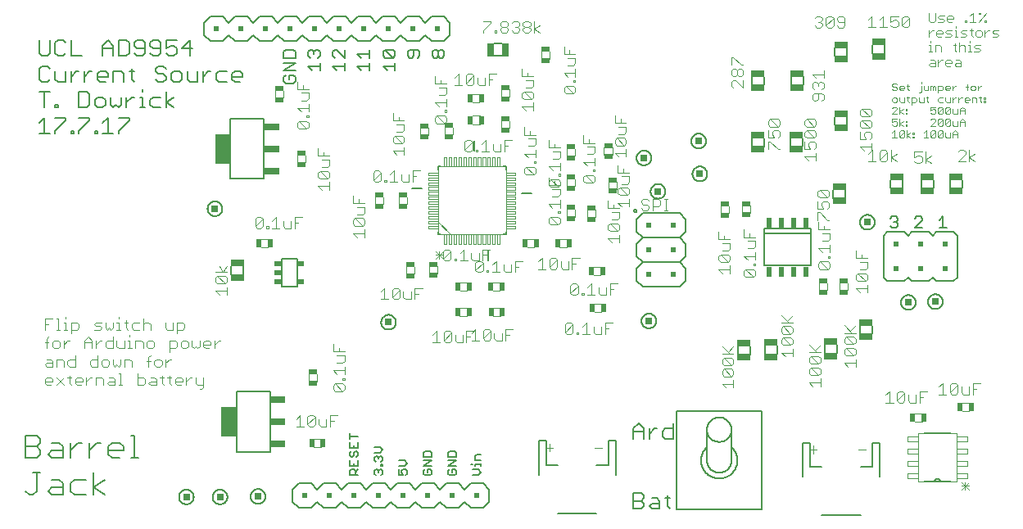
<source format=gto>
G75*
%MOIN*%
%OFA0B0*%
%FSLAX25Y25*%
%IPPOS*%
%LPD*%
%AMOC8*
5,1,8,0,0,1.08239X$1,22.5*
%
%ADD10C,0.00400*%
%ADD11C,0.00300*%
%ADD12C,0.00600*%
%ADD13R,0.01969X0.03740*%
%ADD14R,0.03740X0.01969*%
%ADD15R,0.06000X0.12000*%
%ADD16R,0.06000X0.03000*%
%ADD17C,0.00500*%
%ADD18R,0.02400X0.02400*%
%ADD19C,0.00800*%
%ADD20R,0.01930X0.04331*%
%ADD21R,0.02000X0.02000*%
%ADD22R,0.05512X0.02559*%
%ADD23R,0.02559X0.05512*%
%ADD24R,0.02600X0.02600*%
%ADD25C,0.00000*%
%ADD26R,0.02559X0.01969*%
D10*
X0161022Y0161043D02*
X0160255Y0161810D01*
X0160255Y0163344D01*
X0161022Y0164112D01*
X0162557Y0164112D01*
X0163324Y0163344D01*
X0163324Y0162577D01*
X0160255Y0162577D01*
X0161022Y0161043D02*
X0162557Y0161043D01*
X0164859Y0161043D02*
X0167928Y0164112D01*
X0169463Y0164112D02*
X0170998Y0164112D01*
X0170230Y0164879D02*
X0170230Y0161810D01*
X0170998Y0161043D01*
X0172532Y0161810D02*
X0172532Y0163344D01*
X0173300Y0164112D01*
X0174834Y0164112D01*
X0175602Y0163344D01*
X0175602Y0162577D01*
X0172532Y0162577D01*
X0172532Y0161810D02*
X0173300Y0161043D01*
X0174834Y0161043D01*
X0177136Y0161043D02*
X0177136Y0164112D01*
X0178671Y0164112D02*
X0179438Y0164112D01*
X0178671Y0164112D02*
X0177136Y0162577D01*
X0180973Y0161043D02*
X0180973Y0164112D01*
X0183275Y0164112D01*
X0184042Y0163344D01*
X0184042Y0161043D01*
X0185577Y0161810D02*
X0186344Y0162577D01*
X0188646Y0162577D01*
X0188646Y0163344D02*
X0188646Y0161043D01*
X0186344Y0161043D01*
X0185577Y0161810D01*
X0186344Y0164112D02*
X0187879Y0164112D01*
X0188646Y0163344D01*
X0190181Y0161043D02*
X0191715Y0161043D01*
X0190948Y0161043D02*
X0190948Y0165646D01*
X0190181Y0165646D01*
X0190181Y0168543D02*
X0189413Y0169310D01*
X0188646Y0168543D01*
X0187879Y0169310D01*
X0187879Y0171612D01*
X0186344Y0170844D02*
X0185577Y0171612D01*
X0184042Y0171612D01*
X0183275Y0170844D01*
X0183275Y0169310D01*
X0184042Y0168543D01*
X0185577Y0168543D01*
X0186344Y0169310D01*
X0186344Y0170844D01*
X0190181Y0168543D02*
X0190948Y0169310D01*
X0190948Y0171612D01*
X0192483Y0171612D02*
X0194785Y0171612D01*
X0195552Y0170844D01*
X0195552Y0168543D01*
X0192483Y0168543D02*
X0192483Y0171612D01*
X0192483Y0176043D02*
X0192483Y0179112D01*
X0194017Y0179112D02*
X0194785Y0179112D01*
X0194785Y0176043D01*
X0195552Y0176043D02*
X0194017Y0176043D01*
X0192483Y0176043D02*
X0190181Y0176043D01*
X0189413Y0176810D01*
X0189413Y0179112D01*
X0187879Y0179112D02*
X0185577Y0179112D01*
X0184809Y0178344D01*
X0184809Y0176810D01*
X0185577Y0176043D01*
X0187879Y0176043D01*
X0187879Y0180646D01*
X0187111Y0183543D02*
X0187879Y0184310D01*
X0187879Y0186612D01*
X0189413Y0186612D02*
X0190181Y0186612D01*
X0190181Y0183543D01*
X0190948Y0183543D02*
X0189413Y0183543D01*
X0187111Y0183543D02*
X0186344Y0184310D01*
X0185577Y0183543D01*
X0184809Y0184310D01*
X0184809Y0186612D01*
X0183275Y0186612D02*
X0180973Y0186612D01*
X0180205Y0185844D01*
X0180973Y0185077D01*
X0182507Y0185077D01*
X0183275Y0184310D01*
X0182507Y0183543D01*
X0180205Y0183543D01*
X0177903Y0180646D02*
X0176369Y0179112D01*
X0176369Y0176043D01*
X0176369Y0178344D02*
X0179438Y0178344D01*
X0179438Y0179112D02*
X0179438Y0176043D01*
X0180973Y0176043D02*
X0180973Y0179112D01*
X0182507Y0179112D02*
X0183275Y0179112D01*
X0182507Y0179112D02*
X0180973Y0177577D01*
X0179438Y0179112D02*
X0177903Y0180646D01*
X0174067Y0184310D02*
X0173300Y0183543D01*
X0170998Y0183543D01*
X0169463Y0183543D02*
X0167928Y0183543D01*
X0168696Y0183543D02*
X0168696Y0186612D01*
X0167928Y0186612D01*
X0168696Y0188146D02*
X0168696Y0188914D01*
X0165626Y0188146D02*
X0165626Y0183543D01*
X0164859Y0183543D02*
X0166394Y0183543D01*
X0165626Y0179112D02*
X0164092Y0179112D01*
X0163324Y0178344D01*
X0163324Y0176810D01*
X0164092Y0176043D01*
X0165626Y0176043D01*
X0166394Y0176810D01*
X0166394Y0178344D01*
X0165626Y0179112D01*
X0167928Y0179112D02*
X0167928Y0176043D01*
X0167928Y0177577D02*
X0169463Y0179112D01*
X0170230Y0179112D01*
X0170998Y0182008D02*
X0170998Y0186612D01*
X0173300Y0186612D01*
X0174067Y0185844D01*
X0174067Y0184310D01*
X0165626Y0188146D02*
X0164859Y0188146D01*
X0163324Y0188146D02*
X0160255Y0188146D01*
X0160255Y0183543D01*
X0160255Y0185844D02*
X0161790Y0185844D01*
X0161790Y0180646D02*
X0161022Y0179879D01*
X0161022Y0176043D01*
X0160255Y0178344D02*
X0161790Y0178344D01*
X0162557Y0171612D02*
X0163324Y0170844D01*
X0163324Y0168543D01*
X0161022Y0168543D01*
X0160255Y0169310D01*
X0161022Y0170077D01*
X0163324Y0170077D01*
X0162557Y0171612D02*
X0161022Y0171612D01*
X0164859Y0171612D02*
X0164859Y0168543D01*
X0164859Y0171612D02*
X0167161Y0171612D01*
X0167928Y0170844D01*
X0167928Y0168543D01*
X0169463Y0169310D02*
X0169463Y0170844D01*
X0170230Y0171612D01*
X0172532Y0171612D01*
X0172532Y0173146D02*
X0172532Y0168543D01*
X0170230Y0168543D01*
X0169463Y0169310D01*
X0164859Y0164112D02*
X0167928Y0161043D01*
X0178671Y0169310D02*
X0178671Y0170844D01*
X0179438Y0171612D01*
X0181740Y0171612D01*
X0181740Y0173146D02*
X0181740Y0168543D01*
X0179438Y0168543D01*
X0178671Y0169310D01*
X0197854Y0165646D02*
X0197854Y0161043D01*
X0200156Y0161043D01*
X0200923Y0161810D01*
X0200923Y0163344D01*
X0200156Y0164112D01*
X0197854Y0164112D01*
X0202458Y0161810D02*
X0203225Y0162577D01*
X0205527Y0162577D01*
X0205527Y0163344D02*
X0205527Y0161043D01*
X0203225Y0161043D01*
X0202458Y0161810D01*
X0203225Y0164112D02*
X0204760Y0164112D01*
X0205527Y0163344D01*
X0207062Y0164112D02*
X0208596Y0164112D01*
X0207829Y0164879D02*
X0207829Y0161810D01*
X0208596Y0161043D01*
X0210898Y0161810D02*
X0211666Y0161043D01*
X0210898Y0161810D02*
X0210898Y0164879D01*
X0210131Y0164112D02*
X0211666Y0164112D01*
X0213200Y0163344D02*
X0213968Y0164112D01*
X0215502Y0164112D01*
X0216270Y0163344D01*
X0216270Y0162577D01*
X0213200Y0162577D01*
X0213200Y0161810D02*
X0213200Y0163344D01*
X0213200Y0161810D02*
X0213968Y0161043D01*
X0215502Y0161043D01*
X0217804Y0161043D02*
X0217804Y0164112D01*
X0219339Y0164112D02*
X0220106Y0164112D01*
X0219339Y0164112D02*
X0217804Y0162577D01*
X0221641Y0161810D02*
X0222408Y0161043D01*
X0224710Y0161043D01*
X0224710Y0160275D02*
X0223943Y0159508D01*
X0223175Y0159508D01*
X0224710Y0160275D02*
X0224710Y0164112D01*
X0221641Y0164112D02*
X0221641Y0161810D01*
X0209364Y0168543D02*
X0209364Y0171612D01*
X0210898Y0171612D02*
X0211666Y0171612D01*
X0210898Y0171612D02*
X0209364Y0170077D01*
X0207829Y0169310D02*
X0207829Y0170844D01*
X0207062Y0171612D01*
X0205527Y0171612D01*
X0204760Y0170844D01*
X0204760Y0169310D01*
X0205527Y0168543D01*
X0207062Y0168543D01*
X0207829Y0169310D01*
X0203225Y0170844D02*
X0201690Y0170844D01*
X0202458Y0172379D02*
X0202458Y0168543D01*
X0202458Y0172379D02*
X0203225Y0173146D01*
X0202458Y0176043D02*
X0201690Y0176810D01*
X0201690Y0178344D01*
X0202458Y0179112D01*
X0203992Y0179112D01*
X0204760Y0178344D01*
X0204760Y0176810D01*
X0203992Y0176043D01*
X0202458Y0176043D01*
X0200156Y0176043D02*
X0200156Y0178344D01*
X0199388Y0179112D01*
X0197087Y0179112D01*
X0197087Y0176043D01*
X0194785Y0180646D02*
X0194785Y0181414D01*
X0194017Y0183543D02*
X0193250Y0184310D01*
X0193250Y0187379D01*
X0192483Y0186612D02*
X0194017Y0186612D01*
X0195552Y0185844D02*
X0195552Y0184310D01*
X0196319Y0183543D01*
X0198621Y0183543D01*
X0200156Y0183543D02*
X0200156Y0188146D01*
X0200923Y0186612D02*
X0202458Y0186612D01*
X0203225Y0185844D01*
X0203225Y0183543D01*
X0200156Y0185844D02*
X0200923Y0186612D01*
X0198621Y0186612D02*
X0196319Y0186612D01*
X0195552Y0185844D01*
X0190181Y0188146D02*
X0190181Y0188914D01*
X0209364Y0186612D02*
X0209364Y0184310D01*
X0210131Y0183543D01*
X0212433Y0183543D01*
X0212433Y0186612D01*
X0213968Y0186612D02*
X0216270Y0186612D01*
X0217037Y0185844D01*
X0217037Y0184310D01*
X0216270Y0183543D01*
X0213968Y0183543D01*
X0213968Y0182008D02*
X0213968Y0186612D01*
X0213200Y0179112D02*
X0213968Y0178344D01*
X0213968Y0176810D01*
X0213200Y0176043D01*
X0210898Y0176043D01*
X0210898Y0174508D02*
X0210898Y0179112D01*
X0213200Y0179112D01*
X0215502Y0178344D02*
X0215502Y0176810D01*
X0216270Y0176043D01*
X0217804Y0176043D01*
X0218571Y0176810D01*
X0218571Y0178344D01*
X0217804Y0179112D01*
X0216270Y0179112D01*
X0215502Y0178344D01*
X0220106Y0179112D02*
X0220106Y0176810D01*
X0220873Y0176043D01*
X0221641Y0176810D01*
X0222408Y0176043D01*
X0223175Y0176810D01*
X0223175Y0179112D01*
X0224710Y0178344D02*
X0225477Y0179112D01*
X0227012Y0179112D01*
X0227779Y0178344D01*
X0227779Y0177577D01*
X0224710Y0177577D01*
X0224710Y0176810D02*
X0224710Y0178344D01*
X0224710Y0176810D02*
X0225477Y0176043D01*
X0227012Y0176043D01*
X0229314Y0176043D02*
X0229314Y0179112D01*
X0230849Y0179112D02*
X0231616Y0179112D01*
X0230849Y0179112D02*
X0229314Y0177577D01*
X0231211Y0197888D02*
X0229676Y0199422D01*
X0234280Y0199422D01*
X0234280Y0197888D02*
X0234280Y0200957D01*
X0233513Y0202492D02*
X0230444Y0205561D01*
X0233513Y0205561D01*
X0234280Y0204794D01*
X0234280Y0203259D01*
X0233513Y0202492D01*
X0230444Y0202492D01*
X0229676Y0203259D01*
X0229676Y0204794D01*
X0230444Y0205561D01*
X0229676Y0207096D02*
X0234280Y0207096D01*
X0232746Y0207096D02*
X0234280Y0209398D01*
X0232746Y0207096D02*
X0231211Y0209398D01*
X0248299Y0217146D02*
X0251102Y0217146D01*
X0251102Y0220496D02*
X0248299Y0220496D01*
X0248128Y0224881D02*
X0246593Y0224881D01*
X0245826Y0225648D01*
X0248895Y0228718D01*
X0248895Y0225648D01*
X0248128Y0224881D01*
X0250430Y0224881D02*
X0251197Y0224881D01*
X0251197Y0225648D01*
X0250430Y0225648D01*
X0250430Y0224881D01*
X0252732Y0224881D02*
X0255801Y0224881D01*
X0254266Y0224881D02*
X0254266Y0229485D01*
X0252732Y0227950D01*
X0248895Y0228718D02*
X0248128Y0229485D01*
X0246593Y0229485D01*
X0245826Y0228718D01*
X0245826Y0225648D01*
X0257336Y0225648D02*
X0258103Y0224881D01*
X0260405Y0224881D01*
X0260405Y0227950D01*
X0261940Y0227183D02*
X0263474Y0227183D01*
X0261940Y0224881D02*
X0261940Y0229485D01*
X0265009Y0229485D01*
X0257336Y0227950D02*
X0257336Y0225648D01*
X0272947Y0240599D02*
X0271413Y0242134D01*
X0276017Y0242134D01*
X0276017Y0240599D02*
X0276017Y0243669D01*
X0275249Y0245203D02*
X0272180Y0248272D01*
X0275249Y0248272D01*
X0276017Y0247505D01*
X0276017Y0245970D01*
X0275249Y0245203D01*
X0272180Y0245203D01*
X0271413Y0245970D01*
X0271413Y0247505D01*
X0272180Y0248272D01*
X0272947Y0249807D02*
X0275249Y0249807D01*
X0276017Y0250574D01*
X0276017Y0252876D01*
X0272947Y0252876D01*
X0273715Y0254411D02*
X0273715Y0255946D01*
X0276017Y0254411D02*
X0271413Y0254411D01*
X0271413Y0257480D01*
X0266244Y0254567D02*
X0266244Y0251764D01*
X0262894Y0251764D02*
X0262894Y0254567D01*
X0263715Y0265432D02*
X0262948Y0266200D01*
X0262948Y0267734D01*
X0263715Y0268502D01*
X0266785Y0265432D01*
X0267552Y0266200D01*
X0267552Y0267734D01*
X0266785Y0268502D01*
X0263715Y0268502D01*
X0263715Y0265432D02*
X0266785Y0265432D01*
X0266785Y0270036D02*
X0266785Y0270804D01*
X0267552Y0270804D01*
X0267552Y0270036D01*
X0266785Y0270036D01*
X0267552Y0272338D02*
X0267552Y0275407D01*
X0267552Y0273873D02*
X0262948Y0273873D01*
X0264483Y0272338D01*
X0264483Y0276942D02*
X0266785Y0276942D01*
X0267552Y0277709D01*
X0267552Y0280011D01*
X0264483Y0280011D01*
X0265250Y0281546D02*
X0265250Y0283081D01*
X0262948Y0281546D02*
X0262948Y0284615D01*
X0262948Y0281546D02*
X0267552Y0281546D01*
X0257177Y0280945D02*
X0257177Y0278142D01*
X0253827Y0278142D02*
X0253827Y0280945D01*
X0301846Y0271772D02*
X0301846Y0268702D01*
X0306450Y0268702D01*
X0306450Y0267168D02*
X0303380Y0267168D01*
X0304148Y0268702D02*
X0304148Y0270237D01*
X0306450Y0267168D02*
X0306450Y0264866D01*
X0305682Y0264098D01*
X0303380Y0264098D01*
X0302613Y0262564D02*
X0305682Y0262564D01*
X0306450Y0261796D01*
X0306450Y0260262D01*
X0305682Y0259494D01*
X0302613Y0262564D01*
X0301846Y0261796D01*
X0301846Y0260262D01*
X0302613Y0259494D01*
X0305682Y0259494D01*
X0306450Y0257960D02*
X0306450Y0254891D01*
X0306450Y0256425D02*
X0301846Y0256425D01*
X0303380Y0254891D01*
X0302250Y0248343D02*
X0302250Y0243739D01*
X0303784Y0243739D02*
X0300715Y0243739D01*
X0299180Y0243739D02*
X0298413Y0243739D01*
X0298413Y0244507D01*
X0299180Y0244507D01*
X0299180Y0243739D01*
X0296878Y0244507D02*
X0296878Y0247576D01*
X0293809Y0244507D01*
X0294576Y0243739D01*
X0296111Y0243739D01*
X0296878Y0244507D01*
X0293809Y0244507D02*
X0293809Y0247576D01*
X0294576Y0248343D01*
X0296111Y0248343D01*
X0296878Y0247576D01*
X0300715Y0246809D02*
X0302250Y0248343D01*
X0305319Y0246809D02*
X0305319Y0244507D01*
X0306086Y0243739D01*
X0308388Y0243739D01*
X0308388Y0246809D01*
X0309923Y0246041D02*
X0311457Y0246041D01*
X0309923Y0243739D02*
X0309923Y0248343D01*
X0312992Y0248343D01*
X0307543Y0237638D02*
X0307543Y0234835D01*
X0304193Y0234835D02*
X0304193Y0237638D01*
X0297858Y0237638D02*
X0297858Y0234835D01*
X0294508Y0234835D02*
X0294508Y0237638D01*
X0290308Y0235120D02*
X0285704Y0235120D01*
X0285704Y0238189D01*
X0288006Y0236654D02*
X0288006Y0235120D01*
X0287239Y0233585D02*
X0290308Y0233585D01*
X0290308Y0231283D01*
X0289541Y0230516D01*
X0287239Y0230516D01*
X0286471Y0228981D02*
X0289541Y0225912D01*
X0290308Y0226679D01*
X0290308Y0228214D01*
X0289541Y0228981D01*
X0286471Y0228981D01*
X0285704Y0228214D01*
X0285704Y0226679D01*
X0286471Y0225912D01*
X0289541Y0225912D01*
X0290308Y0224377D02*
X0290308Y0221308D01*
X0290308Y0222843D02*
X0285704Y0222843D01*
X0287239Y0221308D01*
X0307252Y0209291D02*
X0307252Y0206488D01*
X0310602Y0206488D02*
X0310602Y0209291D01*
X0316740Y0209409D02*
X0316740Y0206606D01*
X0320091Y0206606D02*
X0320091Y0209409D01*
X0323011Y0211692D02*
X0322243Y0212459D01*
X0325313Y0215529D01*
X0325313Y0212459D01*
X0324545Y0211692D01*
X0323011Y0211692D01*
X0322243Y0212459D02*
X0322243Y0215529D01*
X0323011Y0216296D01*
X0324545Y0216296D01*
X0325313Y0215529D01*
X0326847Y0212459D02*
X0327615Y0212459D01*
X0327615Y0211692D01*
X0326847Y0211692D01*
X0326847Y0212459D01*
X0329149Y0211692D02*
X0332218Y0211692D01*
X0330684Y0211692D02*
X0330684Y0216296D01*
X0329149Y0214761D01*
X0333753Y0214761D02*
X0333753Y0212459D01*
X0334520Y0211692D01*
X0336822Y0211692D01*
X0336822Y0214761D01*
X0338357Y0213994D02*
X0339892Y0213994D01*
X0338357Y0216296D02*
X0341426Y0216296D01*
X0338357Y0216296D02*
X0338357Y0211692D01*
X0337725Y0211611D02*
X0338493Y0210844D01*
X0335423Y0207774D01*
X0336191Y0207007D01*
X0337725Y0207007D01*
X0338493Y0207774D01*
X0338493Y0210844D01*
X0337725Y0211611D02*
X0336191Y0211611D01*
X0335423Y0210844D01*
X0335423Y0207774D01*
X0340027Y0207774D02*
X0340794Y0207774D01*
X0340794Y0207007D01*
X0340027Y0207007D01*
X0340027Y0207774D01*
X0342329Y0207007D02*
X0345398Y0207007D01*
X0343864Y0207007D02*
X0343864Y0211611D01*
X0342329Y0210076D01*
X0346933Y0210076D02*
X0346933Y0207774D01*
X0347700Y0207007D01*
X0350002Y0207007D01*
X0350002Y0210076D01*
X0351537Y0209309D02*
X0353072Y0209309D01*
X0351537Y0211611D02*
X0354606Y0211611D01*
X0351537Y0211611D02*
X0351537Y0207007D01*
X0345394Y0202807D02*
X0342591Y0202807D01*
X0342591Y0199457D02*
X0345394Y0199457D01*
X0345512Y0192335D02*
X0342709Y0192335D01*
X0342709Y0188984D02*
X0345512Y0188984D01*
X0347718Y0183816D02*
X0350787Y0183816D01*
X0349253Y0181514D02*
X0347718Y0181514D01*
X0346183Y0182281D02*
X0346183Y0179212D01*
X0343881Y0179212D01*
X0343114Y0179979D01*
X0343114Y0182281D01*
X0341580Y0183048D02*
X0338510Y0179979D01*
X0339278Y0179212D01*
X0340812Y0179212D01*
X0341580Y0179979D01*
X0341580Y0183048D01*
X0340812Y0183816D01*
X0339278Y0183816D01*
X0338510Y0183048D01*
X0338510Y0179979D01*
X0336976Y0179212D02*
X0333906Y0179212D01*
X0335441Y0179212D02*
X0335441Y0183816D01*
X0333906Y0182281D01*
X0334842Y0183107D02*
X0331773Y0183107D01*
X0331773Y0178503D01*
X0330239Y0178503D02*
X0330239Y0181572D01*
X0331773Y0180805D02*
X0333308Y0180805D01*
X0330239Y0178503D02*
X0327937Y0178503D01*
X0327169Y0179270D01*
X0327169Y0181572D01*
X0325635Y0182340D02*
X0322565Y0179270D01*
X0323333Y0178503D01*
X0324867Y0178503D01*
X0325635Y0179270D01*
X0325635Y0182340D01*
X0324867Y0183107D01*
X0323333Y0183107D01*
X0322565Y0182340D01*
X0322565Y0179270D01*
X0321031Y0178503D02*
X0317961Y0178503D01*
X0319496Y0178503D02*
X0319496Y0183107D01*
X0317961Y0181572D01*
X0329126Y0189063D02*
X0331929Y0189063D01*
X0331929Y0192413D02*
X0329126Y0192413D01*
X0329205Y0199457D02*
X0332008Y0199457D01*
X0332008Y0202807D02*
X0329205Y0202807D01*
X0313809Y0200587D02*
X0310740Y0200587D01*
X0310740Y0195983D01*
X0309205Y0195983D02*
X0309205Y0199053D01*
X0310740Y0198285D02*
X0312275Y0198285D01*
X0309205Y0195983D02*
X0306904Y0195983D01*
X0306136Y0196751D01*
X0306136Y0199053D01*
X0304602Y0199820D02*
X0301532Y0196751D01*
X0302300Y0195983D01*
X0303834Y0195983D01*
X0304602Y0196751D01*
X0304602Y0199820D01*
X0303834Y0200587D01*
X0302300Y0200587D01*
X0301532Y0199820D01*
X0301532Y0196751D01*
X0299998Y0195983D02*
X0296928Y0195983D01*
X0298463Y0195983D02*
X0298463Y0200587D01*
X0296928Y0199053D01*
X0282198Y0174696D02*
X0277594Y0174696D01*
X0277594Y0177765D01*
X0279896Y0176230D02*
X0279896Y0174696D01*
X0279128Y0173161D02*
X0282198Y0173161D01*
X0282198Y0170859D01*
X0281430Y0170092D01*
X0279128Y0170092D01*
X0277594Y0167022D02*
X0282198Y0167022D01*
X0282198Y0165488D02*
X0282198Y0168557D01*
X0279128Y0165488D02*
X0277594Y0167022D01*
X0281430Y0163953D02*
X0282198Y0163953D01*
X0282198Y0163186D01*
X0281430Y0163186D01*
X0281430Y0163953D01*
X0281430Y0161651D02*
X0282198Y0160884D01*
X0282198Y0159349D01*
X0281430Y0158582D01*
X0278361Y0161651D01*
X0281430Y0161651D01*
X0278361Y0161651D02*
X0277594Y0160884D01*
X0277594Y0159349D01*
X0278361Y0158582D01*
X0281430Y0158582D01*
X0271035Y0162630D02*
X0271035Y0165433D01*
X0267685Y0165433D02*
X0267685Y0162630D01*
X0267900Y0148816D02*
X0269434Y0148816D01*
X0270202Y0148048D01*
X0267132Y0144979D01*
X0267900Y0144212D01*
X0269434Y0144212D01*
X0270202Y0144979D01*
X0270202Y0148048D01*
X0271736Y0147281D02*
X0271736Y0144979D01*
X0272504Y0144212D01*
X0274805Y0144212D01*
X0274805Y0147281D01*
X0276340Y0146514D02*
X0277875Y0146514D01*
X0276340Y0148816D02*
X0279409Y0148816D01*
X0276340Y0148816D02*
X0276340Y0144212D01*
X0272559Y0139224D02*
X0269756Y0139224D01*
X0269756Y0135874D02*
X0272559Y0135874D01*
X0267132Y0144979D02*
X0267132Y0148048D01*
X0267900Y0148816D01*
X0264063Y0148816D02*
X0264063Y0144212D01*
X0262528Y0144212D02*
X0265598Y0144212D01*
X0262528Y0147281D02*
X0264063Y0148816D01*
X0347718Y0179212D02*
X0347718Y0183816D01*
X0372037Y0182578D02*
X0372805Y0181810D01*
X0374339Y0181810D01*
X0375107Y0182578D01*
X0375107Y0185647D01*
X0372037Y0182578D01*
X0372037Y0185647D01*
X0372805Y0186414D01*
X0374339Y0186414D01*
X0375107Y0185647D01*
X0376641Y0182578D02*
X0377409Y0182578D01*
X0377409Y0181810D01*
X0376641Y0181810D01*
X0376641Y0182578D01*
X0378943Y0181810D02*
X0382013Y0181810D01*
X0380478Y0181810D02*
X0380478Y0186414D01*
X0378943Y0184880D01*
X0383547Y0184880D02*
X0383547Y0182578D01*
X0384315Y0181810D01*
X0386616Y0181810D01*
X0386616Y0184880D01*
X0388151Y0184112D02*
X0389686Y0184112D01*
X0388151Y0181810D02*
X0388151Y0186414D01*
X0391220Y0186414D01*
X0386732Y0190795D02*
X0383929Y0190795D01*
X0383929Y0194146D02*
X0386732Y0194146D01*
X0386401Y0197716D02*
X0388703Y0197716D01*
X0388703Y0200785D01*
X0390238Y0200018D02*
X0391772Y0200018D01*
X0390238Y0197716D02*
X0390238Y0202320D01*
X0393307Y0202320D01*
X0386457Y0205913D02*
X0383654Y0205913D01*
X0383654Y0209264D02*
X0386457Y0209264D01*
X0382565Y0202320D02*
X0382565Y0197716D01*
X0384099Y0197716D02*
X0381030Y0197716D01*
X0379495Y0197716D02*
X0378728Y0197716D01*
X0378728Y0198483D01*
X0379495Y0198483D01*
X0379495Y0197716D01*
X0377193Y0198483D02*
X0376426Y0197716D01*
X0374891Y0197716D01*
X0374124Y0198483D01*
X0377193Y0201552D01*
X0377193Y0198483D01*
X0374124Y0198483D02*
X0374124Y0201552D01*
X0374891Y0202320D01*
X0376426Y0202320D01*
X0377193Y0201552D01*
X0381030Y0200785D02*
X0382565Y0202320D01*
X0385634Y0200785D02*
X0385634Y0198483D01*
X0386401Y0197716D01*
X0374805Y0208306D02*
X0374805Y0212910D01*
X0377874Y0212910D01*
X0376339Y0210608D02*
X0374805Y0210608D01*
X0373270Y0211376D02*
X0373270Y0208306D01*
X0370968Y0208306D01*
X0370201Y0209074D01*
X0370201Y0211376D01*
X0368666Y0212143D02*
X0365597Y0209074D01*
X0366364Y0208306D01*
X0367899Y0208306D01*
X0368666Y0209074D01*
X0368666Y0212143D01*
X0367899Y0212910D01*
X0366364Y0212910D01*
X0365597Y0212143D01*
X0365597Y0209074D01*
X0364062Y0208306D02*
X0360993Y0208306D01*
X0362528Y0208306D02*
X0362528Y0212910D01*
X0360993Y0211376D01*
X0359370Y0217173D02*
X0356567Y0217173D01*
X0356567Y0220524D02*
X0359370Y0220524D01*
X0365271Y0227144D02*
X0365271Y0228679D01*
X0366038Y0229446D01*
X0369107Y0226377D01*
X0369875Y0227144D01*
X0369875Y0228679D01*
X0369107Y0229446D01*
X0366038Y0229446D01*
X0365271Y0227144D02*
X0366038Y0226377D01*
X0369107Y0226377D01*
X0369107Y0230981D02*
X0369107Y0231748D01*
X0369875Y0231748D01*
X0369875Y0230981D01*
X0369107Y0230981D01*
X0369875Y0233283D02*
X0369875Y0236352D01*
X0369875Y0234818D02*
X0365271Y0234818D01*
X0366806Y0233283D01*
X0372685Y0232441D02*
X0372685Y0229638D01*
X0376035Y0229638D02*
X0376035Y0232441D01*
X0381110Y0232323D02*
X0381110Y0229520D01*
X0384461Y0229520D02*
X0384461Y0232323D01*
X0389444Y0232984D02*
X0389444Y0236053D01*
X0391746Y0234519D02*
X0391746Y0232984D01*
X0390979Y0231450D02*
X0394048Y0231450D01*
X0394048Y0229148D01*
X0393281Y0228380D01*
X0390979Y0228380D01*
X0390211Y0226846D02*
X0393281Y0223776D01*
X0394048Y0224544D01*
X0394048Y0226078D01*
X0393281Y0226846D01*
X0390211Y0226846D01*
X0389444Y0226078D01*
X0389444Y0224544D01*
X0390211Y0223776D01*
X0393281Y0223776D01*
X0394048Y0222242D02*
X0394048Y0219172D01*
X0394048Y0220707D02*
X0389444Y0220707D01*
X0390979Y0219172D01*
X0389444Y0232984D02*
X0394048Y0232984D01*
X0394916Y0233739D02*
X0393381Y0235274D01*
X0397985Y0235274D01*
X0397985Y0233739D02*
X0397985Y0236809D01*
X0397218Y0238343D02*
X0394148Y0241413D01*
X0397218Y0241413D01*
X0397985Y0240645D01*
X0397985Y0239111D01*
X0397218Y0238343D01*
X0394148Y0238343D01*
X0393381Y0239111D01*
X0393381Y0240645D01*
X0394148Y0241413D01*
X0393122Y0240937D02*
X0393122Y0243740D01*
X0394916Y0242947D02*
X0397218Y0242947D01*
X0397985Y0243715D01*
X0397985Y0246016D01*
X0394916Y0246016D01*
X0395683Y0247551D02*
X0395683Y0249086D01*
X0393381Y0247551D02*
X0393381Y0250620D01*
X0393381Y0247551D02*
X0397985Y0247551D01*
X0389772Y0243740D02*
X0389772Y0240937D01*
X0384048Y0244270D02*
X0383281Y0243503D01*
X0380211Y0246572D01*
X0383281Y0246572D01*
X0384048Y0245805D01*
X0384048Y0244270D01*
X0383281Y0243503D02*
X0380211Y0243503D01*
X0379444Y0244270D01*
X0379444Y0245805D01*
X0380211Y0246572D01*
X0383281Y0248107D02*
X0383281Y0248874D01*
X0384048Y0248874D01*
X0384048Y0248107D01*
X0383281Y0248107D01*
X0384048Y0250409D02*
X0384048Y0253478D01*
X0384048Y0251944D02*
X0379444Y0251944D01*
X0380979Y0250409D01*
X0380979Y0255013D02*
X0383281Y0255013D01*
X0384048Y0255780D01*
X0384048Y0258082D01*
X0380979Y0258082D01*
X0381746Y0259617D02*
X0381746Y0261152D01*
X0379444Y0259617D02*
X0379444Y0262686D01*
X0379444Y0259617D02*
X0384048Y0259617D01*
X0387803Y0257717D02*
X0387803Y0254913D01*
X0391154Y0254913D02*
X0391154Y0257717D01*
X0392200Y0259386D02*
X0392200Y0260921D01*
X0392967Y0261688D01*
X0396037Y0258619D01*
X0396804Y0259386D01*
X0396804Y0260921D01*
X0396037Y0261688D01*
X0392967Y0261688D01*
X0393735Y0263223D02*
X0396037Y0263223D01*
X0396804Y0263990D01*
X0396804Y0266292D01*
X0393735Y0266292D01*
X0394502Y0267827D02*
X0394502Y0269361D01*
X0396804Y0267827D02*
X0392200Y0267827D01*
X0392200Y0270896D01*
X0392200Y0259386D02*
X0392967Y0258619D01*
X0396037Y0258619D01*
X0396804Y0257084D02*
X0396804Y0254015D01*
X0396804Y0255550D02*
X0392200Y0255550D01*
X0393735Y0254015D01*
X0375929Y0254323D02*
X0375929Y0257126D01*
X0372579Y0257126D02*
X0372579Y0254323D01*
X0369954Y0253921D02*
X0369954Y0256223D01*
X0366884Y0256223D01*
X0367652Y0257757D02*
X0367652Y0259292D01*
X0369954Y0257757D02*
X0365350Y0257757D01*
X0365350Y0260827D01*
X0359954Y0261420D02*
X0356884Y0261420D01*
X0357652Y0262954D02*
X0357652Y0264489D01*
X0359954Y0262954D02*
X0355350Y0262954D01*
X0355350Y0266024D01*
X0349394Y0265819D02*
X0349394Y0268622D01*
X0346043Y0268622D02*
X0346043Y0265819D01*
X0337165Y0267303D02*
X0334362Y0267303D01*
X0334362Y0270654D02*
X0337165Y0270654D01*
X0337047Y0276201D02*
X0334244Y0276201D01*
X0334244Y0279551D02*
X0337047Y0279551D01*
X0337022Y0283149D02*
X0339324Y0283149D01*
X0339324Y0286218D01*
X0340858Y0285451D02*
X0342393Y0285451D01*
X0340858Y0287753D02*
X0343928Y0287753D01*
X0340858Y0287753D02*
X0340858Y0283149D01*
X0337022Y0283149D02*
X0336254Y0283916D01*
X0336254Y0286218D01*
X0334720Y0286985D02*
X0331650Y0283916D01*
X0332418Y0283149D01*
X0333952Y0283149D01*
X0334720Y0283916D01*
X0334720Y0286985D01*
X0333952Y0287753D01*
X0332418Y0287753D01*
X0331650Y0286985D01*
X0331650Y0283916D01*
X0330116Y0283149D02*
X0327046Y0283149D01*
X0328581Y0283149D02*
X0328581Y0287753D01*
X0327046Y0286218D01*
X0323576Y0283742D02*
X0318972Y0283742D01*
X0318972Y0286811D01*
X0321274Y0285276D02*
X0321274Y0283742D01*
X0320506Y0282207D02*
X0323576Y0282207D01*
X0323576Y0279905D01*
X0322808Y0279138D01*
X0320506Y0279138D01*
X0318972Y0276068D02*
X0323576Y0276068D01*
X0323576Y0274534D02*
X0323576Y0277603D01*
X0320506Y0274534D02*
X0318972Y0276068D01*
X0322808Y0272999D02*
X0323576Y0272999D01*
X0323576Y0272232D01*
X0322808Y0272232D01*
X0322808Y0272999D01*
X0322808Y0270697D02*
X0323576Y0269930D01*
X0323576Y0268395D01*
X0322808Y0267628D01*
X0319739Y0270697D01*
X0322808Y0270697D01*
X0319739Y0270697D02*
X0318972Y0269930D01*
X0318972Y0268395D01*
X0319739Y0267628D01*
X0322808Y0267628D01*
X0323051Y0265787D02*
X0323051Y0262984D01*
X0326402Y0262984D02*
X0326402Y0265787D01*
X0316362Y0265709D02*
X0316362Y0262906D01*
X0313012Y0262906D02*
X0313012Y0265709D01*
X0331102Y0259978D02*
X0331102Y0256908D01*
X0334171Y0259978D01*
X0334171Y0256908D01*
X0333404Y0256141D01*
X0331869Y0256141D01*
X0331102Y0256908D01*
X0331102Y0259978D02*
X0331869Y0260745D01*
X0333404Y0260745D01*
X0334171Y0259978D01*
X0335705Y0256908D02*
X0336473Y0256908D01*
X0336473Y0256141D01*
X0335705Y0256141D01*
X0335705Y0256908D01*
X0338007Y0256141D02*
X0341077Y0256141D01*
X0339542Y0256141D02*
X0339542Y0260745D01*
X0338007Y0259210D01*
X0342611Y0259210D02*
X0342611Y0256908D01*
X0343379Y0256141D01*
X0345681Y0256141D01*
X0345681Y0259210D01*
X0347215Y0258443D02*
X0348750Y0258443D01*
X0347215Y0260745D02*
X0350285Y0260745D01*
X0347215Y0260745D02*
X0347215Y0256141D01*
X0355350Y0255281D02*
X0359954Y0255281D01*
X0359954Y0253746D02*
X0359954Y0256816D01*
X0359186Y0258350D02*
X0359954Y0259118D01*
X0359954Y0261420D01*
X0359186Y0258350D02*
X0356884Y0258350D01*
X0355350Y0255281D02*
X0356884Y0253746D01*
X0359186Y0252212D02*
X0359954Y0252212D01*
X0359954Y0251444D01*
X0359186Y0251444D01*
X0359186Y0252212D01*
X0359186Y0249910D02*
X0359954Y0249143D01*
X0359954Y0247608D01*
X0359186Y0246841D01*
X0356117Y0249910D01*
X0359186Y0249910D01*
X0356117Y0249910D02*
X0355350Y0249143D01*
X0355350Y0247608D01*
X0356117Y0246841D01*
X0359186Y0246841D01*
X0365271Y0245560D02*
X0365271Y0242491D01*
X0369875Y0242491D01*
X0369954Y0242411D02*
X0369186Y0241644D01*
X0366117Y0244713D01*
X0369186Y0244713D01*
X0369954Y0243946D01*
X0369954Y0242411D01*
X0369186Y0241644D02*
X0366117Y0241644D01*
X0365350Y0242411D01*
X0365350Y0243946D01*
X0366117Y0244713D01*
X0367573Y0244026D02*
X0367573Y0242491D01*
X0366806Y0240956D02*
X0369875Y0240956D01*
X0369875Y0238654D01*
X0369107Y0237887D01*
X0366806Y0237887D01*
X0372685Y0242039D02*
X0372685Y0244843D01*
X0369954Y0246248D02*
X0369954Y0247015D01*
X0369186Y0247015D01*
X0369186Y0246248D01*
X0369954Y0246248D01*
X0369954Y0248550D02*
X0369954Y0251619D01*
X0369954Y0250084D02*
X0365350Y0250084D01*
X0366884Y0248550D01*
X0366884Y0253154D02*
X0369186Y0253154D01*
X0369954Y0253921D01*
X0376035Y0244843D02*
X0376035Y0242039D01*
X0403000Y0236137D02*
X0403000Y0235369D01*
X0403767Y0234602D01*
X0405302Y0234602D01*
X0406069Y0233835D01*
X0406069Y0233067D01*
X0405302Y0232300D01*
X0403767Y0232300D01*
X0403000Y0233067D01*
X0403000Y0236137D02*
X0403767Y0236904D01*
X0405302Y0236904D01*
X0406069Y0236137D01*
X0407604Y0236904D02*
X0409906Y0236904D01*
X0410673Y0236137D01*
X0410673Y0234602D01*
X0409906Y0233835D01*
X0407604Y0233835D01*
X0407604Y0232300D02*
X0407604Y0236904D01*
X0412208Y0236904D02*
X0413742Y0236904D01*
X0412975Y0236904D02*
X0412975Y0232300D01*
X0412208Y0232300D02*
X0413742Y0232300D01*
X0435374Y0231173D02*
X0435374Y0233976D01*
X0438724Y0233976D02*
X0438724Y0231173D01*
X0443996Y0231252D02*
X0443996Y0234055D01*
X0447346Y0234055D02*
X0447346Y0231252D01*
X0444641Y0224370D02*
X0444641Y0221301D01*
X0449245Y0221301D01*
X0449245Y0219766D02*
X0446176Y0219766D01*
X0446943Y0221301D02*
X0446943Y0222835D01*
X0449245Y0219766D02*
X0449245Y0217464D01*
X0448478Y0216697D01*
X0446176Y0216697D01*
X0449245Y0215162D02*
X0449245Y0212093D01*
X0449245Y0213628D02*
X0444641Y0213628D01*
X0446176Y0212093D01*
X0448478Y0210558D02*
X0449245Y0210558D01*
X0449245Y0209791D01*
X0448478Y0209791D01*
X0448478Y0210558D01*
X0448478Y0208256D02*
X0449245Y0207489D01*
X0449245Y0205954D01*
X0448478Y0205187D01*
X0445408Y0208256D01*
X0448478Y0208256D01*
X0448478Y0205187D02*
X0445408Y0205187D01*
X0444641Y0205954D01*
X0444641Y0207489D01*
X0445408Y0208256D01*
X0439048Y0208157D02*
X0434444Y0208157D01*
X0435979Y0206623D01*
X0439048Y0206623D02*
X0439048Y0209692D01*
X0438281Y0211227D02*
X0435211Y0211227D01*
X0434444Y0211994D01*
X0434444Y0213529D01*
X0435211Y0214296D01*
X0438281Y0211227D01*
X0439048Y0211994D01*
X0439048Y0213529D01*
X0438281Y0214296D01*
X0435211Y0214296D01*
X0435979Y0215831D02*
X0438281Y0215831D01*
X0439048Y0216598D01*
X0439048Y0218900D01*
X0435979Y0218900D01*
X0436746Y0220435D02*
X0436746Y0221969D01*
X0434444Y0220435D02*
X0434444Y0223504D01*
X0434444Y0220435D02*
X0439048Y0220435D01*
X0474995Y0216707D02*
X0479599Y0216707D01*
X0479599Y0215173D02*
X0479599Y0218242D01*
X0478832Y0219777D02*
X0479599Y0220544D01*
X0479599Y0222846D01*
X0476530Y0222846D01*
X0477297Y0224381D02*
X0477297Y0225915D01*
X0478552Y0228262D02*
X0479320Y0228262D01*
X0478552Y0228262D02*
X0475483Y0231331D01*
X0474716Y0231331D01*
X0474716Y0228262D01*
X0474995Y0227450D02*
X0474995Y0224381D01*
X0479599Y0224381D01*
X0478832Y0219777D02*
X0476530Y0219777D01*
X0474995Y0216707D02*
X0476530Y0215173D01*
X0478832Y0213638D02*
X0479599Y0213638D01*
X0479599Y0212871D01*
X0478832Y0212871D01*
X0478832Y0213638D01*
X0478832Y0211336D02*
X0479599Y0210569D01*
X0479599Y0209034D01*
X0478832Y0208267D01*
X0475763Y0211336D01*
X0478832Y0211336D01*
X0478832Y0208267D02*
X0475763Y0208267D01*
X0474995Y0209034D01*
X0474995Y0210569D01*
X0475763Y0211336D01*
X0475323Y0202520D02*
X0475323Y0199717D01*
X0478673Y0199717D02*
X0478673Y0202520D01*
X0483551Y0202598D02*
X0483551Y0199795D01*
X0486902Y0199795D02*
X0486902Y0202598D01*
X0490310Y0204268D02*
X0490310Y0205803D01*
X0491078Y0206570D01*
X0494147Y0203501D01*
X0494914Y0204268D01*
X0494914Y0205803D01*
X0494147Y0206570D01*
X0491078Y0206570D01*
X0491845Y0208105D02*
X0494147Y0208105D01*
X0494914Y0208872D01*
X0494914Y0211174D01*
X0491845Y0211174D01*
X0492612Y0212709D02*
X0492612Y0214243D01*
X0490310Y0212709D02*
X0490310Y0215778D01*
X0490310Y0212709D02*
X0494914Y0212709D01*
X0494147Y0203501D02*
X0491078Y0203501D01*
X0490310Y0204268D01*
X0490310Y0200431D02*
X0494914Y0200431D01*
X0494914Y0198897D02*
X0494914Y0201966D01*
X0491845Y0198897D02*
X0490310Y0200431D01*
X0490186Y0185342D02*
X0487884Y0183041D01*
X0488651Y0182273D02*
X0485582Y0185342D01*
X0485582Y0182273D02*
X0490186Y0182273D01*
X0489419Y0180739D02*
X0486349Y0180739D01*
X0489419Y0177669D01*
X0490186Y0178437D01*
X0490186Y0179971D01*
X0489419Y0180739D01*
X0489419Y0177669D02*
X0486349Y0177669D01*
X0485582Y0178437D01*
X0485582Y0179971D01*
X0486349Y0180739D01*
X0486349Y0176135D02*
X0489419Y0173065D01*
X0490186Y0173833D01*
X0490186Y0175367D01*
X0489419Y0176135D01*
X0486349Y0176135D01*
X0485582Y0175367D01*
X0485582Y0173833D01*
X0486349Y0173065D01*
X0489419Y0173065D01*
X0490186Y0171531D02*
X0490186Y0168461D01*
X0490186Y0169996D02*
X0485582Y0169996D01*
X0487117Y0168461D01*
X0475816Y0167493D02*
X0475816Y0165959D01*
X0475048Y0165191D01*
X0471979Y0168261D01*
X0475048Y0168261D01*
X0475816Y0167493D01*
X0475048Y0165191D02*
X0471979Y0165191D01*
X0471212Y0165959D01*
X0471212Y0167493D01*
X0471979Y0168261D01*
X0471979Y0169795D02*
X0471212Y0170563D01*
X0471212Y0172097D01*
X0471979Y0172865D01*
X0475048Y0169795D01*
X0475816Y0170563D01*
X0475816Y0172097D01*
X0475048Y0172865D01*
X0471979Y0172865D01*
X0471212Y0174399D02*
X0475816Y0174399D01*
X0474281Y0174399D02*
X0471212Y0177468D01*
X0473514Y0175166D02*
X0475816Y0177468D01*
X0475048Y0169795D02*
X0471979Y0169795D01*
X0475816Y0163657D02*
X0475816Y0160587D01*
X0475816Y0162122D02*
X0471212Y0162122D01*
X0472746Y0160587D01*
X0464564Y0172728D02*
X0464564Y0175797D01*
X0464564Y0174262D02*
X0459960Y0174262D01*
X0461495Y0172728D01*
X0460727Y0177331D02*
X0459960Y0178099D01*
X0459960Y0179633D01*
X0460727Y0180401D01*
X0463796Y0177331D01*
X0464564Y0178099D01*
X0464564Y0179633D01*
X0463796Y0180401D01*
X0460727Y0180401D01*
X0460727Y0181935D02*
X0459960Y0182703D01*
X0459960Y0184237D01*
X0460727Y0185005D01*
X0463796Y0181935D01*
X0464564Y0182703D01*
X0464564Y0184237D01*
X0463796Y0185005D01*
X0460727Y0185005D01*
X0459960Y0186539D02*
X0464564Y0186539D01*
X0463029Y0186539D02*
X0459960Y0189609D01*
X0462262Y0187307D02*
X0464564Y0189609D01*
X0463796Y0181935D02*
X0460727Y0181935D01*
X0460727Y0177331D02*
X0463796Y0177331D01*
X0440461Y0176878D02*
X0438159Y0174576D01*
X0438927Y0173809D02*
X0435857Y0176878D01*
X0435857Y0173809D02*
X0440461Y0173809D01*
X0439694Y0172274D02*
X0440461Y0171507D01*
X0440461Y0169972D01*
X0439694Y0169205D01*
X0436625Y0172274D01*
X0439694Y0172274D01*
X0436625Y0172274D02*
X0435857Y0171507D01*
X0435857Y0169972D01*
X0436625Y0169205D01*
X0439694Y0169205D01*
X0439694Y0167670D02*
X0440461Y0166903D01*
X0440461Y0165368D01*
X0439694Y0164601D01*
X0436625Y0167670D01*
X0439694Y0167670D01*
X0436625Y0167670D02*
X0435857Y0166903D01*
X0435857Y0165368D01*
X0436625Y0164601D01*
X0439694Y0164601D01*
X0440461Y0163066D02*
X0440461Y0159997D01*
X0440461Y0161531D02*
X0435857Y0161531D01*
X0437392Y0159997D01*
X0471364Y0134821D02*
X0474433Y0134821D01*
X0472898Y0136355D02*
X0472898Y0133286D01*
X0491364Y0134821D02*
X0494433Y0134821D01*
X0514362Y0146240D02*
X0517165Y0146240D01*
X0517165Y0149591D02*
X0514362Y0149591D01*
X0514717Y0153976D02*
X0514717Y0157045D01*
X0516252Y0156278D02*
X0517787Y0156278D01*
X0516252Y0158580D02*
X0519321Y0158580D01*
X0516252Y0158580D02*
X0516252Y0153976D01*
X0514717Y0153976D02*
X0512415Y0153976D01*
X0511648Y0154743D01*
X0511648Y0157045D01*
X0510113Y0157812D02*
X0507044Y0154743D01*
X0507811Y0153976D01*
X0509346Y0153976D01*
X0510113Y0154743D01*
X0510113Y0157812D01*
X0509346Y0158580D01*
X0507811Y0158580D01*
X0507044Y0157812D01*
X0507044Y0154743D01*
X0505509Y0153976D02*
X0502440Y0153976D01*
X0503975Y0153976D02*
X0503975Y0158580D01*
X0502440Y0157045D01*
X0524064Y0157283D02*
X0527133Y0157283D01*
X0525598Y0157283D02*
X0525598Y0161887D01*
X0524064Y0160352D01*
X0528668Y0161119D02*
X0528668Y0158050D01*
X0531737Y0161119D01*
X0531737Y0158050D01*
X0530970Y0157283D01*
X0529435Y0157283D01*
X0528668Y0158050D01*
X0528668Y0161119D02*
X0529435Y0161887D01*
X0530970Y0161887D01*
X0531737Y0161119D01*
X0533272Y0160352D02*
X0533272Y0158050D01*
X0534039Y0157283D01*
X0536341Y0157283D01*
X0536341Y0160352D01*
X0537876Y0159585D02*
X0539410Y0159585D01*
X0537876Y0161887D02*
X0540945Y0161887D01*
X0537876Y0161887D02*
X0537876Y0157283D01*
X0536457Y0153870D02*
X0533654Y0153870D01*
X0533654Y0150520D02*
X0536457Y0150520D01*
X0478552Y0232866D02*
X0479320Y0233633D01*
X0479320Y0235168D01*
X0478552Y0235935D01*
X0477018Y0235935D01*
X0476250Y0235168D01*
X0476250Y0234401D01*
X0477018Y0232866D01*
X0474716Y0232866D01*
X0474716Y0235935D01*
X0475483Y0237470D02*
X0474716Y0238237D01*
X0474716Y0239772D01*
X0475483Y0240539D01*
X0478552Y0237470D01*
X0479320Y0238237D01*
X0479320Y0239772D01*
X0478552Y0240539D01*
X0475483Y0240539D01*
X0475483Y0237470D02*
X0478552Y0237470D01*
X0474013Y0252452D02*
X0474013Y0255521D01*
X0474013Y0253987D02*
X0469409Y0253987D01*
X0470943Y0252452D01*
X0471711Y0257056D02*
X0470943Y0258591D01*
X0470943Y0259358D01*
X0471711Y0260125D01*
X0473245Y0260125D01*
X0474013Y0259358D01*
X0474013Y0257823D01*
X0473245Y0257056D01*
X0471711Y0257056D02*
X0469409Y0257056D01*
X0469409Y0260125D01*
X0470176Y0261660D02*
X0469409Y0262427D01*
X0469409Y0263962D01*
X0470176Y0264729D01*
X0473245Y0261660D01*
X0474013Y0262427D01*
X0474013Y0263962D01*
X0473245Y0264729D01*
X0470176Y0264729D01*
X0470176Y0266264D02*
X0469409Y0267031D01*
X0469409Y0268566D01*
X0470176Y0269333D01*
X0473245Y0266264D01*
X0474013Y0267031D01*
X0474013Y0268566D01*
X0473245Y0269333D01*
X0470176Y0269333D01*
X0470176Y0266264D02*
X0473245Y0266264D01*
X0473245Y0261660D02*
X0470176Y0261660D01*
X0459249Y0262469D02*
X0458482Y0261702D01*
X0459249Y0262469D02*
X0459249Y0264004D01*
X0458482Y0264771D01*
X0456947Y0264771D01*
X0456180Y0264004D01*
X0456180Y0263236D01*
X0456947Y0261702D01*
X0454645Y0261702D01*
X0454645Y0264771D01*
X0455412Y0266305D02*
X0454645Y0267073D01*
X0454645Y0268607D01*
X0455412Y0269375D01*
X0458482Y0266305D01*
X0459249Y0267073D01*
X0459249Y0268607D01*
X0458482Y0269375D01*
X0455412Y0269375D01*
X0455412Y0266305D02*
X0458482Y0266305D01*
X0455412Y0260167D02*
X0454645Y0260167D01*
X0454645Y0257098D01*
X0455412Y0260167D02*
X0458482Y0257098D01*
X0459249Y0257098D01*
X0473318Y0276806D02*
X0474085Y0276806D01*
X0474852Y0277573D01*
X0474852Y0279875D01*
X0473318Y0279875D02*
X0476387Y0279875D01*
X0477154Y0279107D01*
X0477154Y0277573D01*
X0476387Y0276806D01*
X0473318Y0276806D02*
X0472550Y0277573D01*
X0472550Y0279107D01*
X0473318Y0279875D01*
X0473318Y0281409D02*
X0472550Y0282177D01*
X0472550Y0283711D01*
X0473318Y0284479D01*
X0474085Y0284479D01*
X0474852Y0283711D01*
X0475620Y0284479D01*
X0476387Y0284479D01*
X0477154Y0283711D01*
X0477154Y0282177D01*
X0476387Y0281409D01*
X0474852Y0282944D02*
X0474852Y0283711D01*
X0474085Y0286013D02*
X0472550Y0287548D01*
X0477154Y0287548D01*
X0477154Y0286013D02*
X0477154Y0289083D01*
X0475778Y0306609D02*
X0474243Y0306609D01*
X0473476Y0307377D01*
X0475010Y0308911D02*
X0475778Y0308911D01*
X0476545Y0308144D01*
X0476545Y0307377D01*
X0475778Y0306609D01*
X0475778Y0308911D02*
X0476545Y0309679D01*
X0476545Y0310446D01*
X0475778Y0311213D01*
X0474243Y0311213D01*
X0473476Y0310446D01*
X0478080Y0310446D02*
X0478080Y0307377D01*
X0481149Y0310446D01*
X0481149Y0307377D01*
X0480381Y0306609D01*
X0478847Y0306609D01*
X0478080Y0307377D01*
X0478080Y0310446D02*
X0478847Y0311213D01*
X0480381Y0311213D01*
X0481149Y0310446D01*
X0482683Y0310446D02*
X0482683Y0309679D01*
X0483451Y0308911D01*
X0485753Y0308911D01*
X0485753Y0307377D02*
X0485753Y0310446D01*
X0484985Y0311213D01*
X0483451Y0311213D01*
X0482683Y0310446D01*
X0482683Y0307377D02*
X0483451Y0306609D01*
X0484985Y0306609D01*
X0485753Y0307377D01*
X0495233Y0306657D02*
X0498302Y0306657D01*
X0496768Y0306657D02*
X0496768Y0311261D01*
X0495233Y0309726D01*
X0499837Y0309726D02*
X0501372Y0311261D01*
X0501372Y0306657D01*
X0502906Y0306657D02*
X0499837Y0306657D01*
X0504441Y0307424D02*
X0505208Y0306657D01*
X0506743Y0306657D01*
X0507510Y0307424D01*
X0507510Y0308959D01*
X0506743Y0309726D01*
X0505976Y0309726D01*
X0504441Y0308959D01*
X0504441Y0311261D01*
X0507510Y0311261D01*
X0509045Y0310493D02*
X0509812Y0311261D01*
X0511347Y0311261D01*
X0512114Y0310493D01*
X0509045Y0307424D01*
X0509812Y0306657D01*
X0511347Y0306657D01*
X0512114Y0307424D01*
X0512114Y0310493D01*
X0509045Y0310493D02*
X0509045Y0307424D01*
X0495875Y0273453D02*
X0492806Y0273453D01*
X0495875Y0270383D01*
X0496643Y0271151D01*
X0496643Y0272685D01*
X0495875Y0273453D01*
X0492806Y0273453D02*
X0492039Y0272685D01*
X0492039Y0271151D01*
X0492806Y0270383D01*
X0495875Y0270383D01*
X0495875Y0268849D02*
X0492806Y0268849D01*
X0495875Y0265780D01*
X0496643Y0266547D01*
X0496643Y0268081D01*
X0495875Y0268849D01*
X0492806Y0268849D02*
X0492039Y0268081D01*
X0492039Y0266547D01*
X0492806Y0265780D01*
X0495875Y0265780D01*
X0495875Y0264245D02*
X0496643Y0263478D01*
X0496643Y0261943D01*
X0495875Y0261176D01*
X0494341Y0261176D02*
X0493573Y0262710D01*
X0493573Y0263478D01*
X0494341Y0264245D01*
X0495875Y0264245D01*
X0494341Y0261176D02*
X0492039Y0261176D01*
X0492039Y0264245D01*
X0492039Y0258106D02*
X0496643Y0258106D01*
X0496863Y0256733D02*
X0496863Y0252129D01*
X0495329Y0252129D02*
X0498398Y0252129D01*
X0499933Y0252896D02*
X0503002Y0255966D01*
X0503002Y0252896D01*
X0502235Y0252129D01*
X0500700Y0252129D01*
X0499933Y0252896D01*
X0499933Y0255966D01*
X0500700Y0256733D01*
X0502235Y0256733D01*
X0503002Y0255966D01*
X0504537Y0256733D02*
X0504537Y0252129D01*
X0504537Y0253664D02*
X0506839Y0255198D01*
X0504537Y0253664D02*
X0506839Y0252129D01*
X0514106Y0252188D02*
X0514873Y0251420D01*
X0516408Y0251420D01*
X0517175Y0252188D01*
X0517175Y0253722D01*
X0516408Y0254490D01*
X0515641Y0254490D01*
X0514106Y0253722D01*
X0514106Y0256024D01*
X0517175Y0256024D01*
X0518710Y0256024D02*
X0518710Y0251420D01*
X0518710Y0252955D02*
X0521012Y0254490D01*
X0518710Y0252955D02*
X0521012Y0251420D01*
X0531822Y0252200D02*
X0534891Y0255269D01*
X0534891Y0256037D01*
X0534124Y0256804D01*
X0532589Y0256804D01*
X0531822Y0256037D01*
X0531822Y0252200D02*
X0534891Y0252200D01*
X0536426Y0252200D02*
X0536426Y0256804D01*
X0538728Y0255269D02*
X0536426Y0253735D01*
X0538728Y0252200D01*
X0496863Y0256733D02*
X0495329Y0255198D01*
X0496643Y0256572D02*
X0496643Y0259641D01*
X0493573Y0256572D02*
X0492039Y0258106D01*
X0444288Y0282137D02*
X0444288Y0285206D01*
X0443521Y0286741D02*
X0442754Y0286741D01*
X0441986Y0287508D01*
X0441986Y0289043D01*
X0442754Y0289810D01*
X0443521Y0289810D01*
X0444288Y0289043D01*
X0444288Y0287508D01*
X0443521Y0286741D01*
X0441986Y0287508D02*
X0441219Y0286741D01*
X0440452Y0286741D01*
X0439684Y0287508D01*
X0439684Y0289043D01*
X0440452Y0289810D01*
X0441219Y0289810D01*
X0441986Y0289043D01*
X0443521Y0291345D02*
X0440452Y0294414D01*
X0439684Y0294414D01*
X0439684Y0291345D01*
X0443521Y0291345D02*
X0444288Y0291345D01*
X0441219Y0285206D02*
X0440452Y0285206D01*
X0439684Y0284439D01*
X0439684Y0282904D01*
X0440452Y0282137D01*
X0441219Y0285206D02*
X0444288Y0282137D01*
X0376095Y0282017D02*
X0376095Y0280482D01*
X0375328Y0279715D01*
X0372259Y0282784D01*
X0375328Y0282784D01*
X0376095Y0282017D01*
X0376095Y0284319D02*
X0376095Y0285086D01*
X0375328Y0285086D01*
X0375328Y0284319D01*
X0376095Y0284319D01*
X0376095Y0286620D02*
X0376095Y0289690D01*
X0376095Y0288155D02*
X0371491Y0288155D01*
X0373026Y0286620D01*
X0372259Y0282784D02*
X0371491Y0282017D01*
X0371491Y0280482D01*
X0372259Y0279715D01*
X0375328Y0279715D01*
X0375328Y0291224D02*
X0376095Y0291992D01*
X0376095Y0294294D01*
X0373026Y0294294D01*
X0373793Y0295828D02*
X0373793Y0297363D01*
X0371491Y0295828D02*
X0371491Y0298898D01*
X0371491Y0295828D02*
X0376095Y0295828D01*
X0375328Y0291224D02*
X0373026Y0291224D01*
X0365535Y0293969D02*
X0365535Y0296772D01*
X0362185Y0296772D02*
X0362185Y0293969D01*
X0354405Y0289794D02*
X0354405Y0286724D01*
X0359009Y0286724D01*
X0359009Y0285190D02*
X0355939Y0285190D01*
X0356707Y0286724D02*
X0356707Y0288259D01*
X0359009Y0285190D02*
X0359009Y0282888D01*
X0358241Y0282120D01*
X0355939Y0282120D01*
X0355172Y0280586D02*
X0358241Y0277517D01*
X0359009Y0278284D01*
X0359009Y0279818D01*
X0358241Y0280586D01*
X0355172Y0280586D01*
X0354405Y0279818D01*
X0354405Y0278284D01*
X0355172Y0277517D01*
X0358241Y0277517D01*
X0359009Y0275982D02*
X0359009Y0272913D01*
X0359009Y0274447D02*
X0354405Y0274447D01*
X0355939Y0272913D01*
X0349421Y0278535D02*
X0349421Y0281339D01*
X0346071Y0281339D02*
X0346071Y0278535D01*
X0346346Y0304562D02*
X0345578Y0305330D01*
X0345578Y0306097D01*
X0346346Y0306864D01*
X0347880Y0306864D01*
X0348648Y0306097D01*
X0348648Y0305330D01*
X0347880Y0304562D01*
X0346346Y0304562D01*
X0346346Y0306864D02*
X0345578Y0307631D01*
X0345578Y0308399D01*
X0346346Y0309166D01*
X0347880Y0309166D01*
X0348648Y0308399D01*
X0348648Y0307631D01*
X0347880Y0306864D01*
X0350182Y0305330D02*
X0350950Y0304562D01*
X0352484Y0304562D01*
X0353252Y0305330D01*
X0353252Y0306097D01*
X0352484Y0306864D01*
X0351717Y0306864D01*
X0352484Y0306864D02*
X0353252Y0307631D01*
X0353252Y0308399D01*
X0352484Y0309166D01*
X0350950Y0309166D01*
X0350182Y0308399D01*
X0354786Y0308399D02*
X0355553Y0309166D01*
X0357088Y0309166D01*
X0357855Y0308399D01*
X0357855Y0307631D01*
X0357088Y0306864D01*
X0355553Y0306864D01*
X0354786Y0307631D01*
X0354786Y0308399D01*
X0355553Y0306864D02*
X0354786Y0306097D01*
X0354786Y0305330D01*
X0355553Y0304562D01*
X0357088Y0304562D01*
X0357855Y0305330D01*
X0357855Y0306097D01*
X0357088Y0306864D01*
X0359390Y0306097D02*
X0361692Y0307631D01*
X0359390Y0306097D02*
X0361692Y0304562D01*
X0359390Y0304562D02*
X0359390Y0309166D01*
X0344044Y0305330D02*
X0344044Y0304562D01*
X0343276Y0304562D01*
X0343276Y0305330D01*
X0344044Y0305330D01*
X0341742Y0308399D02*
X0338672Y0305330D01*
X0338672Y0304562D01*
X0341742Y0308399D02*
X0341742Y0309166D01*
X0338672Y0309166D01*
X0369795Y0220642D02*
X0372598Y0220642D01*
X0372598Y0217291D02*
X0369795Y0217291D01*
X0365536Y0137143D02*
X0365536Y0134074D01*
X0364002Y0135608D02*
X0367071Y0135608D01*
X0384002Y0135608D02*
X0387071Y0135608D01*
D11*
X0322298Y0212486D02*
X0319161Y0215622D01*
X0322298Y0212486D01*
X0322298Y0214054D02*
X0319161Y0214054D01*
X0322298Y0214054D01*
X0322298Y0215622D02*
X0319161Y0212486D01*
X0322298Y0215622D01*
X0320729Y0215622D02*
X0320729Y0212486D01*
X0320729Y0215622D01*
X0505087Y0261780D02*
X0507022Y0261780D01*
X0506054Y0261780D02*
X0506054Y0264682D01*
X0505087Y0263715D01*
X0505571Y0266580D02*
X0505087Y0267064D01*
X0505571Y0266580D02*
X0506538Y0266580D01*
X0507022Y0267064D01*
X0507022Y0268031D01*
X0506538Y0268515D01*
X0506054Y0268515D01*
X0505087Y0268031D01*
X0505087Y0269482D01*
X0507022Y0269482D01*
X0508034Y0269482D02*
X0508034Y0266580D01*
X0508034Y0267547D02*
X0509485Y0268515D01*
X0510489Y0268515D02*
X0510489Y0268031D01*
X0510973Y0268031D01*
X0510973Y0268515D01*
X0510489Y0268515D01*
X0510489Y0267064D02*
X0510489Y0266580D01*
X0510973Y0266580D01*
X0510973Y0267064D01*
X0510489Y0267064D01*
X0509485Y0266580D02*
X0508034Y0267547D01*
X0508517Y0264682D02*
X0509485Y0264682D01*
X0509969Y0264199D01*
X0508034Y0262264D01*
X0508517Y0261780D01*
X0509485Y0261780D01*
X0509969Y0262264D01*
X0509969Y0264199D01*
X0510980Y0264682D02*
X0510980Y0261780D01*
X0510980Y0262747D02*
X0512431Y0263715D01*
X0513435Y0263715D02*
X0513435Y0263231D01*
X0513919Y0263231D01*
X0513919Y0263715D01*
X0513435Y0263715D01*
X0513435Y0262264D02*
X0513435Y0261780D01*
X0513919Y0261780D01*
X0513919Y0262264D01*
X0513435Y0262264D01*
X0512431Y0261780D02*
X0510980Y0262747D01*
X0508034Y0262264D02*
X0508034Y0264199D01*
X0508517Y0264682D01*
X0517855Y0263715D02*
X0518823Y0264682D01*
X0518823Y0261780D01*
X0519790Y0261780D02*
X0517855Y0261780D01*
X0520802Y0262264D02*
X0522737Y0264199D01*
X0522737Y0262264D01*
X0522253Y0261780D01*
X0521285Y0261780D01*
X0520802Y0262264D01*
X0520802Y0264199D01*
X0521285Y0264682D01*
X0522253Y0264682D01*
X0522737Y0264199D01*
X0523748Y0264199D02*
X0524232Y0264682D01*
X0525200Y0264682D01*
X0525683Y0264199D01*
X0523748Y0262264D01*
X0524232Y0261780D01*
X0525200Y0261780D01*
X0525683Y0262264D01*
X0525683Y0264199D01*
X0526695Y0263715D02*
X0526695Y0262264D01*
X0527179Y0261780D01*
X0528630Y0261780D01*
X0528630Y0263715D01*
X0529641Y0263715D02*
X0530609Y0264682D01*
X0531576Y0263715D01*
X0531576Y0261780D01*
X0531576Y0263231D02*
X0529641Y0263231D01*
X0529641Y0263715D02*
X0529641Y0261780D01*
X0530125Y0266580D02*
X0531576Y0266580D01*
X0531576Y0268515D01*
X0532588Y0268515D02*
X0533555Y0269482D01*
X0534523Y0268515D01*
X0534523Y0266580D01*
X0534523Y0268031D02*
X0532588Y0268031D01*
X0532588Y0268515D02*
X0532588Y0266580D01*
X0530125Y0266580D02*
X0529641Y0267064D01*
X0529641Y0268515D01*
X0528630Y0268999D02*
X0526695Y0267064D01*
X0527179Y0266580D01*
X0528146Y0266580D01*
X0528630Y0267064D01*
X0528630Y0268999D01*
X0528146Y0269482D01*
X0527179Y0269482D01*
X0526695Y0268999D01*
X0526695Y0267064D01*
X0525683Y0267064D02*
X0525200Y0266580D01*
X0524232Y0266580D01*
X0523748Y0267064D01*
X0525683Y0268999D01*
X0525683Y0267064D01*
X0525683Y0268999D02*
X0525200Y0269482D01*
X0524232Y0269482D01*
X0523748Y0268999D01*
X0523748Y0267064D01*
X0522737Y0266580D02*
X0520802Y0266580D01*
X0522737Y0268515D01*
X0522737Y0268999D01*
X0522253Y0269482D01*
X0521285Y0269482D01*
X0520802Y0268999D01*
X0521285Y0271380D02*
X0520802Y0271864D01*
X0521285Y0271380D02*
X0522253Y0271380D01*
X0522737Y0271864D01*
X0522737Y0272831D01*
X0522253Y0273315D01*
X0521769Y0273315D01*
X0520802Y0272831D01*
X0520802Y0274282D01*
X0522737Y0274282D01*
X0523748Y0273799D02*
X0524232Y0274282D01*
X0525200Y0274282D01*
X0525683Y0273799D01*
X0523748Y0271864D01*
X0524232Y0271380D01*
X0525200Y0271380D01*
X0525683Y0271864D01*
X0525683Y0273799D01*
X0526695Y0273799D02*
X0527179Y0274282D01*
X0528146Y0274282D01*
X0528630Y0273799D01*
X0526695Y0271864D01*
X0527179Y0271380D01*
X0528146Y0271380D01*
X0528630Y0271864D01*
X0528630Y0273799D01*
X0529641Y0273315D02*
X0529641Y0271864D01*
X0530125Y0271380D01*
X0531576Y0271380D01*
X0531576Y0273315D01*
X0532588Y0273315D02*
X0533555Y0274282D01*
X0534523Y0273315D01*
X0534523Y0271380D01*
X0534523Y0272831D02*
X0532588Y0272831D01*
X0532588Y0273315D02*
X0532588Y0271380D01*
X0532097Y0276180D02*
X0532097Y0278115D01*
X0533064Y0278115D02*
X0533548Y0278115D01*
X0533064Y0278115D02*
X0532097Y0277147D01*
X0531093Y0278115D02*
X0530609Y0278115D01*
X0529641Y0277147D01*
X0529641Y0276180D02*
X0529641Y0278115D01*
X0528630Y0278115D02*
X0528630Y0276180D01*
X0527179Y0276180D01*
X0526695Y0276664D01*
X0526695Y0278115D01*
X0525683Y0278115D02*
X0524232Y0278115D01*
X0523748Y0277631D01*
X0523748Y0276664D01*
X0524232Y0276180D01*
X0525683Y0276180D01*
X0526695Y0273799D02*
X0526695Y0271864D01*
X0523748Y0271864D02*
X0523748Y0273799D01*
X0519805Y0276180D02*
X0519321Y0276664D01*
X0519321Y0278599D01*
X0518837Y0278115D02*
X0519805Y0278115D01*
X0517826Y0278115D02*
X0517826Y0276180D01*
X0516375Y0276180D01*
X0515891Y0276664D01*
X0515891Y0278115D01*
X0514879Y0277631D02*
X0514879Y0276664D01*
X0514396Y0276180D01*
X0512944Y0276180D01*
X0512944Y0275212D02*
X0512944Y0278115D01*
X0514396Y0278115D01*
X0514879Y0277631D01*
X0515891Y0280012D02*
X0516375Y0280012D01*
X0516858Y0280496D01*
X0516858Y0282915D01*
X0516858Y0283882D02*
X0516858Y0284366D01*
X0517855Y0282915D02*
X0517855Y0281464D01*
X0518339Y0280980D01*
X0519790Y0280980D01*
X0519790Y0282915D01*
X0520802Y0282915D02*
X0521286Y0282915D01*
X0521769Y0282431D01*
X0522253Y0282915D01*
X0522737Y0282431D01*
X0522737Y0280980D01*
X0521769Y0280980D02*
X0521769Y0282431D01*
X0520802Y0282915D02*
X0520802Y0280980D01*
X0523748Y0280980D02*
X0525200Y0280980D01*
X0525683Y0281464D01*
X0525683Y0282431D01*
X0525200Y0282915D01*
X0523748Y0282915D01*
X0523748Y0280012D01*
X0526695Y0281464D02*
X0526695Y0282431D01*
X0527179Y0282915D01*
X0528146Y0282915D01*
X0528630Y0282431D01*
X0528630Y0281947D01*
X0526695Y0281947D01*
X0526695Y0281464D02*
X0527179Y0280980D01*
X0528146Y0280980D01*
X0529641Y0280980D02*
X0529641Y0282915D01*
X0529641Y0281947D02*
X0530609Y0282915D01*
X0531093Y0282915D01*
X0535043Y0282431D02*
X0536011Y0282431D01*
X0537008Y0282431D02*
X0537008Y0281464D01*
X0537491Y0280980D01*
X0538459Y0280980D01*
X0538943Y0281464D01*
X0538943Y0282431D01*
X0538459Y0282915D01*
X0537491Y0282915D01*
X0537008Y0282431D01*
X0536011Y0283882D02*
X0535527Y0283399D01*
X0535527Y0280980D01*
X0536003Y0278115D02*
X0536487Y0277631D01*
X0536487Y0277147D01*
X0534552Y0277147D01*
X0534552Y0276664D02*
X0534552Y0277631D01*
X0535036Y0278115D01*
X0536003Y0278115D01*
X0537499Y0278115D02*
X0537499Y0276180D01*
X0536003Y0276180D02*
X0535036Y0276180D01*
X0534552Y0276664D01*
X0537499Y0278115D02*
X0538950Y0278115D01*
X0539434Y0277631D01*
X0539434Y0276180D01*
X0540929Y0276664D02*
X0541413Y0276180D01*
X0540929Y0276664D02*
X0540929Y0278599D01*
X0540445Y0278115D02*
X0541413Y0278115D01*
X0542410Y0278115D02*
X0542410Y0277631D01*
X0542893Y0277631D01*
X0542893Y0278115D01*
X0542410Y0278115D01*
X0542410Y0276664D02*
X0542410Y0276180D01*
X0542893Y0276180D01*
X0542893Y0276664D01*
X0542410Y0276664D01*
X0539954Y0280980D02*
X0539954Y0282915D01*
X0539954Y0281947D02*
X0540922Y0282915D01*
X0541405Y0282915D01*
X0532952Y0290914D02*
X0531100Y0290914D01*
X0530483Y0291531D01*
X0531100Y0292148D01*
X0532952Y0292148D01*
X0532952Y0292765D02*
X0532952Y0290914D01*
X0532952Y0292765D02*
X0532335Y0293383D01*
X0531100Y0293383D01*
X0529269Y0292765D02*
X0529269Y0292148D01*
X0526800Y0292148D01*
X0526800Y0291531D02*
X0526800Y0292765D01*
X0527417Y0293383D01*
X0528652Y0293383D01*
X0529269Y0292765D01*
X0528652Y0290914D02*
X0527417Y0290914D01*
X0526800Y0291531D01*
X0525582Y0293383D02*
X0524965Y0293383D01*
X0523731Y0292148D01*
X0522516Y0292148D02*
X0520665Y0292148D01*
X0520048Y0291531D01*
X0520665Y0290914D01*
X0522516Y0290914D01*
X0522516Y0292765D01*
X0521899Y0293383D01*
X0520665Y0293383D01*
X0523731Y0293383D02*
X0523731Y0290914D01*
X0522503Y0296914D02*
X0522503Y0299383D01*
X0524355Y0299383D01*
X0524972Y0298765D01*
X0524972Y0296914D01*
X0521282Y0296914D02*
X0520048Y0296914D01*
X0520665Y0296914D02*
X0520665Y0299383D01*
X0520048Y0299383D01*
X0520665Y0300617D02*
X0520665Y0301234D01*
X0520048Y0302914D02*
X0520048Y0305383D01*
X0521282Y0305383D02*
X0521899Y0305383D01*
X0521282Y0305383D02*
X0520048Y0304148D01*
X0523117Y0304148D02*
X0525586Y0304148D01*
X0525586Y0304765D01*
X0524968Y0305383D01*
X0523734Y0305383D01*
X0523117Y0304765D01*
X0523117Y0303531D01*
X0523734Y0302914D01*
X0524968Y0302914D01*
X0526800Y0302914D02*
X0528652Y0302914D01*
X0529269Y0303531D01*
X0528652Y0304148D01*
X0527417Y0304148D01*
X0526800Y0304765D01*
X0527417Y0305383D01*
X0529269Y0305383D01*
X0530483Y0305383D02*
X0531100Y0305383D01*
X0531100Y0302914D01*
X0530483Y0302914D02*
X0531718Y0302914D01*
X0532939Y0302914D02*
X0534790Y0302914D01*
X0535407Y0303531D01*
X0534790Y0304148D01*
X0533556Y0304148D01*
X0532939Y0304765D01*
X0533556Y0305383D01*
X0535407Y0305383D01*
X0536622Y0305383D02*
X0537856Y0305383D01*
X0537239Y0306000D02*
X0537239Y0303531D01*
X0537856Y0302914D01*
X0539077Y0303531D02*
X0539694Y0302914D01*
X0540929Y0302914D01*
X0541546Y0303531D01*
X0541546Y0304765D01*
X0540929Y0305383D01*
X0539694Y0305383D01*
X0539077Y0304765D01*
X0539077Y0303531D01*
X0536625Y0301234D02*
X0536625Y0300617D01*
X0536625Y0299383D02*
X0536625Y0296914D01*
X0536008Y0296914D02*
X0537242Y0296914D01*
X0538463Y0296914D02*
X0540315Y0296914D01*
X0540932Y0297531D01*
X0540315Y0298148D01*
X0539081Y0298148D01*
X0538463Y0298765D01*
X0539081Y0299383D01*
X0540932Y0299383D01*
X0542760Y0302914D02*
X0542760Y0305383D01*
X0542760Y0304148D02*
X0543995Y0305383D01*
X0544612Y0305383D01*
X0545830Y0304765D02*
X0546447Y0305383D01*
X0548298Y0305383D01*
X0547681Y0304148D02*
X0546447Y0304148D01*
X0545830Y0304765D01*
X0545830Y0302914D02*
X0547681Y0302914D01*
X0548298Y0303531D01*
X0547681Y0304148D01*
X0543391Y0308914D02*
X0542774Y0308914D01*
X0542774Y0309531D01*
X0543391Y0309531D01*
X0543391Y0308914D01*
X0540305Y0308914D02*
X0543391Y0312617D01*
X0540922Y0312617D02*
X0540922Y0312000D01*
X0540305Y0312000D01*
X0540305Y0312617D01*
X0540922Y0312617D01*
X0537856Y0312617D02*
X0537856Y0308914D01*
X0536622Y0308914D02*
X0539091Y0308914D01*
X0536622Y0311383D02*
X0537856Y0312617D01*
X0535397Y0309531D02*
X0535397Y0308914D01*
X0534780Y0308914D01*
X0534780Y0309531D01*
X0535397Y0309531D01*
X0531100Y0307234D02*
X0531100Y0306617D01*
X0529266Y0308914D02*
X0528031Y0308914D01*
X0527414Y0309531D01*
X0527414Y0310765D01*
X0528031Y0311383D01*
X0529266Y0311383D01*
X0529883Y0310765D01*
X0529883Y0310148D01*
X0527414Y0310148D01*
X0526200Y0309531D02*
X0525582Y0310148D01*
X0524348Y0310148D01*
X0523731Y0310765D01*
X0524348Y0311383D01*
X0526200Y0311383D01*
X0526200Y0309531D02*
X0525582Y0308914D01*
X0523731Y0308914D01*
X0522516Y0309531D02*
X0522516Y0312617D01*
X0520048Y0312617D02*
X0520048Y0309531D01*
X0520665Y0308914D01*
X0521899Y0308914D01*
X0522516Y0309531D01*
X0530487Y0300000D02*
X0530487Y0297531D01*
X0531104Y0296914D01*
X0532325Y0296914D02*
X0532325Y0300617D01*
X0532942Y0299383D02*
X0534176Y0299383D01*
X0534794Y0298765D01*
X0534794Y0296914D01*
X0536008Y0299383D02*
X0536625Y0299383D01*
X0532942Y0299383D02*
X0532325Y0298765D01*
X0531104Y0299383D02*
X0529869Y0299383D01*
X0511948Y0282915D02*
X0510980Y0282915D01*
X0511464Y0283399D02*
X0511464Y0281464D01*
X0511948Y0280980D01*
X0509969Y0281947D02*
X0508034Y0281947D01*
X0508034Y0281464D02*
X0508034Y0282431D01*
X0508517Y0282915D01*
X0509485Y0282915D01*
X0509969Y0282431D01*
X0509969Y0281947D01*
X0509485Y0280980D02*
X0508517Y0280980D01*
X0508034Y0281464D01*
X0507022Y0281464D02*
X0506538Y0280980D01*
X0505571Y0280980D01*
X0505087Y0281464D01*
X0505571Y0282431D02*
X0505087Y0282915D01*
X0505087Y0283399D01*
X0505571Y0283882D01*
X0506538Y0283882D01*
X0507022Y0283399D01*
X0506538Y0282431D02*
X0507022Y0281947D01*
X0507022Y0281464D01*
X0506538Y0282431D02*
X0505571Y0282431D01*
X0505571Y0278115D02*
X0505087Y0277631D01*
X0505087Y0276664D01*
X0505571Y0276180D01*
X0506538Y0276180D01*
X0507022Y0276664D01*
X0507022Y0277631D01*
X0506538Y0278115D01*
X0505571Y0278115D01*
X0508034Y0278115D02*
X0508034Y0276664D01*
X0508517Y0276180D01*
X0509969Y0276180D01*
X0509969Y0278115D01*
X0510980Y0278115D02*
X0511948Y0278115D01*
X0511464Y0278599D02*
X0511464Y0276664D01*
X0511948Y0276180D01*
X0510973Y0273315D02*
X0510973Y0272831D01*
X0510489Y0272831D01*
X0510489Y0273315D01*
X0510973Y0273315D01*
X0510973Y0271864D02*
X0510973Y0271380D01*
X0510489Y0271380D01*
X0510489Y0271864D01*
X0510973Y0271864D01*
X0509485Y0271380D02*
X0508034Y0272347D01*
X0509485Y0273315D01*
X0508034Y0274282D02*
X0508034Y0271380D01*
X0507022Y0271380D02*
X0505087Y0271380D01*
X0507022Y0273315D01*
X0507022Y0273799D01*
X0506538Y0274282D01*
X0505571Y0274282D01*
X0505087Y0273799D01*
X0523748Y0264199D02*
X0523748Y0262264D01*
X0533194Y0121635D02*
X0536330Y0118499D01*
X0533194Y0121635D01*
X0533194Y0120067D02*
X0536330Y0120067D01*
X0533194Y0120067D01*
X0533194Y0118499D02*
X0536330Y0121635D01*
X0533194Y0118499D01*
X0534762Y0118499D02*
X0534762Y0121635D01*
X0534762Y0118499D01*
D12*
X0529080Y0121769D02*
X0524680Y0121769D01*
X0522280Y0121769D01*
X0517880Y0121769D01*
X0522280Y0121769D02*
X0522282Y0121838D01*
X0522288Y0121906D01*
X0522298Y0121974D01*
X0522311Y0122041D01*
X0522329Y0122107D01*
X0522350Y0122172D01*
X0522375Y0122236D01*
X0522403Y0122298D01*
X0522435Y0122359D01*
X0522470Y0122418D01*
X0522509Y0122474D01*
X0522551Y0122529D01*
X0522596Y0122580D01*
X0522644Y0122630D01*
X0522694Y0122676D01*
X0522747Y0122719D01*
X0522803Y0122760D01*
X0522860Y0122797D01*
X0522920Y0122830D01*
X0522982Y0122861D01*
X0523045Y0122887D01*
X0523109Y0122910D01*
X0523175Y0122930D01*
X0523242Y0122945D01*
X0523309Y0122957D01*
X0523377Y0122965D01*
X0523446Y0122969D01*
X0523514Y0122969D01*
X0523583Y0122965D01*
X0523651Y0122957D01*
X0523718Y0122945D01*
X0523785Y0122930D01*
X0523851Y0122910D01*
X0523915Y0122887D01*
X0523978Y0122861D01*
X0524040Y0122830D01*
X0524100Y0122797D01*
X0524157Y0122760D01*
X0524213Y0122719D01*
X0524266Y0122676D01*
X0524316Y0122630D01*
X0524364Y0122580D01*
X0524409Y0122529D01*
X0524451Y0122474D01*
X0524490Y0122418D01*
X0524525Y0122359D01*
X0524557Y0122298D01*
X0524585Y0122236D01*
X0524610Y0122172D01*
X0524631Y0122107D01*
X0524649Y0122041D01*
X0524662Y0121974D01*
X0524672Y0121906D01*
X0524678Y0121838D01*
X0524680Y0121769D01*
X0529080Y0141569D02*
X0517880Y0141569D01*
X0482516Y0174189D02*
X0482516Y0177417D01*
X0477516Y0177417D02*
X0477516Y0174189D01*
X0491886Y0182063D02*
X0491886Y0185291D01*
X0496886Y0185291D02*
X0496886Y0182063D01*
X0508630Y0194740D02*
X0508632Y0194849D01*
X0508638Y0194958D01*
X0508648Y0195066D01*
X0508662Y0195174D01*
X0508679Y0195282D01*
X0508701Y0195389D01*
X0508726Y0195495D01*
X0508756Y0195599D01*
X0508789Y0195703D01*
X0508826Y0195806D01*
X0508866Y0195907D01*
X0508910Y0196006D01*
X0508958Y0196104D01*
X0509010Y0196201D01*
X0509064Y0196295D01*
X0509122Y0196387D01*
X0509184Y0196477D01*
X0509249Y0196564D01*
X0509316Y0196650D01*
X0509387Y0196733D01*
X0509461Y0196813D01*
X0509538Y0196890D01*
X0509617Y0196965D01*
X0509699Y0197036D01*
X0509784Y0197105D01*
X0509871Y0197170D01*
X0509960Y0197233D01*
X0510052Y0197291D01*
X0510146Y0197347D01*
X0510241Y0197399D01*
X0510339Y0197448D01*
X0510438Y0197493D01*
X0510539Y0197535D01*
X0510641Y0197572D01*
X0510744Y0197606D01*
X0510849Y0197637D01*
X0510955Y0197663D01*
X0511061Y0197686D01*
X0511169Y0197704D01*
X0511277Y0197719D01*
X0511385Y0197730D01*
X0511494Y0197737D01*
X0511603Y0197740D01*
X0511712Y0197739D01*
X0511821Y0197734D01*
X0511929Y0197725D01*
X0512037Y0197712D01*
X0512145Y0197695D01*
X0512252Y0197675D01*
X0512358Y0197650D01*
X0512463Y0197622D01*
X0512567Y0197590D01*
X0512670Y0197554D01*
X0512772Y0197514D01*
X0512872Y0197471D01*
X0512970Y0197424D01*
X0513067Y0197374D01*
X0513161Y0197320D01*
X0513254Y0197262D01*
X0513345Y0197202D01*
X0513433Y0197138D01*
X0513519Y0197071D01*
X0513602Y0197001D01*
X0513683Y0196928D01*
X0513761Y0196852D01*
X0513836Y0196773D01*
X0513909Y0196691D01*
X0513978Y0196607D01*
X0514044Y0196521D01*
X0514107Y0196432D01*
X0514167Y0196341D01*
X0514224Y0196248D01*
X0514277Y0196153D01*
X0514326Y0196056D01*
X0514372Y0195957D01*
X0514414Y0195857D01*
X0514453Y0195755D01*
X0514488Y0195651D01*
X0514519Y0195547D01*
X0514547Y0195442D01*
X0514570Y0195335D01*
X0514590Y0195228D01*
X0514606Y0195120D01*
X0514618Y0195012D01*
X0514626Y0194903D01*
X0514630Y0194794D01*
X0514630Y0194686D01*
X0514626Y0194577D01*
X0514618Y0194468D01*
X0514606Y0194360D01*
X0514590Y0194252D01*
X0514570Y0194145D01*
X0514547Y0194038D01*
X0514519Y0193933D01*
X0514488Y0193829D01*
X0514453Y0193725D01*
X0514414Y0193623D01*
X0514372Y0193523D01*
X0514326Y0193424D01*
X0514277Y0193327D01*
X0514224Y0193232D01*
X0514167Y0193139D01*
X0514107Y0193048D01*
X0514044Y0192959D01*
X0513978Y0192873D01*
X0513909Y0192789D01*
X0513836Y0192707D01*
X0513761Y0192628D01*
X0513683Y0192552D01*
X0513602Y0192479D01*
X0513519Y0192409D01*
X0513433Y0192342D01*
X0513345Y0192278D01*
X0513254Y0192218D01*
X0513161Y0192160D01*
X0513067Y0192106D01*
X0512970Y0192056D01*
X0512872Y0192009D01*
X0512772Y0191966D01*
X0512670Y0191926D01*
X0512567Y0191890D01*
X0512463Y0191858D01*
X0512358Y0191830D01*
X0512252Y0191805D01*
X0512145Y0191785D01*
X0512037Y0191768D01*
X0511929Y0191755D01*
X0511821Y0191746D01*
X0511712Y0191741D01*
X0511603Y0191740D01*
X0511494Y0191743D01*
X0511385Y0191750D01*
X0511277Y0191761D01*
X0511169Y0191776D01*
X0511061Y0191794D01*
X0510955Y0191817D01*
X0510849Y0191843D01*
X0510744Y0191874D01*
X0510641Y0191908D01*
X0510539Y0191945D01*
X0510438Y0191987D01*
X0510339Y0192032D01*
X0510241Y0192081D01*
X0510146Y0192133D01*
X0510052Y0192189D01*
X0509960Y0192247D01*
X0509871Y0192310D01*
X0509784Y0192375D01*
X0509699Y0192444D01*
X0509617Y0192515D01*
X0509538Y0192590D01*
X0509461Y0192667D01*
X0509387Y0192747D01*
X0509316Y0192830D01*
X0509249Y0192916D01*
X0509184Y0193003D01*
X0509122Y0193093D01*
X0509064Y0193185D01*
X0509010Y0193279D01*
X0508958Y0193376D01*
X0508910Y0193474D01*
X0508866Y0193573D01*
X0508826Y0193674D01*
X0508789Y0193777D01*
X0508756Y0193881D01*
X0508726Y0193985D01*
X0508701Y0194091D01*
X0508679Y0194198D01*
X0508662Y0194306D01*
X0508648Y0194414D01*
X0508638Y0194522D01*
X0508632Y0194631D01*
X0508630Y0194740D01*
X0510091Y0203441D02*
X0503091Y0203441D01*
X0501591Y0204941D01*
X0501591Y0221941D01*
X0503091Y0223441D01*
X0510091Y0223441D01*
X0511591Y0221941D01*
X0513091Y0223441D01*
X0520091Y0223441D01*
X0521591Y0221941D01*
X0523091Y0223441D01*
X0530091Y0223441D01*
X0531591Y0221941D01*
X0531591Y0204941D01*
X0530091Y0203441D01*
X0523091Y0203441D01*
X0521591Y0204941D01*
X0520091Y0203441D01*
X0513091Y0203441D01*
X0511591Y0204941D01*
X0510091Y0203441D01*
X0519654Y0195055D02*
X0519656Y0195164D01*
X0519662Y0195273D01*
X0519672Y0195381D01*
X0519686Y0195489D01*
X0519703Y0195597D01*
X0519725Y0195704D01*
X0519750Y0195810D01*
X0519780Y0195914D01*
X0519813Y0196018D01*
X0519850Y0196121D01*
X0519890Y0196222D01*
X0519934Y0196321D01*
X0519982Y0196419D01*
X0520034Y0196516D01*
X0520088Y0196610D01*
X0520146Y0196702D01*
X0520208Y0196792D01*
X0520273Y0196879D01*
X0520340Y0196965D01*
X0520411Y0197048D01*
X0520485Y0197128D01*
X0520562Y0197205D01*
X0520641Y0197280D01*
X0520723Y0197351D01*
X0520808Y0197420D01*
X0520895Y0197485D01*
X0520984Y0197548D01*
X0521076Y0197606D01*
X0521170Y0197662D01*
X0521265Y0197714D01*
X0521363Y0197763D01*
X0521462Y0197808D01*
X0521563Y0197850D01*
X0521665Y0197887D01*
X0521768Y0197921D01*
X0521873Y0197952D01*
X0521979Y0197978D01*
X0522085Y0198001D01*
X0522193Y0198019D01*
X0522301Y0198034D01*
X0522409Y0198045D01*
X0522518Y0198052D01*
X0522627Y0198055D01*
X0522736Y0198054D01*
X0522845Y0198049D01*
X0522953Y0198040D01*
X0523061Y0198027D01*
X0523169Y0198010D01*
X0523276Y0197990D01*
X0523382Y0197965D01*
X0523487Y0197937D01*
X0523591Y0197905D01*
X0523694Y0197869D01*
X0523796Y0197829D01*
X0523896Y0197786D01*
X0523994Y0197739D01*
X0524091Y0197689D01*
X0524185Y0197635D01*
X0524278Y0197577D01*
X0524369Y0197517D01*
X0524457Y0197453D01*
X0524543Y0197386D01*
X0524626Y0197316D01*
X0524707Y0197243D01*
X0524785Y0197167D01*
X0524860Y0197088D01*
X0524933Y0197006D01*
X0525002Y0196922D01*
X0525068Y0196836D01*
X0525131Y0196747D01*
X0525191Y0196656D01*
X0525248Y0196563D01*
X0525301Y0196468D01*
X0525350Y0196371D01*
X0525396Y0196272D01*
X0525438Y0196172D01*
X0525477Y0196070D01*
X0525512Y0195966D01*
X0525543Y0195862D01*
X0525571Y0195757D01*
X0525594Y0195650D01*
X0525614Y0195543D01*
X0525630Y0195435D01*
X0525642Y0195327D01*
X0525650Y0195218D01*
X0525654Y0195109D01*
X0525654Y0195001D01*
X0525650Y0194892D01*
X0525642Y0194783D01*
X0525630Y0194675D01*
X0525614Y0194567D01*
X0525594Y0194460D01*
X0525571Y0194353D01*
X0525543Y0194248D01*
X0525512Y0194144D01*
X0525477Y0194040D01*
X0525438Y0193938D01*
X0525396Y0193838D01*
X0525350Y0193739D01*
X0525301Y0193642D01*
X0525248Y0193547D01*
X0525191Y0193454D01*
X0525131Y0193363D01*
X0525068Y0193274D01*
X0525002Y0193188D01*
X0524933Y0193104D01*
X0524860Y0193022D01*
X0524785Y0192943D01*
X0524707Y0192867D01*
X0524626Y0192794D01*
X0524543Y0192724D01*
X0524457Y0192657D01*
X0524369Y0192593D01*
X0524278Y0192533D01*
X0524185Y0192475D01*
X0524091Y0192421D01*
X0523994Y0192371D01*
X0523896Y0192324D01*
X0523796Y0192281D01*
X0523694Y0192241D01*
X0523591Y0192205D01*
X0523487Y0192173D01*
X0523382Y0192145D01*
X0523276Y0192120D01*
X0523169Y0192100D01*
X0523061Y0192083D01*
X0522953Y0192070D01*
X0522845Y0192061D01*
X0522736Y0192056D01*
X0522627Y0192055D01*
X0522518Y0192058D01*
X0522409Y0192065D01*
X0522301Y0192076D01*
X0522193Y0192091D01*
X0522085Y0192109D01*
X0521979Y0192132D01*
X0521873Y0192158D01*
X0521768Y0192189D01*
X0521665Y0192223D01*
X0521563Y0192260D01*
X0521462Y0192302D01*
X0521363Y0192347D01*
X0521265Y0192396D01*
X0521170Y0192448D01*
X0521076Y0192504D01*
X0520984Y0192562D01*
X0520895Y0192625D01*
X0520808Y0192690D01*
X0520723Y0192759D01*
X0520641Y0192830D01*
X0520562Y0192905D01*
X0520485Y0192982D01*
X0520411Y0193062D01*
X0520340Y0193145D01*
X0520273Y0193231D01*
X0520208Y0193318D01*
X0520146Y0193408D01*
X0520088Y0193500D01*
X0520034Y0193594D01*
X0519982Y0193691D01*
X0519934Y0193789D01*
X0519890Y0193888D01*
X0519850Y0193989D01*
X0519813Y0194092D01*
X0519780Y0194196D01*
X0519750Y0194300D01*
X0519725Y0194406D01*
X0519703Y0194513D01*
X0519686Y0194621D01*
X0519672Y0194729D01*
X0519662Y0194837D01*
X0519656Y0194946D01*
X0519654Y0195055D01*
X0491976Y0227378D02*
X0491978Y0227487D01*
X0491984Y0227596D01*
X0491994Y0227704D01*
X0492008Y0227812D01*
X0492025Y0227920D01*
X0492047Y0228027D01*
X0492072Y0228133D01*
X0492102Y0228237D01*
X0492135Y0228341D01*
X0492172Y0228444D01*
X0492212Y0228545D01*
X0492256Y0228644D01*
X0492304Y0228742D01*
X0492356Y0228839D01*
X0492410Y0228933D01*
X0492468Y0229025D01*
X0492530Y0229115D01*
X0492595Y0229202D01*
X0492662Y0229288D01*
X0492733Y0229371D01*
X0492807Y0229451D01*
X0492884Y0229528D01*
X0492963Y0229603D01*
X0493045Y0229674D01*
X0493130Y0229743D01*
X0493217Y0229808D01*
X0493306Y0229871D01*
X0493398Y0229929D01*
X0493492Y0229985D01*
X0493587Y0230037D01*
X0493685Y0230086D01*
X0493784Y0230131D01*
X0493885Y0230173D01*
X0493987Y0230210D01*
X0494090Y0230244D01*
X0494195Y0230275D01*
X0494301Y0230301D01*
X0494407Y0230324D01*
X0494515Y0230342D01*
X0494623Y0230357D01*
X0494731Y0230368D01*
X0494840Y0230375D01*
X0494949Y0230378D01*
X0495058Y0230377D01*
X0495167Y0230372D01*
X0495275Y0230363D01*
X0495383Y0230350D01*
X0495491Y0230333D01*
X0495598Y0230313D01*
X0495704Y0230288D01*
X0495809Y0230260D01*
X0495913Y0230228D01*
X0496016Y0230192D01*
X0496118Y0230152D01*
X0496218Y0230109D01*
X0496316Y0230062D01*
X0496413Y0230012D01*
X0496507Y0229958D01*
X0496600Y0229900D01*
X0496691Y0229840D01*
X0496779Y0229776D01*
X0496865Y0229709D01*
X0496948Y0229639D01*
X0497029Y0229566D01*
X0497107Y0229490D01*
X0497182Y0229411D01*
X0497255Y0229329D01*
X0497324Y0229245D01*
X0497390Y0229159D01*
X0497453Y0229070D01*
X0497513Y0228979D01*
X0497570Y0228886D01*
X0497623Y0228791D01*
X0497672Y0228694D01*
X0497718Y0228595D01*
X0497760Y0228495D01*
X0497799Y0228393D01*
X0497834Y0228289D01*
X0497865Y0228185D01*
X0497893Y0228080D01*
X0497916Y0227973D01*
X0497936Y0227866D01*
X0497952Y0227758D01*
X0497964Y0227650D01*
X0497972Y0227541D01*
X0497976Y0227432D01*
X0497976Y0227324D01*
X0497972Y0227215D01*
X0497964Y0227106D01*
X0497952Y0226998D01*
X0497936Y0226890D01*
X0497916Y0226783D01*
X0497893Y0226676D01*
X0497865Y0226571D01*
X0497834Y0226467D01*
X0497799Y0226363D01*
X0497760Y0226261D01*
X0497718Y0226161D01*
X0497672Y0226062D01*
X0497623Y0225965D01*
X0497570Y0225870D01*
X0497513Y0225777D01*
X0497453Y0225686D01*
X0497390Y0225597D01*
X0497324Y0225511D01*
X0497255Y0225427D01*
X0497182Y0225345D01*
X0497107Y0225266D01*
X0497029Y0225190D01*
X0496948Y0225117D01*
X0496865Y0225047D01*
X0496779Y0224980D01*
X0496691Y0224916D01*
X0496600Y0224856D01*
X0496507Y0224798D01*
X0496413Y0224744D01*
X0496316Y0224694D01*
X0496218Y0224647D01*
X0496118Y0224604D01*
X0496016Y0224564D01*
X0495913Y0224528D01*
X0495809Y0224496D01*
X0495704Y0224468D01*
X0495598Y0224443D01*
X0495491Y0224423D01*
X0495383Y0224406D01*
X0495275Y0224393D01*
X0495167Y0224384D01*
X0495058Y0224379D01*
X0494949Y0224378D01*
X0494840Y0224381D01*
X0494731Y0224388D01*
X0494623Y0224399D01*
X0494515Y0224414D01*
X0494407Y0224432D01*
X0494301Y0224455D01*
X0494195Y0224481D01*
X0494090Y0224512D01*
X0493987Y0224546D01*
X0493885Y0224583D01*
X0493784Y0224625D01*
X0493685Y0224670D01*
X0493587Y0224719D01*
X0493492Y0224771D01*
X0493398Y0224827D01*
X0493306Y0224885D01*
X0493217Y0224948D01*
X0493130Y0225013D01*
X0493045Y0225082D01*
X0492963Y0225153D01*
X0492884Y0225228D01*
X0492807Y0225305D01*
X0492733Y0225385D01*
X0492662Y0225468D01*
X0492595Y0225554D01*
X0492530Y0225641D01*
X0492468Y0225731D01*
X0492410Y0225823D01*
X0492356Y0225917D01*
X0492304Y0226014D01*
X0492256Y0226112D01*
X0492212Y0226211D01*
X0492172Y0226312D01*
X0492135Y0226415D01*
X0492102Y0226519D01*
X0492072Y0226623D01*
X0492047Y0226729D01*
X0492025Y0226836D01*
X0492008Y0226944D01*
X0491994Y0227052D01*
X0491984Y0227160D01*
X0491978Y0227269D01*
X0491976Y0227378D01*
X0486020Y0237260D02*
X0486020Y0240488D01*
X0481020Y0240488D02*
X0481020Y0237260D01*
X0504327Y0241354D02*
X0504327Y0244583D01*
X0509327Y0244583D02*
X0509327Y0241354D01*
X0516846Y0241354D02*
X0516846Y0244583D01*
X0521846Y0244583D02*
X0521846Y0241354D01*
X0528579Y0241354D02*
X0528579Y0244583D01*
X0533579Y0244583D02*
X0533579Y0241354D01*
X0486807Y0267024D02*
X0486807Y0270252D01*
X0481807Y0270252D02*
X0481807Y0267024D01*
X0468500Y0261591D02*
X0468500Y0258362D01*
X0463500Y0258362D02*
X0463500Y0261591D01*
X0452949Y0261512D02*
X0452949Y0258283D01*
X0447949Y0258283D02*
X0447949Y0261512D01*
X0423315Y0260449D02*
X0423317Y0260558D01*
X0423323Y0260667D01*
X0423333Y0260775D01*
X0423347Y0260883D01*
X0423364Y0260991D01*
X0423386Y0261098D01*
X0423411Y0261204D01*
X0423441Y0261308D01*
X0423474Y0261412D01*
X0423511Y0261515D01*
X0423551Y0261616D01*
X0423595Y0261715D01*
X0423643Y0261813D01*
X0423695Y0261910D01*
X0423749Y0262004D01*
X0423807Y0262096D01*
X0423869Y0262186D01*
X0423934Y0262273D01*
X0424001Y0262359D01*
X0424072Y0262442D01*
X0424146Y0262522D01*
X0424223Y0262599D01*
X0424302Y0262674D01*
X0424384Y0262745D01*
X0424469Y0262814D01*
X0424556Y0262879D01*
X0424645Y0262942D01*
X0424737Y0263000D01*
X0424831Y0263056D01*
X0424926Y0263108D01*
X0425024Y0263157D01*
X0425123Y0263202D01*
X0425224Y0263244D01*
X0425326Y0263281D01*
X0425429Y0263315D01*
X0425534Y0263346D01*
X0425640Y0263372D01*
X0425746Y0263395D01*
X0425854Y0263413D01*
X0425962Y0263428D01*
X0426070Y0263439D01*
X0426179Y0263446D01*
X0426288Y0263449D01*
X0426397Y0263448D01*
X0426506Y0263443D01*
X0426614Y0263434D01*
X0426722Y0263421D01*
X0426830Y0263404D01*
X0426937Y0263384D01*
X0427043Y0263359D01*
X0427148Y0263331D01*
X0427252Y0263299D01*
X0427355Y0263263D01*
X0427457Y0263223D01*
X0427557Y0263180D01*
X0427655Y0263133D01*
X0427752Y0263083D01*
X0427846Y0263029D01*
X0427939Y0262971D01*
X0428030Y0262911D01*
X0428118Y0262847D01*
X0428204Y0262780D01*
X0428287Y0262710D01*
X0428368Y0262637D01*
X0428446Y0262561D01*
X0428521Y0262482D01*
X0428594Y0262400D01*
X0428663Y0262316D01*
X0428729Y0262230D01*
X0428792Y0262141D01*
X0428852Y0262050D01*
X0428909Y0261957D01*
X0428962Y0261862D01*
X0429011Y0261765D01*
X0429057Y0261666D01*
X0429099Y0261566D01*
X0429138Y0261464D01*
X0429173Y0261360D01*
X0429204Y0261256D01*
X0429232Y0261151D01*
X0429255Y0261044D01*
X0429275Y0260937D01*
X0429291Y0260829D01*
X0429303Y0260721D01*
X0429311Y0260612D01*
X0429315Y0260503D01*
X0429315Y0260395D01*
X0429311Y0260286D01*
X0429303Y0260177D01*
X0429291Y0260069D01*
X0429275Y0259961D01*
X0429255Y0259854D01*
X0429232Y0259747D01*
X0429204Y0259642D01*
X0429173Y0259538D01*
X0429138Y0259434D01*
X0429099Y0259332D01*
X0429057Y0259232D01*
X0429011Y0259133D01*
X0428962Y0259036D01*
X0428909Y0258941D01*
X0428852Y0258848D01*
X0428792Y0258757D01*
X0428729Y0258668D01*
X0428663Y0258582D01*
X0428594Y0258498D01*
X0428521Y0258416D01*
X0428446Y0258337D01*
X0428368Y0258261D01*
X0428287Y0258188D01*
X0428204Y0258118D01*
X0428118Y0258051D01*
X0428030Y0257987D01*
X0427939Y0257927D01*
X0427846Y0257869D01*
X0427752Y0257815D01*
X0427655Y0257765D01*
X0427557Y0257718D01*
X0427457Y0257675D01*
X0427355Y0257635D01*
X0427252Y0257599D01*
X0427148Y0257567D01*
X0427043Y0257539D01*
X0426937Y0257514D01*
X0426830Y0257494D01*
X0426722Y0257477D01*
X0426614Y0257464D01*
X0426506Y0257455D01*
X0426397Y0257450D01*
X0426288Y0257449D01*
X0426179Y0257452D01*
X0426070Y0257459D01*
X0425962Y0257470D01*
X0425854Y0257485D01*
X0425746Y0257503D01*
X0425640Y0257526D01*
X0425534Y0257552D01*
X0425429Y0257583D01*
X0425326Y0257617D01*
X0425224Y0257654D01*
X0425123Y0257696D01*
X0425024Y0257741D01*
X0424926Y0257790D01*
X0424831Y0257842D01*
X0424737Y0257898D01*
X0424645Y0257956D01*
X0424556Y0258019D01*
X0424469Y0258084D01*
X0424384Y0258153D01*
X0424302Y0258224D01*
X0424223Y0258299D01*
X0424146Y0258376D01*
X0424072Y0258456D01*
X0424001Y0258539D01*
X0423934Y0258625D01*
X0423869Y0258712D01*
X0423807Y0258802D01*
X0423749Y0258894D01*
X0423695Y0258988D01*
X0423643Y0259085D01*
X0423595Y0259183D01*
X0423551Y0259282D01*
X0423511Y0259383D01*
X0423474Y0259486D01*
X0423441Y0259590D01*
X0423411Y0259694D01*
X0423386Y0259800D01*
X0423364Y0259907D01*
X0423347Y0260015D01*
X0423333Y0260123D01*
X0423323Y0260231D01*
X0423317Y0260340D01*
X0423315Y0260449D01*
X0423787Y0247063D02*
X0423789Y0247172D01*
X0423795Y0247281D01*
X0423805Y0247389D01*
X0423819Y0247497D01*
X0423836Y0247605D01*
X0423858Y0247712D01*
X0423883Y0247818D01*
X0423913Y0247922D01*
X0423946Y0248026D01*
X0423983Y0248129D01*
X0424023Y0248230D01*
X0424067Y0248329D01*
X0424115Y0248427D01*
X0424167Y0248524D01*
X0424221Y0248618D01*
X0424279Y0248710D01*
X0424341Y0248800D01*
X0424406Y0248887D01*
X0424473Y0248973D01*
X0424544Y0249056D01*
X0424618Y0249136D01*
X0424695Y0249213D01*
X0424774Y0249288D01*
X0424856Y0249359D01*
X0424941Y0249428D01*
X0425028Y0249493D01*
X0425117Y0249556D01*
X0425209Y0249614D01*
X0425303Y0249670D01*
X0425398Y0249722D01*
X0425496Y0249771D01*
X0425595Y0249816D01*
X0425696Y0249858D01*
X0425798Y0249895D01*
X0425901Y0249929D01*
X0426006Y0249960D01*
X0426112Y0249986D01*
X0426218Y0250009D01*
X0426326Y0250027D01*
X0426434Y0250042D01*
X0426542Y0250053D01*
X0426651Y0250060D01*
X0426760Y0250063D01*
X0426869Y0250062D01*
X0426978Y0250057D01*
X0427086Y0250048D01*
X0427194Y0250035D01*
X0427302Y0250018D01*
X0427409Y0249998D01*
X0427515Y0249973D01*
X0427620Y0249945D01*
X0427724Y0249913D01*
X0427827Y0249877D01*
X0427929Y0249837D01*
X0428029Y0249794D01*
X0428127Y0249747D01*
X0428224Y0249697D01*
X0428318Y0249643D01*
X0428411Y0249585D01*
X0428502Y0249525D01*
X0428590Y0249461D01*
X0428676Y0249394D01*
X0428759Y0249324D01*
X0428840Y0249251D01*
X0428918Y0249175D01*
X0428993Y0249096D01*
X0429066Y0249014D01*
X0429135Y0248930D01*
X0429201Y0248844D01*
X0429264Y0248755D01*
X0429324Y0248664D01*
X0429381Y0248571D01*
X0429434Y0248476D01*
X0429483Y0248379D01*
X0429529Y0248280D01*
X0429571Y0248180D01*
X0429610Y0248078D01*
X0429645Y0247974D01*
X0429676Y0247870D01*
X0429704Y0247765D01*
X0429727Y0247658D01*
X0429747Y0247551D01*
X0429763Y0247443D01*
X0429775Y0247335D01*
X0429783Y0247226D01*
X0429787Y0247117D01*
X0429787Y0247009D01*
X0429783Y0246900D01*
X0429775Y0246791D01*
X0429763Y0246683D01*
X0429747Y0246575D01*
X0429727Y0246468D01*
X0429704Y0246361D01*
X0429676Y0246256D01*
X0429645Y0246152D01*
X0429610Y0246048D01*
X0429571Y0245946D01*
X0429529Y0245846D01*
X0429483Y0245747D01*
X0429434Y0245650D01*
X0429381Y0245555D01*
X0429324Y0245462D01*
X0429264Y0245371D01*
X0429201Y0245282D01*
X0429135Y0245196D01*
X0429066Y0245112D01*
X0428993Y0245030D01*
X0428918Y0244951D01*
X0428840Y0244875D01*
X0428759Y0244802D01*
X0428676Y0244732D01*
X0428590Y0244665D01*
X0428502Y0244601D01*
X0428411Y0244541D01*
X0428318Y0244483D01*
X0428224Y0244429D01*
X0428127Y0244379D01*
X0428029Y0244332D01*
X0427929Y0244289D01*
X0427827Y0244249D01*
X0427724Y0244213D01*
X0427620Y0244181D01*
X0427515Y0244153D01*
X0427409Y0244128D01*
X0427302Y0244108D01*
X0427194Y0244091D01*
X0427086Y0244078D01*
X0426978Y0244069D01*
X0426869Y0244064D01*
X0426760Y0244063D01*
X0426651Y0244066D01*
X0426542Y0244073D01*
X0426434Y0244084D01*
X0426326Y0244099D01*
X0426218Y0244117D01*
X0426112Y0244140D01*
X0426006Y0244166D01*
X0425901Y0244197D01*
X0425798Y0244231D01*
X0425696Y0244268D01*
X0425595Y0244310D01*
X0425496Y0244355D01*
X0425398Y0244404D01*
X0425303Y0244456D01*
X0425209Y0244512D01*
X0425117Y0244570D01*
X0425028Y0244633D01*
X0424941Y0244698D01*
X0424856Y0244767D01*
X0424774Y0244838D01*
X0424695Y0244913D01*
X0424618Y0244990D01*
X0424544Y0245070D01*
X0424473Y0245153D01*
X0424406Y0245239D01*
X0424341Y0245326D01*
X0424279Y0245416D01*
X0424221Y0245508D01*
X0424167Y0245602D01*
X0424115Y0245699D01*
X0424067Y0245797D01*
X0424023Y0245896D01*
X0423983Y0245997D01*
X0423946Y0246100D01*
X0423913Y0246204D01*
X0423883Y0246308D01*
X0423858Y0246414D01*
X0423836Y0246521D01*
X0423819Y0246629D01*
X0423805Y0246737D01*
X0423795Y0246845D01*
X0423789Y0246954D01*
X0423787Y0247063D01*
X0406740Y0239976D02*
X0406742Y0240085D01*
X0406748Y0240194D01*
X0406758Y0240302D01*
X0406772Y0240410D01*
X0406789Y0240518D01*
X0406811Y0240625D01*
X0406836Y0240731D01*
X0406866Y0240835D01*
X0406899Y0240939D01*
X0406936Y0241042D01*
X0406976Y0241143D01*
X0407020Y0241242D01*
X0407068Y0241340D01*
X0407120Y0241437D01*
X0407174Y0241531D01*
X0407232Y0241623D01*
X0407294Y0241713D01*
X0407359Y0241800D01*
X0407426Y0241886D01*
X0407497Y0241969D01*
X0407571Y0242049D01*
X0407648Y0242126D01*
X0407727Y0242201D01*
X0407809Y0242272D01*
X0407894Y0242341D01*
X0407981Y0242406D01*
X0408070Y0242469D01*
X0408162Y0242527D01*
X0408256Y0242583D01*
X0408351Y0242635D01*
X0408449Y0242684D01*
X0408548Y0242729D01*
X0408649Y0242771D01*
X0408751Y0242808D01*
X0408854Y0242842D01*
X0408959Y0242873D01*
X0409065Y0242899D01*
X0409171Y0242922D01*
X0409279Y0242940D01*
X0409387Y0242955D01*
X0409495Y0242966D01*
X0409604Y0242973D01*
X0409713Y0242976D01*
X0409822Y0242975D01*
X0409931Y0242970D01*
X0410039Y0242961D01*
X0410147Y0242948D01*
X0410255Y0242931D01*
X0410362Y0242911D01*
X0410468Y0242886D01*
X0410573Y0242858D01*
X0410677Y0242826D01*
X0410780Y0242790D01*
X0410882Y0242750D01*
X0410982Y0242707D01*
X0411080Y0242660D01*
X0411177Y0242610D01*
X0411271Y0242556D01*
X0411364Y0242498D01*
X0411455Y0242438D01*
X0411543Y0242374D01*
X0411629Y0242307D01*
X0411712Y0242237D01*
X0411793Y0242164D01*
X0411871Y0242088D01*
X0411946Y0242009D01*
X0412019Y0241927D01*
X0412088Y0241843D01*
X0412154Y0241757D01*
X0412217Y0241668D01*
X0412277Y0241577D01*
X0412334Y0241484D01*
X0412387Y0241389D01*
X0412436Y0241292D01*
X0412482Y0241193D01*
X0412524Y0241093D01*
X0412563Y0240991D01*
X0412598Y0240887D01*
X0412629Y0240783D01*
X0412657Y0240678D01*
X0412680Y0240571D01*
X0412700Y0240464D01*
X0412716Y0240356D01*
X0412728Y0240248D01*
X0412736Y0240139D01*
X0412740Y0240030D01*
X0412740Y0239922D01*
X0412736Y0239813D01*
X0412728Y0239704D01*
X0412716Y0239596D01*
X0412700Y0239488D01*
X0412680Y0239381D01*
X0412657Y0239274D01*
X0412629Y0239169D01*
X0412598Y0239065D01*
X0412563Y0238961D01*
X0412524Y0238859D01*
X0412482Y0238759D01*
X0412436Y0238660D01*
X0412387Y0238563D01*
X0412334Y0238468D01*
X0412277Y0238375D01*
X0412217Y0238284D01*
X0412154Y0238195D01*
X0412088Y0238109D01*
X0412019Y0238025D01*
X0411946Y0237943D01*
X0411871Y0237864D01*
X0411793Y0237788D01*
X0411712Y0237715D01*
X0411629Y0237645D01*
X0411543Y0237578D01*
X0411455Y0237514D01*
X0411364Y0237454D01*
X0411271Y0237396D01*
X0411177Y0237342D01*
X0411080Y0237292D01*
X0410982Y0237245D01*
X0410882Y0237202D01*
X0410780Y0237162D01*
X0410677Y0237126D01*
X0410573Y0237094D01*
X0410468Y0237066D01*
X0410362Y0237041D01*
X0410255Y0237021D01*
X0410147Y0237004D01*
X0410039Y0236991D01*
X0409931Y0236982D01*
X0409822Y0236977D01*
X0409713Y0236976D01*
X0409604Y0236979D01*
X0409495Y0236986D01*
X0409387Y0236997D01*
X0409279Y0237012D01*
X0409171Y0237030D01*
X0409065Y0237053D01*
X0408959Y0237079D01*
X0408854Y0237110D01*
X0408751Y0237144D01*
X0408649Y0237181D01*
X0408548Y0237223D01*
X0408449Y0237268D01*
X0408351Y0237317D01*
X0408256Y0237369D01*
X0408162Y0237425D01*
X0408070Y0237483D01*
X0407981Y0237546D01*
X0407894Y0237611D01*
X0407809Y0237680D01*
X0407727Y0237751D01*
X0407648Y0237826D01*
X0407571Y0237903D01*
X0407497Y0237983D01*
X0407426Y0238066D01*
X0407359Y0238152D01*
X0407294Y0238239D01*
X0407232Y0238329D01*
X0407174Y0238421D01*
X0407120Y0238515D01*
X0407068Y0238612D01*
X0407020Y0238710D01*
X0406976Y0238809D01*
X0406936Y0238910D01*
X0406899Y0239013D01*
X0406866Y0239117D01*
X0406836Y0239221D01*
X0406811Y0239327D01*
X0406789Y0239434D01*
X0406772Y0239542D01*
X0406758Y0239650D01*
X0406748Y0239758D01*
X0406742Y0239867D01*
X0406740Y0239976D01*
X0403500Y0231000D02*
X0418500Y0231000D01*
X0421000Y0228500D01*
X0421000Y0223500D01*
X0418500Y0221000D01*
X0403500Y0221000D01*
X0401000Y0223500D01*
X0401000Y0228500D01*
X0403500Y0231000D01*
X0403500Y0221000D02*
X0401000Y0218500D01*
X0401000Y0213500D01*
X0403500Y0211000D01*
X0418500Y0211000D01*
X0421000Y0213500D01*
X0421000Y0218500D01*
X0418500Y0221000D01*
X0418500Y0211000D02*
X0421000Y0208500D01*
X0421000Y0203500D01*
X0418500Y0201000D01*
X0403500Y0201000D01*
X0401000Y0203500D01*
X0401000Y0208500D01*
X0403500Y0211000D01*
X0403000Y0187220D02*
X0403002Y0187329D01*
X0403008Y0187438D01*
X0403018Y0187546D01*
X0403032Y0187654D01*
X0403049Y0187762D01*
X0403071Y0187869D01*
X0403096Y0187975D01*
X0403126Y0188079D01*
X0403159Y0188183D01*
X0403196Y0188286D01*
X0403236Y0188387D01*
X0403280Y0188486D01*
X0403328Y0188584D01*
X0403380Y0188681D01*
X0403434Y0188775D01*
X0403492Y0188867D01*
X0403554Y0188957D01*
X0403619Y0189044D01*
X0403686Y0189130D01*
X0403757Y0189213D01*
X0403831Y0189293D01*
X0403908Y0189370D01*
X0403987Y0189445D01*
X0404069Y0189516D01*
X0404154Y0189585D01*
X0404241Y0189650D01*
X0404330Y0189713D01*
X0404422Y0189771D01*
X0404516Y0189827D01*
X0404611Y0189879D01*
X0404709Y0189928D01*
X0404808Y0189973D01*
X0404909Y0190015D01*
X0405011Y0190052D01*
X0405114Y0190086D01*
X0405219Y0190117D01*
X0405325Y0190143D01*
X0405431Y0190166D01*
X0405539Y0190184D01*
X0405647Y0190199D01*
X0405755Y0190210D01*
X0405864Y0190217D01*
X0405973Y0190220D01*
X0406082Y0190219D01*
X0406191Y0190214D01*
X0406299Y0190205D01*
X0406407Y0190192D01*
X0406515Y0190175D01*
X0406622Y0190155D01*
X0406728Y0190130D01*
X0406833Y0190102D01*
X0406937Y0190070D01*
X0407040Y0190034D01*
X0407142Y0189994D01*
X0407242Y0189951D01*
X0407340Y0189904D01*
X0407437Y0189854D01*
X0407531Y0189800D01*
X0407624Y0189742D01*
X0407715Y0189682D01*
X0407803Y0189618D01*
X0407889Y0189551D01*
X0407972Y0189481D01*
X0408053Y0189408D01*
X0408131Y0189332D01*
X0408206Y0189253D01*
X0408279Y0189171D01*
X0408348Y0189087D01*
X0408414Y0189001D01*
X0408477Y0188912D01*
X0408537Y0188821D01*
X0408594Y0188728D01*
X0408647Y0188633D01*
X0408696Y0188536D01*
X0408742Y0188437D01*
X0408784Y0188337D01*
X0408823Y0188235D01*
X0408858Y0188131D01*
X0408889Y0188027D01*
X0408917Y0187922D01*
X0408940Y0187815D01*
X0408960Y0187708D01*
X0408976Y0187600D01*
X0408988Y0187492D01*
X0408996Y0187383D01*
X0409000Y0187274D01*
X0409000Y0187166D01*
X0408996Y0187057D01*
X0408988Y0186948D01*
X0408976Y0186840D01*
X0408960Y0186732D01*
X0408940Y0186625D01*
X0408917Y0186518D01*
X0408889Y0186413D01*
X0408858Y0186309D01*
X0408823Y0186205D01*
X0408784Y0186103D01*
X0408742Y0186003D01*
X0408696Y0185904D01*
X0408647Y0185807D01*
X0408594Y0185712D01*
X0408537Y0185619D01*
X0408477Y0185528D01*
X0408414Y0185439D01*
X0408348Y0185353D01*
X0408279Y0185269D01*
X0408206Y0185187D01*
X0408131Y0185108D01*
X0408053Y0185032D01*
X0407972Y0184959D01*
X0407889Y0184889D01*
X0407803Y0184822D01*
X0407715Y0184758D01*
X0407624Y0184698D01*
X0407531Y0184640D01*
X0407437Y0184586D01*
X0407340Y0184536D01*
X0407242Y0184489D01*
X0407142Y0184446D01*
X0407040Y0184406D01*
X0406937Y0184370D01*
X0406833Y0184338D01*
X0406728Y0184310D01*
X0406622Y0184285D01*
X0406515Y0184265D01*
X0406407Y0184248D01*
X0406299Y0184235D01*
X0406191Y0184226D01*
X0406082Y0184221D01*
X0405973Y0184220D01*
X0405864Y0184223D01*
X0405755Y0184230D01*
X0405647Y0184241D01*
X0405539Y0184256D01*
X0405431Y0184274D01*
X0405325Y0184297D01*
X0405219Y0184323D01*
X0405114Y0184354D01*
X0405011Y0184388D01*
X0404909Y0184425D01*
X0404808Y0184467D01*
X0404709Y0184512D01*
X0404611Y0184561D01*
X0404516Y0184613D01*
X0404422Y0184669D01*
X0404330Y0184727D01*
X0404241Y0184790D01*
X0404154Y0184855D01*
X0404069Y0184924D01*
X0403987Y0184995D01*
X0403908Y0185070D01*
X0403831Y0185147D01*
X0403757Y0185227D01*
X0403686Y0185310D01*
X0403619Y0185396D01*
X0403554Y0185483D01*
X0403492Y0185573D01*
X0403434Y0185665D01*
X0403380Y0185759D01*
X0403328Y0185856D01*
X0403280Y0185954D01*
X0403236Y0186053D01*
X0403196Y0186154D01*
X0403159Y0186257D01*
X0403126Y0186361D01*
X0403096Y0186465D01*
X0403071Y0186571D01*
X0403049Y0186678D01*
X0403032Y0186786D01*
X0403018Y0186894D01*
X0403008Y0187002D01*
X0403002Y0187111D01*
X0403000Y0187220D01*
X0442161Y0176827D02*
X0442161Y0173598D01*
X0447161Y0173598D02*
X0447161Y0176827D01*
X0453264Y0177142D02*
X0453264Y0173913D01*
X0458264Y0173913D02*
X0458264Y0177142D01*
X0415812Y0145501D02*
X0415812Y0139095D01*
X0412610Y0139095D01*
X0411542Y0140163D01*
X0411542Y0142298D01*
X0412610Y0143366D01*
X0415812Y0143366D01*
X0409373Y0143366D02*
X0408306Y0143366D01*
X0406171Y0141230D01*
X0406171Y0139095D02*
X0406171Y0143366D01*
X0403996Y0143366D02*
X0403996Y0139095D01*
X0403996Y0142298D02*
X0399725Y0142298D01*
X0399725Y0143366D02*
X0399725Y0139095D01*
X0399725Y0143366D02*
X0401860Y0145501D01*
X0403996Y0143366D01*
X0402928Y0117154D02*
X0403996Y0116087D01*
X0403996Y0115019D01*
X0402928Y0113952D01*
X0399725Y0113952D01*
X0399725Y0117154D02*
X0399725Y0110749D01*
X0402928Y0110749D01*
X0403996Y0111816D01*
X0403996Y0112884D01*
X0402928Y0113952D01*
X0402928Y0117154D02*
X0399725Y0117154D01*
X0407238Y0115019D02*
X0409373Y0115019D01*
X0410441Y0113952D01*
X0410441Y0110749D01*
X0407238Y0110749D01*
X0406171Y0111816D01*
X0407238Y0112884D01*
X0410441Y0112884D01*
X0412616Y0115019D02*
X0414751Y0115019D01*
X0413684Y0116087D02*
X0413684Y0111816D01*
X0414751Y0110749D01*
X0337700Y0125534D02*
X0336566Y0126669D01*
X0334297Y0126669D01*
X0335431Y0128083D02*
X0335431Y0128650D01*
X0337700Y0128650D01*
X0337700Y0128083D02*
X0337700Y0129217D01*
X0337700Y0130539D02*
X0335431Y0130539D01*
X0335431Y0132240D01*
X0335999Y0132807D01*
X0337700Y0132807D01*
X0334297Y0128650D02*
X0333730Y0128650D01*
X0334297Y0124400D02*
X0336566Y0124400D01*
X0337700Y0125534D01*
X0327700Y0124967D02*
X0327700Y0126101D01*
X0327133Y0126669D01*
X0325999Y0126669D01*
X0325999Y0125534D01*
X0327133Y0124400D02*
X0327700Y0124967D01*
X0327133Y0124400D02*
X0324864Y0124400D01*
X0324297Y0124967D01*
X0324297Y0126101D01*
X0324864Y0126669D01*
X0324297Y0128083D02*
X0327700Y0130352D01*
X0324297Y0130352D01*
X0324297Y0131766D02*
X0324297Y0133468D01*
X0324864Y0134035D01*
X0327133Y0134035D01*
X0327700Y0133468D01*
X0327700Y0131766D01*
X0324297Y0131766D01*
X0324297Y0128083D02*
X0327700Y0128083D01*
X0317700Y0128083D02*
X0314297Y0128083D01*
X0317700Y0130352D01*
X0314297Y0130352D01*
X0314297Y0131766D02*
X0314297Y0133468D01*
X0314864Y0134035D01*
X0317133Y0134035D01*
X0317700Y0133468D01*
X0317700Y0131766D01*
X0314297Y0131766D01*
X0314864Y0126669D02*
X0314297Y0126101D01*
X0314297Y0124967D01*
X0314864Y0124400D01*
X0317133Y0124400D01*
X0317700Y0124967D01*
X0317700Y0126101D01*
X0317133Y0126669D01*
X0315999Y0126669D01*
X0315999Y0125534D01*
X0307700Y0124967D02*
X0307133Y0124400D01*
X0307700Y0124967D02*
X0307700Y0126101D01*
X0307133Y0126669D01*
X0305999Y0126669D01*
X0305431Y0126101D01*
X0305431Y0125534D01*
X0305999Y0124400D01*
X0304297Y0124400D01*
X0304297Y0126669D01*
X0304297Y0128083D02*
X0306566Y0128083D01*
X0307700Y0129217D01*
X0306566Y0130352D01*
X0304297Y0130352D01*
X0297700Y0130492D02*
X0297700Y0131626D01*
X0297133Y0132193D01*
X0296566Y0132193D01*
X0295999Y0131626D01*
X0295999Y0131059D01*
X0295999Y0131626D02*
X0295431Y0132193D01*
X0294864Y0132193D01*
X0294297Y0131626D01*
X0294297Y0130492D01*
X0294864Y0129925D01*
X0297133Y0129925D02*
X0297700Y0130492D01*
X0297700Y0128650D02*
X0297700Y0128083D01*
X0297133Y0128083D01*
X0297133Y0128650D01*
X0297700Y0128650D01*
X0297133Y0126669D02*
X0297700Y0126101D01*
X0297700Y0124967D01*
X0297133Y0124400D01*
X0295999Y0125534D02*
X0295999Y0126101D01*
X0296566Y0126669D01*
X0297133Y0126669D01*
X0295999Y0126101D02*
X0295431Y0126669D01*
X0294864Y0126669D01*
X0294297Y0126101D01*
X0294297Y0124967D01*
X0294864Y0124400D01*
X0287700Y0124400D02*
X0284297Y0124400D01*
X0284297Y0126101D01*
X0284864Y0126669D01*
X0285999Y0126669D01*
X0286566Y0126101D01*
X0286566Y0124400D01*
X0286566Y0125534D02*
X0287700Y0126669D01*
X0287700Y0128083D02*
X0287700Y0130352D01*
X0287133Y0131766D02*
X0287700Y0132333D01*
X0287700Y0133468D01*
X0287133Y0134035D01*
X0286566Y0134035D01*
X0285999Y0133468D01*
X0285999Y0132333D01*
X0285431Y0131766D01*
X0284864Y0131766D01*
X0284297Y0132333D01*
X0284297Y0133468D01*
X0284864Y0134035D01*
X0284297Y0135449D02*
X0287700Y0135449D01*
X0287700Y0137718D01*
X0285999Y0136584D02*
X0285999Y0135449D01*
X0284297Y0135449D02*
X0284297Y0137718D01*
X0284297Y0139133D02*
X0284297Y0141401D01*
X0284297Y0140267D02*
X0287700Y0140267D01*
X0294297Y0135876D02*
X0296566Y0135876D01*
X0297700Y0134742D01*
X0296566Y0133608D01*
X0294297Y0133608D01*
X0287700Y0128083D02*
X0284297Y0128083D01*
X0284297Y0130352D01*
X0285999Y0129217D02*
X0285999Y0128083D01*
X0251823Y0133898D02*
X0251823Y0158496D01*
X0238201Y0158496D01*
X0238201Y0133898D01*
X0251823Y0133898D01*
X0243945Y0115764D02*
X0243947Y0115873D01*
X0243953Y0115982D01*
X0243963Y0116090D01*
X0243977Y0116198D01*
X0243994Y0116306D01*
X0244016Y0116413D01*
X0244041Y0116519D01*
X0244071Y0116623D01*
X0244104Y0116727D01*
X0244141Y0116830D01*
X0244181Y0116931D01*
X0244225Y0117030D01*
X0244273Y0117128D01*
X0244325Y0117225D01*
X0244379Y0117319D01*
X0244437Y0117411D01*
X0244499Y0117501D01*
X0244564Y0117588D01*
X0244631Y0117674D01*
X0244702Y0117757D01*
X0244776Y0117837D01*
X0244853Y0117914D01*
X0244932Y0117989D01*
X0245014Y0118060D01*
X0245099Y0118129D01*
X0245186Y0118194D01*
X0245275Y0118257D01*
X0245367Y0118315D01*
X0245461Y0118371D01*
X0245556Y0118423D01*
X0245654Y0118472D01*
X0245753Y0118517D01*
X0245854Y0118559D01*
X0245956Y0118596D01*
X0246059Y0118630D01*
X0246164Y0118661D01*
X0246270Y0118687D01*
X0246376Y0118710D01*
X0246484Y0118728D01*
X0246592Y0118743D01*
X0246700Y0118754D01*
X0246809Y0118761D01*
X0246918Y0118764D01*
X0247027Y0118763D01*
X0247136Y0118758D01*
X0247244Y0118749D01*
X0247352Y0118736D01*
X0247460Y0118719D01*
X0247567Y0118699D01*
X0247673Y0118674D01*
X0247778Y0118646D01*
X0247882Y0118614D01*
X0247985Y0118578D01*
X0248087Y0118538D01*
X0248187Y0118495D01*
X0248285Y0118448D01*
X0248382Y0118398D01*
X0248476Y0118344D01*
X0248569Y0118286D01*
X0248660Y0118226D01*
X0248748Y0118162D01*
X0248834Y0118095D01*
X0248917Y0118025D01*
X0248998Y0117952D01*
X0249076Y0117876D01*
X0249151Y0117797D01*
X0249224Y0117715D01*
X0249293Y0117631D01*
X0249359Y0117545D01*
X0249422Y0117456D01*
X0249482Y0117365D01*
X0249539Y0117272D01*
X0249592Y0117177D01*
X0249641Y0117080D01*
X0249687Y0116981D01*
X0249729Y0116881D01*
X0249768Y0116779D01*
X0249803Y0116675D01*
X0249834Y0116571D01*
X0249862Y0116466D01*
X0249885Y0116359D01*
X0249905Y0116252D01*
X0249921Y0116144D01*
X0249933Y0116036D01*
X0249941Y0115927D01*
X0249945Y0115818D01*
X0249945Y0115710D01*
X0249941Y0115601D01*
X0249933Y0115492D01*
X0249921Y0115384D01*
X0249905Y0115276D01*
X0249885Y0115169D01*
X0249862Y0115062D01*
X0249834Y0114957D01*
X0249803Y0114853D01*
X0249768Y0114749D01*
X0249729Y0114647D01*
X0249687Y0114547D01*
X0249641Y0114448D01*
X0249592Y0114351D01*
X0249539Y0114256D01*
X0249482Y0114163D01*
X0249422Y0114072D01*
X0249359Y0113983D01*
X0249293Y0113897D01*
X0249224Y0113813D01*
X0249151Y0113731D01*
X0249076Y0113652D01*
X0248998Y0113576D01*
X0248917Y0113503D01*
X0248834Y0113433D01*
X0248748Y0113366D01*
X0248660Y0113302D01*
X0248569Y0113242D01*
X0248476Y0113184D01*
X0248382Y0113130D01*
X0248285Y0113080D01*
X0248187Y0113033D01*
X0248087Y0112990D01*
X0247985Y0112950D01*
X0247882Y0112914D01*
X0247778Y0112882D01*
X0247673Y0112854D01*
X0247567Y0112829D01*
X0247460Y0112809D01*
X0247352Y0112792D01*
X0247244Y0112779D01*
X0247136Y0112770D01*
X0247027Y0112765D01*
X0246918Y0112764D01*
X0246809Y0112767D01*
X0246700Y0112774D01*
X0246592Y0112785D01*
X0246484Y0112800D01*
X0246376Y0112818D01*
X0246270Y0112841D01*
X0246164Y0112867D01*
X0246059Y0112898D01*
X0245956Y0112932D01*
X0245854Y0112969D01*
X0245753Y0113011D01*
X0245654Y0113056D01*
X0245556Y0113105D01*
X0245461Y0113157D01*
X0245367Y0113213D01*
X0245275Y0113271D01*
X0245186Y0113334D01*
X0245099Y0113399D01*
X0245014Y0113468D01*
X0244932Y0113539D01*
X0244853Y0113614D01*
X0244776Y0113691D01*
X0244702Y0113771D01*
X0244631Y0113854D01*
X0244564Y0113940D01*
X0244499Y0114027D01*
X0244437Y0114117D01*
X0244379Y0114209D01*
X0244325Y0114303D01*
X0244273Y0114400D01*
X0244225Y0114498D01*
X0244181Y0114597D01*
X0244141Y0114698D01*
X0244104Y0114801D01*
X0244071Y0114905D01*
X0244041Y0115009D01*
X0244016Y0115115D01*
X0243994Y0115222D01*
X0243977Y0115330D01*
X0243963Y0115438D01*
X0243953Y0115546D01*
X0243947Y0115655D01*
X0243945Y0115764D01*
X0228512Y0115567D02*
X0228514Y0115676D01*
X0228520Y0115785D01*
X0228530Y0115893D01*
X0228544Y0116001D01*
X0228561Y0116109D01*
X0228583Y0116216D01*
X0228608Y0116322D01*
X0228638Y0116426D01*
X0228671Y0116530D01*
X0228708Y0116633D01*
X0228748Y0116734D01*
X0228792Y0116833D01*
X0228840Y0116931D01*
X0228892Y0117028D01*
X0228946Y0117122D01*
X0229004Y0117214D01*
X0229066Y0117304D01*
X0229131Y0117391D01*
X0229198Y0117477D01*
X0229269Y0117560D01*
X0229343Y0117640D01*
X0229420Y0117717D01*
X0229499Y0117792D01*
X0229581Y0117863D01*
X0229666Y0117932D01*
X0229753Y0117997D01*
X0229842Y0118060D01*
X0229934Y0118118D01*
X0230028Y0118174D01*
X0230123Y0118226D01*
X0230221Y0118275D01*
X0230320Y0118320D01*
X0230421Y0118362D01*
X0230523Y0118399D01*
X0230626Y0118433D01*
X0230731Y0118464D01*
X0230837Y0118490D01*
X0230943Y0118513D01*
X0231051Y0118531D01*
X0231159Y0118546D01*
X0231267Y0118557D01*
X0231376Y0118564D01*
X0231485Y0118567D01*
X0231594Y0118566D01*
X0231703Y0118561D01*
X0231811Y0118552D01*
X0231919Y0118539D01*
X0232027Y0118522D01*
X0232134Y0118502D01*
X0232240Y0118477D01*
X0232345Y0118449D01*
X0232449Y0118417D01*
X0232552Y0118381D01*
X0232654Y0118341D01*
X0232754Y0118298D01*
X0232852Y0118251D01*
X0232949Y0118201D01*
X0233043Y0118147D01*
X0233136Y0118089D01*
X0233227Y0118029D01*
X0233315Y0117965D01*
X0233401Y0117898D01*
X0233484Y0117828D01*
X0233565Y0117755D01*
X0233643Y0117679D01*
X0233718Y0117600D01*
X0233791Y0117518D01*
X0233860Y0117434D01*
X0233926Y0117348D01*
X0233989Y0117259D01*
X0234049Y0117168D01*
X0234106Y0117075D01*
X0234159Y0116980D01*
X0234208Y0116883D01*
X0234254Y0116784D01*
X0234296Y0116684D01*
X0234335Y0116582D01*
X0234370Y0116478D01*
X0234401Y0116374D01*
X0234429Y0116269D01*
X0234452Y0116162D01*
X0234472Y0116055D01*
X0234488Y0115947D01*
X0234500Y0115839D01*
X0234508Y0115730D01*
X0234512Y0115621D01*
X0234512Y0115513D01*
X0234508Y0115404D01*
X0234500Y0115295D01*
X0234488Y0115187D01*
X0234472Y0115079D01*
X0234452Y0114972D01*
X0234429Y0114865D01*
X0234401Y0114760D01*
X0234370Y0114656D01*
X0234335Y0114552D01*
X0234296Y0114450D01*
X0234254Y0114350D01*
X0234208Y0114251D01*
X0234159Y0114154D01*
X0234106Y0114059D01*
X0234049Y0113966D01*
X0233989Y0113875D01*
X0233926Y0113786D01*
X0233860Y0113700D01*
X0233791Y0113616D01*
X0233718Y0113534D01*
X0233643Y0113455D01*
X0233565Y0113379D01*
X0233484Y0113306D01*
X0233401Y0113236D01*
X0233315Y0113169D01*
X0233227Y0113105D01*
X0233136Y0113045D01*
X0233043Y0112987D01*
X0232949Y0112933D01*
X0232852Y0112883D01*
X0232754Y0112836D01*
X0232654Y0112793D01*
X0232552Y0112753D01*
X0232449Y0112717D01*
X0232345Y0112685D01*
X0232240Y0112657D01*
X0232134Y0112632D01*
X0232027Y0112612D01*
X0231919Y0112595D01*
X0231811Y0112582D01*
X0231703Y0112573D01*
X0231594Y0112568D01*
X0231485Y0112567D01*
X0231376Y0112570D01*
X0231267Y0112577D01*
X0231159Y0112588D01*
X0231051Y0112603D01*
X0230943Y0112621D01*
X0230837Y0112644D01*
X0230731Y0112670D01*
X0230626Y0112701D01*
X0230523Y0112735D01*
X0230421Y0112772D01*
X0230320Y0112814D01*
X0230221Y0112859D01*
X0230123Y0112908D01*
X0230028Y0112960D01*
X0229934Y0113016D01*
X0229842Y0113074D01*
X0229753Y0113137D01*
X0229666Y0113202D01*
X0229581Y0113271D01*
X0229499Y0113342D01*
X0229420Y0113417D01*
X0229343Y0113494D01*
X0229269Y0113574D01*
X0229198Y0113657D01*
X0229131Y0113743D01*
X0229066Y0113830D01*
X0229004Y0113920D01*
X0228946Y0114012D01*
X0228892Y0114106D01*
X0228840Y0114203D01*
X0228792Y0114301D01*
X0228748Y0114400D01*
X0228708Y0114501D01*
X0228671Y0114604D01*
X0228638Y0114708D01*
X0228608Y0114812D01*
X0228583Y0114918D01*
X0228561Y0115025D01*
X0228544Y0115133D01*
X0228530Y0115241D01*
X0228520Y0115349D01*
X0228514Y0115458D01*
X0228512Y0115567D01*
X0214811Y0115567D02*
X0214813Y0115676D01*
X0214819Y0115785D01*
X0214829Y0115893D01*
X0214843Y0116001D01*
X0214860Y0116109D01*
X0214882Y0116216D01*
X0214907Y0116322D01*
X0214937Y0116426D01*
X0214970Y0116530D01*
X0215007Y0116633D01*
X0215047Y0116734D01*
X0215091Y0116833D01*
X0215139Y0116931D01*
X0215191Y0117028D01*
X0215245Y0117122D01*
X0215303Y0117214D01*
X0215365Y0117304D01*
X0215430Y0117391D01*
X0215497Y0117477D01*
X0215568Y0117560D01*
X0215642Y0117640D01*
X0215719Y0117717D01*
X0215798Y0117792D01*
X0215880Y0117863D01*
X0215965Y0117932D01*
X0216052Y0117997D01*
X0216141Y0118060D01*
X0216233Y0118118D01*
X0216327Y0118174D01*
X0216422Y0118226D01*
X0216520Y0118275D01*
X0216619Y0118320D01*
X0216720Y0118362D01*
X0216822Y0118399D01*
X0216925Y0118433D01*
X0217030Y0118464D01*
X0217136Y0118490D01*
X0217242Y0118513D01*
X0217350Y0118531D01*
X0217458Y0118546D01*
X0217566Y0118557D01*
X0217675Y0118564D01*
X0217784Y0118567D01*
X0217893Y0118566D01*
X0218002Y0118561D01*
X0218110Y0118552D01*
X0218218Y0118539D01*
X0218326Y0118522D01*
X0218433Y0118502D01*
X0218539Y0118477D01*
X0218644Y0118449D01*
X0218748Y0118417D01*
X0218851Y0118381D01*
X0218953Y0118341D01*
X0219053Y0118298D01*
X0219151Y0118251D01*
X0219248Y0118201D01*
X0219342Y0118147D01*
X0219435Y0118089D01*
X0219526Y0118029D01*
X0219614Y0117965D01*
X0219700Y0117898D01*
X0219783Y0117828D01*
X0219864Y0117755D01*
X0219942Y0117679D01*
X0220017Y0117600D01*
X0220090Y0117518D01*
X0220159Y0117434D01*
X0220225Y0117348D01*
X0220288Y0117259D01*
X0220348Y0117168D01*
X0220405Y0117075D01*
X0220458Y0116980D01*
X0220507Y0116883D01*
X0220553Y0116784D01*
X0220595Y0116684D01*
X0220634Y0116582D01*
X0220669Y0116478D01*
X0220700Y0116374D01*
X0220728Y0116269D01*
X0220751Y0116162D01*
X0220771Y0116055D01*
X0220787Y0115947D01*
X0220799Y0115839D01*
X0220807Y0115730D01*
X0220811Y0115621D01*
X0220811Y0115513D01*
X0220807Y0115404D01*
X0220799Y0115295D01*
X0220787Y0115187D01*
X0220771Y0115079D01*
X0220751Y0114972D01*
X0220728Y0114865D01*
X0220700Y0114760D01*
X0220669Y0114656D01*
X0220634Y0114552D01*
X0220595Y0114450D01*
X0220553Y0114350D01*
X0220507Y0114251D01*
X0220458Y0114154D01*
X0220405Y0114059D01*
X0220348Y0113966D01*
X0220288Y0113875D01*
X0220225Y0113786D01*
X0220159Y0113700D01*
X0220090Y0113616D01*
X0220017Y0113534D01*
X0219942Y0113455D01*
X0219864Y0113379D01*
X0219783Y0113306D01*
X0219700Y0113236D01*
X0219614Y0113169D01*
X0219526Y0113105D01*
X0219435Y0113045D01*
X0219342Y0112987D01*
X0219248Y0112933D01*
X0219151Y0112883D01*
X0219053Y0112836D01*
X0218953Y0112793D01*
X0218851Y0112753D01*
X0218748Y0112717D01*
X0218644Y0112685D01*
X0218539Y0112657D01*
X0218433Y0112632D01*
X0218326Y0112612D01*
X0218218Y0112595D01*
X0218110Y0112582D01*
X0218002Y0112573D01*
X0217893Y0112568D01*
X0217784Y0112567D01*
X0217675Y0112570D01*
X0217566Y0112577D01*
X0217458Y0112588D01*
X0217350Y0112603D01*
X0217242Y0112621D01*
X0217136Y0112644D01*
X0217030Y0112670D01*
X0216925Y0112701D01*
X0216822Y0112735D01*
X0216720Y0112772D01*
X0216619Y0112814D01*
X0216520Y0112859D01*
X0216422Y0112908D01*
X0216327Y0112960D01*
X0216233Y0113016D01*
X0216141Y0113074D01*
X0216052Y0113137D01*
X0215965Y0113202D01*
X0215880Y0113271D01*
X0215798Y0113342D01*
X0215719Y0113417D01*
X0215642Y0113494D01*
X0215568Y0113574D01*
X0215497Y0113657D01*
X0215430Y0113743D01*
X0215365Y0113830D01*
X0215303Y0113920D01*
X0215245Y0114012D01*
X0215191Y0114106D01*
X0215139Y0114203D01*
X0215091Y0114301D01*
X0215047Y0114400D01*
X0215007Y0114501D01*
X0214970Y0114604D01*
X0214937Y0114708D01*
X0214907Y0114812D01*
X0214882Y0114918D01*
X0214860Y0115025D01*
X0214843Y0115133D01*
X0214829Y0115241D01*
X0214819Y0115349D01*
X0214813Y0115458D01*
X0214811Y0115567D01*
X0297094Y0186669D02*
X0297096Y0186778D01*
X0297102Y0186887D01*
X0297112Y0186995D01*
X0297126Y0187103D01*
X0297143Y0187211D01*
X0297165Y0187318D01*
X0297190Y0187424D01*
X0297220Y0187528D01*
X0297253Y0187632D01*
X0297290Y0187735D01*
X0297330Y0187836D01*
X0297374Y0187935D01*
X0297422Y0188033D01*
X0297474Y0188130D01*
X0297528Y0188224D01*
X0297586Y0188316D01*
X0297648Y0188406D01*
X0297713Y0188493D01*
X0297780Y0188579D01*
X0297851Y0188662D01*
X0297925Y0188742D01*
X0298002Y0188819D01*
X0298081Y0188894D01*
X0298163Y0188965D01*
X0298248Y0189034D01*
X0298335Y0189099D01*
X0298424Y0189162D01*
X0298516Y0189220D01*
X0298610Y0189276D01*
X0298705Y0189328D01*
X0298803Y0189377D01*
X0298902Y0189422D01*
X0299003Y0189464D01*
X0299105Y0189501D01*
X0299208Y0189535D01*
X0299313Y0189566D01*
X0299419Y0189592D01*
X0299525Y0189615D01*
X0299633Y0189633D01*
X0299741Y0189648D01*
X0299849Y0189659D01*
X0299958Y0189666D01*
X0300067Y0189669D01*
X0300176Y0189668D01*
X0300285Y0189663D01*
X0300393Y0189654D01*
X0300501Y0189641D01*
X0300609Y0189624D01*
X0300716Y0189604D01*
X0300822Y0189579D01*
X0300927Y0189551D01*
X0301031Y0189519D01*
X0301134Y0189483D01*
X0301236Y0189443D01*
X0301336Y0189400D01*
X0301434Y0189353D01*
X0301531Y0189303D01*
X0301625Y0189249D01*
X0301718Y0189191D01*
X0301809Y0189131D01*
X0301897Y0189067D01*
X0301983Y0189000D01*
X0302066Y0188930D01*
X0302147Y0188857D01*
X0302225Y0188781D01*
X0302300Y0188702D01*
X0302373Y0188620D01*
X0302442Y0188536D01*
X0302508Y0188450D01*
X0302571Y0188361D01*
X0302631Y0188270D01*
X0302688Y0188177D01*
X0302741Y0188082D01*
X0302790Y0187985D01*
X0302836Y0187886D01*
X0302878Y0187786D01*
X0302917Y0187684D01*
X0302952Y0187580D01*
X0302983Y0187476D01*
X0303011Y0187371D01*
X0303034Y0187264D01*
X0303054Y0187157D01*
X0303070Y0187049D01*
X0303082Y0186941D01*
X0303090Y0186832D01*
X0303094Y0186723D01*
X0303094Y0186615D01*
X0303090Y0186506D01*
X0303082Y0186397D01*
X0303070Y0186289D01*
X0303054Y0186181D01*
X0303034Y0186074D01*
X0303011Y0185967D01*
X0302983Y0185862D01*
X0302952Y0185758D01*
X0302917Y0185654D01*
X0302878Y0185552D01*
X0302836Y0185452D01*
X0302790Y0185353D01*
X0302741Y0185256D01*
X0302688Y0185161D01*
X0302631Y0185068D01*
X0302571Y0184977D01*
X0302508Y0184888D01*
X0302442Y0184802D01*
X0302373Y0184718D01*
X0302300Y0184636D01*
X0302225Y0184557D01*
X0302147Y0184481D01*
X0302066Y0184408D01*
X0301983Y0184338D01*
X0301897Y0184271D01*
X0301809Y0184207D01*
X0301718Y0184147D01*
X0301625Y0184089D01*
X0301531Y0184035D01*
X0301434Y0183985D01*
X0301336Y0183938D01*
X0301236Y0183895D01*
X0301134Y0183855D01*
X0301031Y0183819D01*
X0300927Y0183787D01*
X0300822Y0183759D01*
X0300716Y0183734D01*
X0300609Y0183714D01*
X0300501Y0183697D01*
X0300393Y0183684D01*
X0300285Y0183675D01*
X0300176Y0183670D01*
X0300067Y0183669D01*
X0299958Y0183672D01*
X0299849Y0183679D01*
X0299741Y0183690D01*
X0299633Y0183705D01*
X0299525Y0183723D01*
X0299419Y0183746D01*
X0299313Y0183772D01*
X0299208Y0183803D01*
X0299105Y0183837D01*
X0299003Y0183874D01*
X0298902Y0183916D01*
X0298803Y0183961D01*
X0298705Y0184010D01*
X0298610Y0184062D01*
X0298516Y0184118D01*
X0298424Y0184176D01*
X0298335Y0184239D01*
X0298248Y0184304D01*
X0298163Y0184373D01*
X0298081Y0184444D01*
X0298002Y0184519D01*
X0297925Y0184596D01*
X0297851Y0184676D01*
X0297780Y0184759D01*
X0297713Y0184845D01*
X0297648Y0184932D01*
X0297586Y0185022D01*
X0297528Y0185114D01*
X0297474Y0185208D01*
X0297422Y0185305D01*
X0297374Y0185403D01*
X0297330Y0185502D01*
X0297290Y0185603D01*
X0297253Y0185706D01*
X0297220Y0185810D01*
X0297190Y0185914D01*
X0297165Y0186020D01*
X0297143Y0186127D01*
X0297126Y0186235D01*
X0297112Y0186343D01*
X0297102Y0186451D01*
X0297096Y0186560D01*
X0297094Y0186669D01*
X0262929Y0201150D02*
X0262929Y0212346D01*
X0262929Y0211976D01*
X0262929Y0212346D02*
X0256551Y0212346D01*
X0256551Y0211976D01*
X0256551Y0212346D02*
X0256551Y0201150D01*
X0256551Y0201520D01*
X0256551Y0201150D02*
X0262929Y0201150D01*
X0262929Y0201520D01*
X0262929Y0204693D02*
X0262929Y0208803D01*
X0256551Y0208803D02*
X0256551Y0208433D01*
X0256551Y0205063D02*
X0256551Y0204693D01*
X0240980Y0206118D02*
X0240980Y0209346D01*
X0235980Y0209346D02*
X0235980Y0206118D01*
X0226465Y0232890D02*
X0226467Y0232999D01*
X0226473Y0233108D01*
X0226483Y0233216D01*
X0226497Y0233324D01*
X0226514Y0233432D01*
X0226536Y0233539D01*
X0226561Y0233645D01*
X0226591Y0233749D01*
X0226624Y0233853D01*
X0226661Y0233956D01*
X0226701Y0234057D01*
X0226745Y0234156D01*
X0226793Y0234254D01*
X0226845Y0234351D01*
X0226899Y0234445D01*
X0226957Y0234537D01*
X0227019Y0234627D01*
X0227084Y0234714D01*
X0227151Y0234800D01*
X0227222Y0234883D01*
X0227296Y0234963D01*
X0227373Y0235040D01*
X0227452Y0235115D01*
X0227534Y0235186D01*
X0227619Y0235255D01*
X0227706Y0235320D01*
X0227795Y0235383D01*
X0227887Y0235441D01*
X0227981Y0235497D01*
X0228076Y0235549D01*
X0228174Y0235598D01*
X0228273Y0235643D01*
X0228374Y0235685D01*
X0228476Y0235722D01*
X0228579Y0235756D01*
X0228684Y0235787D01*
X0228790Y0235813D01*
X0228896Y0235836D01*
X0229004Y0235854D01*
X0229112Y0235869D01*
X0229220Y0235880D01*
X0229329Y0235887D01*
X0229438Y0235890D01*
X0229547Y0235889D01*
X0229656Y0235884D01*
X0229764Y0235875D01*
X0229872Y0235862D01*
X0229980Y0235845D01*
X0230087Y0235825D01*
X0230193Y0235800D01*
X0230298Y0235772D01*
X0230402Y0235740D01*
X0230505Y0235704D01*
X0230607Y0235664D01*
X0230707Y0235621D01*
X0230805Y0235574D01*
X0230902Y0235524D01*
X0230996Y0235470D01*
X0231089Y0235412D01*
X0231180Y0235352D01*
X0231268Y0235288D01*
X0231354Y0235221D01*
X0231437Y0235151D01*
X0231518Y0235078D01*
X0231596Y0235002D01*
X0231671Y0234923D01*
X0231744Y0234841D01*
X0231813Y0234757D01*
X0231879Y0234671D01*
X0231942Y0234582D01*
X0232002Y0234491D01*
X0232059Y0234398D01*
X0232112Y0234303D01*
X0232161Y0234206D01*
X0232207Y0234107D01*
X0232249Y0234007D01*
X0232288Y0233905D01*
X0232323Y0233801D01*
X0232354Y0233697D01*
X0232382Y0233592D01*
X0232405Y0233485D01*
X0232425Y0233378D01*
X0232441Y0233270D01*
X0232453Y0233162D01*
X0232461Y0233053D01*
X0232465Y0232944D01*
X0232465Y0232836D01*
X0232461Y0232727D01*
X0232453Y0232618D01*
X0232441Y0232510D01*
X0232425Y0232402D01*
X0232405Y0232295D01*
X0232382Y0232188D01*
X0232354Y0232083D01*
X0232323Y0231979D01*
X0232288Y0231875D01*
X0232249Y0231773D01*
X0232207Y0231673D01*
X0232161Y0231574D01*
X0232112Y0231477D01*
X0232059Y0231382D01*
X0232002Y0231289D01*
X0231942Y0231198D01*
X0231879Y0231109D01*
X0231813Y0231023D01*
X0231744Y0230939D01*
X0231671Y0230857D01*
X0231596Y0230778D01*
X0231518Y0230702D01*
X0231437Y0230629D01*
X0231354Y0230559D01*
X0231268Y0230492D01*
X0231180Y0230428D01*
X0231089Y0230368D01*
X0230996Y0230310D01*
X0230902Y0230256D01*
X0230805Y0230206D01*
X0230707Y0230159D01*
X0230607Y0230116D01*
X0230505Y0230076D01*
X0230402Y0230040D01*
X0230298Y0230008D01*
X0230193Y0229980D01*
X0230087Y0229955D01*
X0229980Y0229935D01*
X0229872Y0229918D01*
X0229764Y0229905D01*
X0229656Y0229896D01*
X0229547Y0229891D01*
X0229438Y0229890D01*
X0229329Y0229893D01*
X0229220Y0229900D01*
X0229112Y0229911D01*
X0229004Y0229926D01*
X0228896Y0229944D01*
X0228790Y0229967D01*
X0228684Y0229993D01*
X0228579Y0230024D01*
X0228476Y0230058D01*
X0228374Y0230095D01*
X0228273Y0230137D01*
X0228174Y0230182D01*
X0228076Y0230231D01*
X0227981Y0230283D01*
X0227887Y0230339D01*
X0227795Y0230397D01*
X0227706Y0230460D01*
X0227619Y0230525D01*
X0227534Y0230594D01*
X0227452Y0230665D01*
X0227373Y0230740D01*
X0227296Y0230817D01*
X0227222Y0230897D01*
X0227151Y0230980D01*
X0227084Y0231066D01*
X0227019Y0231153D01*
X0226957Y0231243D01*
X0226899Y0231335D01*
X0226845Y0231429D01*
X0226793Y0231526D01*
X0226745Y0231624D01*
X0226701Y0231723D01*
X0226661Y0231824D01*
X0226624Y0231927D01*
X0226591Y0232031D01*
X0226561Y0232135D01*
X0226536Y0232241D01*
X0226514Y0232348D01*
X0226497Y0232456D01*
X0226483Y0232564D01*
X0226473Y0232672D01*
X0226467Y0232781D01*
X0226465Y0232890D01*
X0235799Y0245000D02*
X0235799Y0269598D01*
X0249421Y0269598D01*
X0249421Y0245000D01*
X0235799Y0245000D01*
X0194491Y0268843D02*
X0194491Y0269910D01*
X0190220Y0269910D01*
X0190200Y0274005D02*
X0189133Y0275072D01*
X0188065Y0274005D01*
X0186998Y0275072D01*
X0186998Y0278275D01*
X0184822Y0277207D02*
X0183755Y0278275D01*
X0181620Y0278275D01*
X0180552Y0277207D01*
X0180552Y0275072D01*
X0181620Y0274005D01*
X0183755Y0274005D01*
X0184822Y0275072D01*
X0184822Y0277207D01*
X0190200Y0274005D02*
X0191268Y0275072D01*
X0191268Y0278275D01*
X0193443Y0278275D02*
X0193443Y0274005D01*
X0193443Y0276140D02*
X0195578Y0278275D01*
X0196646Y0278275D01*
X0198814Y0278275D02*
X0199882Y0278275D01*
X0199882Y0274005D01*
X0198814Y0274005D02*
X0200950Y0274005D01*
X0203111Y0275072D02*
X0203111Y0277207D01*
X0204179Y0278275D01*
X0207382Y0278275D01*
X0209557Y0276140D02*
X0212760Y0278275D01*
X0209557Y0276140D02*
X0212760Y0274005D01*
X0209557Y0274005D02*
X0209557Y0280410D01*
X0208463Y0284505D02*
X0206327Y0284505D01*
X0205260Y0285572D01*
X0206327Y0287707D02*
X0208463Y0287707D01*
X0209530Y0286640D01*
X0209530Y0285572D01*
X0208463Y0284505D01*
X0211705Y0285572D02*
X0212773Y0284505D01*
X0214908Y0284505D01*
X0215976Y0285572D01*
X0215976Y0287707D01*
X0214908Y0288775D01*
X0212773Y0288775D01*
X0211705Y0287707D01*
X0211705Y0285572D01*
X0209530Y0289843D02*
X0208463Y0290910D01*
X0206327Y0290910D01*
X0205260Y0289843D01*
X0205260Y0288775D01*
X0206327Y0287707D01*
X0199882Y0281478D02*
X0199882Y0280410D01*
X0196653Y0284505D02*
X0195585Y0285572D01*
X0195585Y0289843D01*
X0194517Y0288775D02*
X0196653Y0288775D01*
X0192342Y0287707D02*
X0192342Y0284505D01*
X0192342Y0287707D02*
X0191275Y0288775D01*
X0188072Y0288775D01*
X0188072Y0284505D01*
X0185897Y0286640D02*
X0181626Y0286640D01*
X0181626Y0287707D02*
X0182694Y0288775D01*
X0184829Y0288775D01*
X0185897Y0287707D01*
X0185897Y0286640D01*
X0184829Y0284505D02*
X0182694Y0284505D01*
X0181626Y0285572D01*
X0181626Y0287707D01*
X0179458Y0288775D02*
X0178390Y0288775D01*
X0176255Y0286640D01*
X0176255Y0284505D02*
X0176255Y0288775D01*
X0174087Y0288775D02*
X0173019Y0288775D01*
X0170884Y0286640D01*
X0170884Y0284505D02*
X0170884Y0288775D01*
X0168709Y0288775D02*
X0168709Y0284505D01*
X0165506Y0284505D01*
X0164438Y0285572D01*
X0164438Y0288775D01*
X0162263Y0289843D02*
X0161196Y0290910D01*
X0159060Y0290910D01*
X0157993Y0289843D01*
X0157993Y0285572D01*
X0159060Y0284505D01*
X0161196Y0284505D01*
X0162263Y0285572D01*
X0162263Y0280410D02*
X0157993Y0280410D01*
X0160128Y0280410D02*
X0160128Y0274005D01*
X0160128Y0269910D02*
X0160128Y0263505D01*
X0157993Y0263505D02*
X0162263Y0263505D01*
X0164438Y0263505D02*
X0164438Y0264572D01*
X0168709Y0268843D01*
X0168709Y0269910D01*
X0164438Y0269910D01*
X0164438Y0274005D02*
X0165506Y0274005D01*
X0165506Y0275072D01*
X0164438Y0275072D01*
X0164438Y0274005D01*
X0160128Y0269910D02*
X0157993Y0267775D01*
X0170884Y0264572D02*
X0171951Y0264572D01*
X0171951Y0263505D01*
X0170884Y0263505D01*
X0170884Y0264572D01*
X0174107Y0264572D02*
X0174107Y0263505D01*
X0174107Y0264572D02*
X0178377Y0268843D01*
X0178377Y0269910D01*
X0174107Y0269910D01*
X0174107Y0274005D02*
X0177309Y0274005D01*
X0178377Y0275072D01*
X0178377Y0279343D01*
X0177309Y0280410D01*
X0174107Y0280410D01*
X0174107Y0274005D01*
X0183775Y0267775D02*
X0185910Y0269910D01*
X0185910Y0263505D01*
X0183775Y0263505D02*
X0188045Y0263505D01*
X0190220Y0263505D02*
X0190220Y0264572D01*
X0194491Y0268843D01*
X0203111Y0275072D02*
X0204179Y0274005D01*
X0207382Y0274005D01*
X0218151Y0285572D02*
X0219218Y0284505D01*
X0222421Y0284505D01*
X0222421Y0288775D01*
X0224596Y0288775D02*
X0224596Y0284505D01*
X0224596Y0286640D02*
X0226732Y0288775D01*
X0227799Y0288775D01*
X0229968Y0287707D02*
X0229968Y0285572D01*
X0231035Y0284505D01*
X0234238Y0284505D01*
X0236413Y0285572D02*
X0237481Y0284505D01*
X0239616Y0284505D01*
X0240683Y0286640D02*
X0236413Y0286640D01*
X0236413Y0287707D02*
X0237481Y0288775D01*
X0239616Y0288775D01*
X0240683Y0287707D01*
X0240683Y0286640D01*
X0236413Y0285572D02*
X0236413Y0287707D01*
X0234238Y0288775D02*
X0231035Y0288775D01*
X0229968Y0287707D01*
X0218151Y0288775D02*
X0218151Y0285572D01*
X0219205Y0295005D02*
X0219205Y0301410D01*
X0216002Y0298207D01*
X0220273Y0298207D01*
X0213827Y0298207D02*
X0213827Y0296072D01*
X0212760Y0295005D01*
X0210624Y0295005D01*
X0209557Y0296072D01*
X0209557Y0298207D02*
X0211692Y0299275D01*
X0212760Y0299275D01*
X0213827Y0298207D01*
X0213827Y0301410D02*
X0209557Y0301410D01*
X0209557Y0298207D01*
X0207382Y0298207D02*
X0204179Y0298207D01*
X0203111Y0299275D01*
X0203111Y0300343D01*
X0204179Y0301410D01*
X0206314Y0301410D01*
X0207382Y0300343D01*
X0207382Y0296072D01*
X0206314Y0295005D01*
X0204179Y0295005D01*
X0203111Y0296072D01*
X0200936Y0296072D02*
X0200936Y0300343D01*
X0199869Y0301410D01*
X0197733Y0301410D01*
X0196666Y0300343D01*
X0196666Y0299275D01*
X0197733Y0298207D01*
X0200936Y0298207D01*
X0200936Y0296072D02*
X0199869Y0295005D01*
X0197733Y0295005D01*
X0196666Y0296072D01*
X0194491Y0296072D02*
X0194491Y0300343D01*
X0193423Y0301410D01*
X0190220Y0301410D01*
X0190220Y0295005D01*
X0193423Y0295005D01*
X0194491Y0296072D01*
X0188045Y0295005D02*
X0188045Y0299275D01*
X0185910Y0301410D01*
X0183775Y0299275D01*
X0183775Y0295005D01*
X0183775Y0298207D02*
X0188045Y0298207D01*
X0175154Y0295005D02*
X0170884Y0295005D01*
X0170884Y0301410D01*
X0168709Y0300343D02*
X0167641Y0301410D01*
X0165506Y0301410D01*
X0164438Y0300343D01*
X0164438Y0296072D01*
X0165506Y0295005D01*
X0167641Y0295005D01*
X0168709Y0296072D01*
X0162263Y0296072D02*
X0162263Y0301410D01*
X0157993Y0301410D02*
X0157993Y0296072D01*
X0159060Y0295005D01*
X0161196Y0295005D01*
X0162263Y0296072D01*
X0180552Y0264572D02*
X0181620Y0264572D01*
X0181620Y0263505D01*
X0180552Y0263505D01*
X0180552Y0264572D01*
X0309631Y0241036D02*
X0313631Y0241036D01*
X0320231Y0248936D02*
X0320231Y0250036D01*
X0321331Y0250036D01*
X0334831Y0256636D02*
X0334831Y0260636D01*
X0346731Y0250036D02*
X0347831Y0250036D01*
X0347831Y0248936D01*
X0354431Y0239036D02*
X0358431Y0239036D01*
X0347831Y0223536D02*
X0347831Y0222436D01*
X0346731Y0222436D01*
X0340731Y0215936D02*
X0340731Y0211936D01*
X0323531Y0224136D02*
X0321931Y0225736D01*
X0320231Y0223536D02*
X0320231Y0222436D01*
X0321331Y0222436D01*
X0401031Y0253559D02*
X0401033Y0253668D01*
X0401039Y0253777D01*
X0401049Y0253885D01*
X0401063Y0253993D01*
X0401080Y0254101D01*
X0401102Y0254208D01*
X0401127Y0254314D01*
X0401157Y0254418D01*
X0401190Y0254522D01*
X0401227Y0254625D01*
X0401267Y0254726D01*
X0401311Y0254825D01*
X0401359Y0254923D01*
X0401411Y0255020D01*
X0401465Y0255114D01*
X0401523Y0255206D01*
X0401585Y0255296D01*
X0401650Y0255383D01*
X0401717Y0255469D01*
X0401788Y0255552D01*
X0401862Y0255632D01*
X0401939Y0255709D01*
X0402018Y0255784D01*
X0402100Y0255855D01*
X0402185Y0255924D01*
X0402272Y0255989D01*
X0402361Y0256052D01*
X0402453Y0256110D01*
X0402547Y0256166D01*
X0402642Y0256218D01*
X0402740Y0256267D01*
X0402839Y0256312D01*
X0402940Y0256354D01*
X0403042Y0256391D01*
X0403145Y0256425D01*
X0403250Y0256456D01*
X0403356Y0256482D01*
X0403462Y0256505D01*
X0403570Y0256523D01*
X0403678Y0256538D01*
X0403786Y0256549D01*
X0403895Y0256556D01*
X0404004Y0256559D01*
X0404113Y0256558D01*
X0404222Y0256553D01*
X0404330Y0256544D01*
X0404438Y0256531D01*
X0404546Y0256514D01*
X0404653Y0256494D01*
X0404759Y0256469D01*
X0404864Y0256441D01*
X0404968Y0256409D01*
X0405071Y0256373D01*
X0405173Y0256333D01*
X0405273Y0256290D01*
X0405371Y0256243D01*
X0405468Y0256193D01*
X0405562Y0256139D01*
X0405655Y0256081D01*
X0405746Y0256021D01*
X0405834Y0255957D01*
X0405920Y0255890D01*
X0406003Y0255820D01*
X0406084Y0255747D01*
X0406162Y0255671D01*
X0406237Y0255592D01*
X0406310Y0255510D01*
X0406379Y0255426D01*
X0406445Y0255340D01*
X0406508Y0255251D01*
X0406568Y0255160D01*
X0406625Y0255067D01*
X0406678Y0254972D01*
X0406727Y0254875D01*
X0406773Y0254776D01*
X0406815Y0254676D01*
X0406854Y0254574D01*
X0406889Y0254470D01*
X0406920Y0254366D01*
X0406948Y0254261D01*
X0406971Y0254154D01*
X0406991Y0254047D01*
X0407007Y0253939D01*
X0407019Y0253831D01*
X0407027Y0253722D01*
X0407031Y0253613D01*
X0407031Y0253505D01*
X0407027Y0253396D01*
X0407019Y0253287D01*
X0407007Y0253179D01*
X0406991Y0253071D01*
X0406971Y0252964D01*
X0406948Y0252857D01*
X0406920Y0252752D01*
X0406889Y0252648D01*
X0406854Y0252544D01*
X0406815Y0252442D01*
X0406773Y0252342D01*
X0406727Y0252243D01*
X0406678Y0252146D01*
X0406625Y0252051D01*
X0406568Y0251958D01*
X0406508Y0251867D01*
X0406445Y0251778D01*
X0406379Y0251692D01*
X0406310Y0251608D01*
X0406237Y0251526D01*
X0406162Y0251447D01*
X0406084Y0251371D01*
X0406003Y0251298D01*
X0405920Y0251228D01*
X0405834Y0251161D01*
X0405746Y0251097D01*
X0405655Y0251037D01*
X0405562Y0250979D01*
X0405468Y0250925D01*
X0405371Y0250875D01*
X0405273Y0250828D01*
X0405173Y0250785D01*
X0405071Y0250745D01*
X0404968Y0250709D01*
X0404864Y0250677D01*
X0404759Y0250649D01*
X0404653Y0250624D01*
X0404546Y0250604D01*
X0404438Y0250587D01*
X0404330Y0250574D01*
X0404222Y0250565D01*
X0404113Y0250560D01*
X0404004Y0250559D01*
X0403895Y0250562D01*
X0403786Y0250569D01*
X0403678Y0250580D01*
X0403570Y0250595D01*
X0403462Y0250613D01*
X0403356Y0250636D01*
X0403250Y0250662D01*
X0403145Y0250693D01*
X0403042Y0250727D01*
X0402940Y0250764D01*
X0402839Y0250806D01*
X0402740Y0250851D01*
X0402642Y0250900D01*
X0402547Y0250952D01*
X0402453Y0251008D01*
X0402361Y0251066D01*
X0402272Y0251129D01*
X0402185Y0251194D01*
X0402100Y0251263D01*
X0402018Y0251334D01*
X0401939Y0251409D01*
X0401862Y0251486D01*
X0401788Y0251566D01*
X0401717Y0251649D01*
X0401650Y0251735D01*
X0401585Y0251822D01*
X0401523Y0251912D01*
X0401465Y0252004D01*
X0401411Y0252098D01*
X0401359Y0252195D01*
X0401311Y0252293D01*
X0401267Y0252392D01*
X0401227Y0252493D01*
X0401190Y0252596D01*
X0401157Y0252700D01*
X0401127Y0252804D01*
X0401102Y0252910D01*
X0401080Y0253017D01*
X0401063Y0253125D01*
X0401049Y0253233D01*
X0401039Y0253341D01*
X0401033Y0253450D01*
X0401031Y0253559D01*
X0447949Y0283323D02*
X0447949Y0286551D01*
X0452949Y0286551D02*
X0452949Y0283323D01*
X0463894Y0283441D02*
X0463894Y0286669D01*
X0468894Y0286669D02*
X0468894Y0283441D01*
X0481728Y0295134D02*
X0481728Y0298362D01*
X0486728Y0298362D02*
X0486728Y0295134D01*
X0497043Y0296236D02*
X0497043Y0299465D01*
X0502043Y0299465D02*
X0502043Y0296236D01*
X0346236Y0295114D02*
X0343008Y0295114D01*
X0343008Y0300114D02*
X0346236Y0300114D01*
D13*
X0337930Y0277870D03*
X0333330Y0277870D03*
X0333448Y0268973D03*
X0338048Y0268973D03*
X0355684Y0218854D03*
X0360284Y0218854D03*
X0368912Y0218972D03*
X0373512Y0218972D03*
X0382771Y0207594D03*
X0387371Y0207594D03*
X0387646Y0192476D03*
X0383046Y0192476D03*
X0346426Y0190665D03*
X0341826Y0190665D03*
X0332843Y0190744D03*
X0328243Y0190744D03*
X0328322Y0201137D03*
X0332922Y0201137D03*
X0341708Y0201137D03*
X0346308Y0201137D03*
X0251985Y0218815D03*
X0247385Y0218815D03*
X0268873Y0137555D03*
X0273473Y0137555D03*
X0513448Y0147910D03*
X0518048Y0147910D03*
X0532771Y0152200D03*
X0537371Y0152200D03*
D14*
X0485232Y0198881D03*
X0485232Y0203481D03*
X0477004Y0203403D03*
X0477004Y0198803D03*
X0445666Y0230369D03*
X0445666Y0234969D03*
X0437044Y0234890D03*
X0437044Y0230290D03*
X0391452Y0240023D03*
X0391452Y0244623D03*
X0374366Y0245725D03*
X0374366Y0241125D03*
X0374366Y0233324D03*
X0374366Y0228724D03*
X0382791Y0228606D03*
X0382791Y0233206D03*
X0389484Y0253999D03*
X0389484Y0258599D03*
X0374248Y0258040D03*
X0374248Y0253440D03*
X0347713Y0264936D03*
X0347713Y0269536D03*
X0347752Y0277621D03*
X0347752Y0282221D03*
X0363855Y0293086D03*
X0363855Y0297686D03*
X0324721Y0266701D03*
X0324721Y0262101D03*
X0314681Y0262023D03*
X0314681Y0266623D03*
X0305863Y0238552D03*
X0305863Y0233952D03*
X0296178Y0233952D03*
X0296178Y0238552D03*
X0264563Y0250881D03*
X0264563Y0255481D03*
X0255507Y0277228D03*
X0255507Y0281828D03*
X0308933Y0210174D03*
X0308933Y0205574D03*
X0318421Y0205692D03*
X0318421Y0210292D03*
X0269366Y0166316D03*
X0269366Y0161716D03*
D15*
X0235016Y0146197D03*
X0232614Y0257299D03*
D16*
X0252614Y0257299D03*
X0252614Y0266299D03*
X0252614Y0248299D03*
X0255016Y0155197D03*
X0255016Y0146197D03*
X0255016Y0137197D03*
D17*
X0400000Y0232000D02*
X0400002Y0232044D01*
X0400008Y0232088D01*
X0400018Y0232131D01*
X0400031Y0232173D01*
X0400048Y0232214D01*
X0400069Y0232253D01*
X0400093Y0232290D01*
X0400120Y0232325D01*
X0400150Y0232357D01*
X0400183Y0232387D01*
X0400219Y0232413D01*
X0400256Y0232437D01*
X0400296Y0232456D01*
X0400337Y0232473D01*
X0400380Y0232485D01*
X0400423Y0232494D01*
X0400467Y0232499D01*
X0400511Y0232500D01*
X0400555Y0232497D01*
X0400599Y0232490D01*
X0400642Y0232479D01*
X0400684Y0232465D01*
X0400724Y0232447D01*
X0400763Y0232425D01*
X0400799Y0232401D01*
X0400833Y0232373D01*
X0400865Y0232342D01*
X0400894Y0232308D01*
X0400920Y0232272D01*
X0400942Y0232234D01*
X0400961Y0232194D01*
X0400976Y0232152D01*
X0400988Y0232110D01*
X0400996Y0232066D01*
X0401000Y0232022D01*
X0401000Y0231978D01*
X0400996Y0231934D01*
X0400988Y0231890D01*
X0400976Y0231848D01*
X0400961Y0231806D01*
X0400942Y0231766D01*
X0400920Y0231728D01*
X0400894Y0231692D01*
X0400865Y0231658D01*
X0400833Y0231627D01*
X0400799Y0231599D01*
X0400763Y0231575D01*
X0400724Y0231553D01*
X0400684Y0231535D01*
X0400642Y0231521D01*
X0400599Y0231510D01*
X0400555Y0231503D01*
X0400511Y0231500D01*
X0400467Y0231501D01*
X0400423Y0231506D01*
X0400380Y0231515D01*
X0400337Y0231527D01*
X0400296Y0231544D01*
X0400256Y0231563D01*
X0400219Y0231587D01*
X0400183Y0231613D01*
X0400150Y0231643D01*
X0400120Y0231675D01*
X0400093Y0231710D01*
X0400069Y0231747D01*
X0400048Y0231786D01*
X0400031Y0231827D01*
X0400018Y0231869D01*
X0400008Y0231912D01*
X0400002Y0231956D01*
X0400000Y0232000D01*
X0504237Y0228944D02*
X0504987Y0229695D01*
X0506489Y0229695D01*
X0507239Y0228944D01*
X0507239Y0228194D01*
X0506489Y0227443D01*
X0507239Y0226692D01*
X0507239Y0225942D01*
X0506489Y0225191D01*
X0504987Y0225191D01*
X0504237Y0225942D01*
X0505738Y0227443D02*
X0506489Y0227443D01*
X0514237Y0228944D02*
X0514987Y0229695D01*
X0516489Y0229695D01*
X0517239Y0228944D01*
X0517239Y0228194D01*
X0514237Y0225191D01*
X0517239Y0225191D01*
X0524237Y0225191D02*
X0527239Y0225191D01*
X0525738Y0225191D02*
X0525738Y0229695D01*
X0524237Y0228194D01*
D18*
X0526591Y0218441D03*
X0516591Y0218441D03*
X0506591Y0218441D03*
X0506591Y0208441D03*
X0516591Y0208441D03*
X0526591Y0208441D03*
D19*
X0153826Y0116400D02*
X0152291Y0117935D01*
X0153826Y0116400D02*
X0155361Y0116400D01*
X0156895Y0117935D01*
X0156895Y0125608D01*
X0155361Y0125608D02*
X0158430Y0125608D01*
X0163034Y0122539D02*
X0166103Y0122539D01*
X0167638Y0121004D01*
X0167638Y0116400D01*
X0163034Y0116400D01*
X0161499Y0117935D01*
X0163034Y0119469D01*
X0167638Y0119469D01*
X0170707Y0117935D02*
X0172242Y0116400D01*
X0176846Y0116400D01*
X0179915Y0116400D02*
X0179915Y0125608D01*
X0176846Y0122539D02*
X0172242Y0122539D01*
X0170707Y0121004D01*
X0170707Y0117935D01*
X0179915Y0119469D02*
X0184519Y0122539D01*
X0179915Y0119469D02*
X0184519Y0116400D01*
X0187588Y0131400D02*
X0186054Y0132935D01*
X0186054Y0136004D01*
X0187588Y0137539D01*
X0190657Y0137539D01*
X0192192Y0136004D01*
X0192192Y0134469D01*
X0186054Y0134469D01*
X0187588Y0131400D02*
X0190657Y0131400D01*
X0195261Y0131400D02*
X0198331Y0131400D01*
X0196796Y0131400D02*
X0196796Y0140608D01*
X0195261Y0140608D01*
X0182984Y0137539D02*
X0181450Y0137539D01*
X0178380Y0134469D01*
X0178380Y0131400D02*
X0178380Y0137539D01*
X0175311Y0137539D02*
X0173776Y0137539D01*
X0170707Y0134469D01*
X0170707Y0131400D02*
X0170707Y0137539D01*
X0167638Y0136004D02*
X0167638Y0131400D01*
X0163034Y0131400D01*
X0161499Y0132935D01*
X0163034Y0134469D01*
X0167638Y0134469D01*
X0167638Y0136004D02*
X0166103Y0137539D01*
X0163034Y0137539D01*
X0158430Y0137539D02*
X0156895Y0136004D01*
X0152291Y0136004D01*
X0152291Y0131400D02*
X0152291Y0140608D01*
X0156895Y0140608D01*
X0158430Y0139073D01*
X0158430Y0137539D01*
X0156895Y0136004D02*
X0158430Y0134469D01*
X0158430Y0132935D01*
X0156895Y0131400D01*
X0152291Y0131400D01*
X0261000Y0118500D02*
X0261000Y0113500D01*
X0263500Y0111000D01*
X0268500Y0111000D01*
X0271000Y0113500D01*
X0273500Y0111000D01*
X0278500Y0111000D01*
X0281000Y0113500D01*
X0283500Y0111000D01*
X0288500Y0111000D01*
X0291000Y0113500D01*
X0293500Y0111000D01*
X0298500Y0111000D01*
X0301000Y0113500D01*
X0303500Y0111000D01*
X0308500Y0111000D01*
X0311000Y0113500D01*
X0313500Y0111000D01*
X0318500Y0111000D01*
X0321000Y0113500D01*
X0323500Y0111000D01*
X0328500Y0111000D01*
X0331000Y0113500D01*
X0333500Y0111000D01*
X0338500Y0111000D01*
X0341000Y0113500D01*
X0341000Y0118500D01*
X0338500Y0121000D01*
X0333500Y0121000D01*
X0331000Y0118500D01*
X0328500Y0121000D01*
X0323500Y0121000D01*
X0321000Y0118500D01*
X0318500Y0121000D01*
X0313500Y0121000D01*
X0311000Y0118500D01*
X0308500Y0121000D01*
X0303500Y0121000D01*
X0301000Y0118500D01*
X0298500Y0121000D01*
X0293500Y0121000D01*
X0291000Y0118500D01*
X0288500Y0121000D01*
X0283500Y0121000D01*
X0281000Y0118500D01*
X0278500Y0121000D01*
X0273500Y0121000D01*
X0271000Y0118500D01*
X0268500Y0121000D01*
X0263500Y0121000D01*
X0261000Y0118500D01*
X0361157Y0124543D02*
X0361157Y0138323D01*
X0364307Y0138323D01*
X0364307Y0128480D01*
X0369031Y0128480D01*
X0384780Y0128480D02*
X0389504Y0128480D01*
X0389504Y0138323D01*
X0392654Y0138323D01*
X0392654Y0124543D01*
X0384780Y0108795D02*
X0369031Y0108795D01*
X0417299Y0110449D02*
X0417299Y0150449D01*
X0452024Y0150449D01*
X0452024Y0110449D01*
X0417299Y0110449D01*
X0429661Y0130449D02*
X0429661Y0142949D01*
X0429663Y0143090D01*
X0429669Y0143231D01*
X0429679Y0143371D01*
X0429693Y0143511D01*
X0429711Y0143651D01*
X0429732Y0143790D01*
X0429758Y0143929D01*
X0429787Y0144067D01*
X0429821Y0144203D01*
X0429858Y0144339D01*
X0429899Y0144474D01*
X0429944Y0144608D01*
X0429993Y0144740D01*
X0430045Y0144871D01*
X0430101Y0145000D01*
X0430161Y0145127D01*
X0430224Y0145253D01*
X0430290Y0145377D01*
X0430361Y0145500D01*
X0430434Y0145620D01*
X0430511Y0145738D01*
X0430591Y0145854D01*
X0430675Y0145967D01*
X0430761Y0146078D01*
X0430851Y0146187D01*
X0430944Y0146293D01*
X0431039Y0146396D01*
X0431138Y0146497D01*
X0431239Y0146595D01*
X0431343Y0146690D01*
X0431450Y0146782D01*
X0431559Y0146871D01*
X0431671Y0146956D01*
X0431785Y0147039D01*
X0431901Y0147119D01*
X0432020Y0147195D01*
X0432141Y0147267D01*
X0432263Y0147337D01*
X0432388Y0147402D01*
X0432514Y0147465D01*
X0432642Y0147523D01*
X0432772Y0147578D01*
X0432903Y0147630D01*
X0433036Y0147677D01*
X0433170Y0147721D01*
X0433305Y0147762D01*
X0433441Y0147798D01*
X0433578Y0147830D01*
X0433716Y0147859D01*
X0433854Y0147884D01*
X0433994Y0147904D01*
X0434134Y0147921D01*
X0434274Y0147934D01*
X0434415Y0147943D01*
X0434555Y0147948D01*
X0434696Y0147949D01*
X0434837Y0147946D01*
X0434978Y0147939D01*
X0435118Y0147928D01*
X0435258Y0147913D01*
X0435398Y0147894D01*
X0435537Y0147872D01*
X0435675Y0147845D01*
X0435813Y0147815D01*
X0435949Y0147780D01*
X0436085Y0147742D01*
X0436219Y0147700D01*
X0436353Y0147654D01*
X0436485Y0147605D01*
X0436615Y0147551D01*
X0436744Y0147494D01*
X0436871Y0147434D01*
X0436997Y0147370D01*
X0437120Y0147302D01*
X0437242Y0147231D01*
X0437362Y0147157D01*
X0437479Y0147079D01*
X0437594Y0146998D01*
X0437707Y0146914D01*
X0437818Y0146827D01*
X0437926Y0146736D01*
X0438031Y0146643D01*
X0438134Y0146546D01*
X0438234Y0146447D01*
X0438331Y0146345D01*
X0438425Y0146240D01*
X0438516Y0146133D01*
X0438604Y0146023D01*
X0438689Y0145911D01*
X0438771Y0145796D01*
X0438850Y0145679D01*
X0438925Y0145560D01*
X0438997Y0145439D01*
X0439065Y0145316D01*
X0439130Y0145191D01*
X0439192Y0145064D01*
X0439249Y0144935D01*
X0439304Y0144805D01*
X0439354Y0144674D01*
X0439401Y0144541D01*
X0439444Y0144407D01*
X0439483Y0144271D01*
X0439518Y0144135D01*
X0439550Y0143998D01*
X0439577Y0143860D01*
X0439601Y0143721D01*
X0439621Y0143581D01*
X0439637Y0143441D01*
X0439649Y0143301D01*
X0439657Y0143160D01*
X0439661Y0143019D01*
X0439661Y0142879D01*
X0439657Y0142738D01*
X0439649Y0142597D01*
X0439637Y0142457D01*
X0439621Y0142317D01*
X0439601Y0142177D01*
X0439577Y0142038D01*
X0439550Y0141900D01*
X0439518Y0141763D01*
X0439483Y0141627D01*
X0439444Y0141491D01*
X0439401Y0141357D01*
X0439354Y0141224D01*
X0439304Y0141093D01*
X0439249Y0140963D01*
X0439192Y0140834D01*
X0439130Y0140707D01*
X0439065Y0140582D01*
X0438997Y0140459D01*
X0438925Y0140338D01*
X0438850Y0140219D01*
X0438771Y0140102D01*
X0438689Y0139987D01*
X0438604Y0139875D01*
X0438516Y0139765D01*
X0438425Y0139658D01*
X0438331Y0139553D01*
X0438234Y0139451D01*
X0438134Y0139352D01*
X0438031Y0139255D01*
X0437926Y0139162D01*
X0437818Y0139071D01*
X0437707Y0138984D01*
X0437594Y0138900D01*
X0437479Y0138819D01*
X0437362Y0138741D01*
X0437242Y0138667D01*
X0437120Y0138596D01*
X0436997Y0138528D01*
X0436871Y0138464D01*
X0436744Y0138404D01*
X0436615Y0138347D01*
X0436485Y0138293D01*
X0436353Y0138244D01*
X0436219Y0138198D01*
X0436085Y0138156D01*
X0435949Y0138118D01*
X0435813Y0138083D01*
X0435675Y0138053D01*
X0435537Y0138026D01*
X0435398Y0138004D01*
X0435258Y0137985D01*
X0435118Y0137970D01*
X0434978Y0137959D01*
X0434837Y0137952D01*
X0434696Y0137949D01*
X0434555Y0137950D01*
X0434415Y0137955D01*
X0434274Y0137964D01*
X0434134Y0137977D01*
X0433994Y0137994D01*
X0433854Y0138014D01*
X0433716Y0138039D01*
X0433578Y0138068D01*
X0433441Y0138100D01*
X0433305Y0138136D01*
X0433170Y0138177D01*
X0433036Y0138221D01*
X0432903Y0138268D01*
X0432772Y0138320D01*
X0432642Y0138375D01*
X0432514Y0138433D01*
X0432388Y0138496D01*
X0432263Y0138561D01*
X0432141Y0138631D01*
X0432020Y0138703D01*
X0431901Y0138779D01*
X0431785Y0138859D01*
X0431671Y0138942D01*
X0431559Y0139027D01*
X0431450Y0139116D01*
X0431343Y0139208D01*
X0431239Y0139303D01*
X0431138Y0139401D01*
X0431039Y0139502D01*
X0430944Y0139605D01*
X0430851Y0139711D01*
X0430761Y0139820D01*
X0430675Y0139931D01*
X0430591Y0140044D01*
X0430511Y0140160D01*
X0430434Y0140278D01*
X0430361Y0140398D01*
X0430290Y0140521D01*
X0430224Y0140645D01*
X0430161Y0140771D01*
X0430101Y0140898D01*
X0430045Y0141027D01*
X0429993Y0141158D01*
X0429944Y0141290D01*
X0429899Y0141424D01*
X0429858Y0141559D01*
X0429821Y0141695D01*
X0429787Y0141831D01*
X0429758Y0141969D01*
X0429732Y0142108D01*
X0429711Y0142247D01*
X0429693Y0142387D01*
X0429679Y0142527D01*
X0429669Y0142667D01*
X0429663Y0142808D01*
X0429661Y0142949D01*
X0439661Y0142949D02*
X0439661Y0130449D01*
X0439681Y0135863D02*
X0439812Y0135738D01*
X0439940Y0135611D01*
X0440064Y0135480D01*
X0440186Y0135347D01*
X0440304Y0135210D01*
X0440419Y0135071D01*
X0440530Y0134929D01*
X0440638Y0134784D01*
X0440742Y0134637D01*
X0440843Y0134487D01*
X0440940Y0134334D01*
X0441033Y0134180D01*
X0441122Y0134023D01*
X0441207Y0133864D01*
X0441289Y0133703D01*
X0441367Y0133540D01*
X0441440Y0133375D01*
X0441510Y0133209D01*
X0441575Y0133040D01*
X0441636Y0132871D01*
X0441694Y0132699D01*
X0441747Y0132527D01*
X0441795Y0132353D01*
X0441840Y0132178D01*
X0441880Y0132002D01*
X0441916Y0131825D01*
X0441947Y0131647D01*
X0441974Y0131469D01*
X0441997Y0131290D01*
X0442015Y0131110D01*
X0442029Y0130930D01*
X0442039Y0130750D01*
X0442044Y0130570D01*
X0442045Y0130389D01*
X0442041Y0130209D01*
X0442033Y0130028D01*
X0442021Y0129848D01*
X0442004Y0129669D01*
X0441982Y0129489D01*
X0441957Y0129311D01*
X0441927Y0129133D01*
X0441892Y0128955D01*
X0441854Y0128779D01*
X0441811Y0128604D01*
X0441763Y0128430D01*
X0441712Y0128257D01*
X0441656Y0128085D01*
X0441596Y0127915D01*
X0441532Y0127746D01*
X0441464Y0127579D01*
X0441392Y0127413D01*
X0441316Y0127250D01*
X0441235Y0127088D01*
X0441151Y0126928D01*
X0441063Y0126771D01*
X0440971Y0126615D01*
X0440876Y0126462D01*
X0440776Y0126311D01*
X0440673Y0126163D01*
X0440567Y0126018D01*
X0440457Y0125875D01*
X0440343Y0125734D01*
X0440226Y0125597D01*
X0440106Y0125462D01*
X0439982Y0125331D01*
X0439855Y0125202D01*
X0439725Y0125077D01*
X0439593Y0124955D01*
X0439457Y0124836D01*
X0439318Y0124720D01*
X0439177Y0124608D01*
X0439032Y0124500D01*
X0438886Y0124394D01*
X0438736Y0124293D01*
X0438585Y0124195D01*
X0438430Y0124101D01*
X0438274Y0124011D01*
X0438116Y0123925D01*
X0437955Y0123842D01*
X0437792Y0123764D01*
X0437628Y0123689D01*
X0437462Y0123619D01*
X0437294Y0123552D01*
X0437125Y0123490D01*
X0436954Y0123432D01*
X0436781Y0123378D01*
X0436608Y0123329D01*
X0436433Y0123283D01*
X0436257Y0123242D01*
X0436081Y0123205D01*
X0435903Y0123173D01*
X0435725Y0123145D01*
X0435546Y0123121D01*
X0435366Y0123101D01*
X0435187Y0123087D01*
X0435006Y0123076D01*
X0434826Y0123070D01*
X0434645Y0123068D01*
X0434465Y0123071D01*
X0434285Y0123078D01*
X0434104Y0123089D01*
X0433925Y0123105D01*
X0433745Y0123125D01*
X0433566Y0123150D01*
X0433388Y0123179D01*
X0433211Y0123212D01*
X0433034Y0123250D01*
X0432859Y0123292D01*
X0432684Y0123338D01*
X0432511Y0123389D01*
X0432339Y0123444D01*
X0432168Y0123503D01*
X0431999Y0123566D01*
X0431832Y0123633D01*
X0431666Y0123704D01*
X0431502Y0123780D01*
X0431340Y0123859D01*
X0431180Y0123942D01*
X0431022Y0124029D01*
X0430866Y0124120D01*
X0430712Y0124215D01*
X0430561Y0124314D01*
X0430412Y0124416D01*
X0430266Y0124522D01*
X0430122Y0124631D01*
X0429981Y0124744D01*
X0429843Y0124860D01*
X0429708Y0124980D01*
X0429576Y0125102D01*
X0429446Y0125228D01*
X0429320Y0125358D01*
X0429197Y0125490D01*
X0429078Y0125625D01*
X0428961Y0125763D01*
X0428848Y0125904D01*
X0428739Y0126047D01*
X0428633Y0126194D01*
X0428531Y0126342D01*
X0428432Y0126494D01*
X0428337Y0126647D01*
X0428246Y0126803D01*
X0428159Y0126961D01*
X0428076Y0127121D01*
X0427996Y0127283D01*
X0427921Y0127447D01*
X0427850Y0127613D01*
X0427782Y0127780D01*
X0427719Y0127950D01*
X0427660Y0128120D01*
X0427605Y0128292D01*
X0427555Y0128465D01*
X0427508Y0128640D01*
X0427466Y0128815D01*
X0427428Y0128992D01*
X0427395Y0129169D01*
X0427366Y0129347D01*
X0427341Y0129526D01*
X0427321Y0129706D01*
X0427305Y0129885D01*
X0427293Y0130065D01*
X0427286Y0130246D01*
X0427283Y0130426D01*
X0427285Y0130607D01*
X0427291Y0130787D01*
X0427301Y0130967D01*
X0427316Y0131147D01*
X0427335Y0131327D01*
X0427359Y0131506D01*
X0427387Y0131684D01*
X0427419Y0131862D01*
X0427456Y0132038D01*
X0427497Y0132214D01*
X0427542Y0132389D01*
X0427592Y0132562D01*
X0427646Y0132735D01*
X0427704Y0132906D01*
X0427766Y0133075D01*
X0427832Y0133243D01*
X0427903Y0133409D01*
X0427977Y0133574D01*
X0428055Y0133736D01*
X0428138Y0133897D01*
X0428224Y0134056D01*
X0428314Y0134212D01*
X0428408Y0134366D01*
X0428506Y0134518D01*
X0428607Y0134667D01*
X0428712Y0134814D01*
X0428821Y0134958D01*
X0428933Y0135100D01*
X0429048Y0135239D01*
X0429167Y0135375D01*
X0429289Y0135507D01*
X0429414Y0135637D01*
X0429543Y0135764D01*
X0429661Y0130449D02*
X0429663Y0130309D01*
X0429669Y0130169D01*
X0429679Y0130029D01*
X0429692Y0129889D01*
X0429710Y0129750D01*
X0429732Y0129611D01*
X0429757Y0129474D01*
X0429786Y0129336D01*
X0429819Y0129200D01*
X0429856Y0129065D01*
X0429897Y0128931D01*
X0429942Y0128798D01*
X0429990Y0128666D01*
X0430042Y0128536D01*
X0430097Y0128407D01*
X0430156Y0128280D01*
X0430219Y0128154D01*
X0430285Y0128030D01*
X0430354Y0127909D01*
X0430427Y0127789D01*
X0430504Y0127671D01*
X0430583Y0127556D01*
X0430666Y0127442D01*
X0430752Y0127332D01*
X0430841Y0127223D01*
X0430933Y0127117D01*
X0431028Y0127014D01*
X0431125Y0126913D01*
X0431226Y0126816D01*
X0431329Y0126721D01*
X0431435Y0126629D01*
X0431544Y0126540D01*
X0431654Y0126454D01*
X0431768Y0126371D01*
X0431883Y0126292D01*
X0432001Y0126215D01*
X0432121Y0126142D01*
X0432242Y0126073D01*
X0432366Y0126007D01*
X0432492Y0125944D01*
X0432619Y0125885D01*
X0432748Y0125830D01*
X0432878Y0125778D01*
X0433010Y0125730D01*
X0433143Y0125685D01*
X0433277Y0125644D01*
X0433412Y0125607D01*
X0433548Y0125574D01*
X0433686Y0125545D01*
X0433823Y0125520D01*
X0433962Y0125498D01*
X0434101Y0125480D01*
X0434241Y0125467D01*
X0434381Y0125457D01*
X0434521Y0125451D01*
X0434661Y0125449D01*
X0434801Y0125451D01*
X0434941Y0125457D01*
X0435081Y0125467D01*
X0435221Y0125480D01*
X0435360Y0125498D01*
X0435499Y0125520D01*
X0435636Y0125545D01*
X0435774Y0125574D01*
X0435910Y0125607D01*
X0436045Y0125644D01*
X0436179Y0125685D01*
X0436312Y0125730D01*
X0436444Y0125778D01*
X0436574Y0125830D01*
X0436703Y0125885D01*
X0436830Y0125944D01*
X0436956Y0126007D01*
X0437080Y0126073D01*
X0437201Y0126142D01*
X0437321Y0126215D01*
X0437439Y0126292D01*
X0437554Y0126371D01*
X0437668Y0126454D01*
X0437778Y0126540D01*
X0437887Y0126629D01*
X0437993Y0126721D01*
X0438096Y0126816D01*
X0438197Y0126913D01*
X0438294Y0127014D01*
X0438389Y0127117D01*
X0438481Y0127223D01*
X0438570Y0127332D01*
X0438656Y0127442D01*
X0438739Y0127556D01*
X0438818Y0127671D01*
X0438895Y0127789D01*
X0438968Y0127909D01*
X0439037Y0128030D01*
X0439103Y0128154D01*
X0439166Y0128280D01*
X0439225Y0128407D01*
X0439280Y0128536D01*
X0439332Y0128666D01*
X0439380Y0128798D01*
X0439425Y0128931D01*
X0439466Y0129065D01*
X0439503Y0129200D01*
X0439536Y0129336D01*
X0439565Y0129474D01*
X0439590Y0129611D01*
X0439612Y0129750D01*
X0439630Y0129889D01*
X0439643Y0130029D01*
X0439653Y0130169D01*
X0439659Y0130309D01*
X0439661Y0130449D01*
X0468520Y0123756D02*
X0468520Y0137535D01*
X0471669Y0137535D01*
X0471669Y0127693D01*
X0476394Y0127693D01*
X0492142Y0127693D02*
X0496866Y0127693D01*
X0496866Y0137535D01*
X0500016Y0137535D01*
X0500016Y0123756D01*
X0492142Y0108008D02*
X0476394Y0108008D01*
X0471866Y0209701D02*
X0452969Y0209701D01*
X0452969Y0222693D01*
X0471866Y0222693D01*
X0471866Y0209701D01*
X0471866Y0222693D02*
X0471866Y0224661D01*
X0452969Y0224661D01*
X0452969Y0222693D01*
X0322700Y0295044D02*
X0321899Y0294244D01*
X0321099Y0294244D01*
X0320298Y0295044D01*
X0320298Y0296646D01*
X0321099Y0297446D01*
X0321899Y0297446D01*
X0322700Y0296646D01*
X0322700Y0295044D01*
X0320298Y0295044D02*
X0319497Y0294244D01*
X0318697Y0294244D01*
X0317896Y0295044D01*
X0317896Y0296646D01*
X0318697Y0297446D01*
X0319497Y0297446D01*
X0320298Y0296646D01*
X0312700Y0296646D02*
X0311899Y0297446D01*
X0308697Y0297446D01*
X0307896Y0296646D01*
X0307896Y0295044D01*
X0308697Y0294244D01*
X0309497Y0294244D01*
X0310298Y0295044D01*
X0310298Y0297446D01*
X0312700Y0296646D02*
X0312700Y0295044D01*
X0311899Y0294244D01*
X0312500Y0301000D02*
X0307500Y0301000D01*
X0305000Y0303500D01*
X0302500Y0301000D01*
X0297500Y0301000D01*
X0295000Y0303500D01*
X0292500Y0301000D01*
X0287500Y0301000D01*
X0285000Y0303500D01*
X0282500Y0301000D01*
X0277500Y0301000D01*
X0275000Y0303500D01*
X0272500Y0301000D01*
X0267500Y0301000D01*
X0265000Y0303500D01*
X0262500Y0301000D01*
X0257500Y0301000D01*
X0255000Y0303500D01*
X0252500Y0301000D01*
X0247500Y0301000D01*
X0245000Y0303500D01*
X0242500Y0301000D01*
X0237500Y0301000D01*
X0235000Y0303500D01*
X0232500Y0301000D01*
X0227500Y0301000D01*
X0225000Y0303500D01*
X0225000Y0308500D01*
X0227500Y0311000D01*
X0232500Y0311000D01*
X0235000Y0308500D01*
X0237500Y0311000D01*
X0242500Y0311000D01*
X0245000Y0308500D01*
X0247500Y0311000D01*
X0252500Y0311000D01*
X0255000Y0308500D01*
X0257500Y0311000D01*
X0262500Y0311000D01*
X0265000Y0308500D01*
X0267500Y0311000D01*
X0272500Y0311000D01*
X0275000Y0308500D01*
X0277500Y0311000D01*
X0282500Y0311000D01*
X0285000Y0308500D01*
X0287500Y0311000D01*
X0292500Y0311000D01*
X0295000Y0308500D01*
X0297500Y0311000D01*
X0302500Y0311000D01*
X0305000Y0308500D01*
X0307500Y0311000D01*
X0312500Y0311000D01*
X0315000Y0308500D01*
X0317500Y0311000D01*
X0322500Y0311000D01*
X0325000Y0308500D01*
X0325000Y0303500D01*
X0322500Y0301000D01*
X0317500Y0301000D01*
X0315000Y0303500D01*
X0312500Y0301000D01*
X0302700Y0296646D02*
X0302700Y0295044D01*
X0301899Y0294244D01*
X0298697Y0297446D01*
X0301899Y0297446D01*
X0302700Y0296646D01*
X0301899Y0294244D02*
X0298697Y0294244D01*
X0297896Y0295044D01*
X0297896Y0296646D01*
X0298697Y0297446D01*
X0292200Y0297446D02*
X0292200Y0294244D01*
X0292200Y0295845D02*
X0287396Y0295845D01*
X0288997Y0294244D01*
X0292200Y0292290D02*
X0292200Y0289087D01*
X0292200Y0290689D02*
X0287396Y0290689D01*
X0288997Y0289087D01*
X0282200Y0289087D02*
X0282200Y0292290D01*
X0282200Y0290689D02*
X0277396Y0290689D01*
X0278997Y0289087D01*
X0278197Y0294244D02*
X0277396Y0295044D01*
X0277396Y0296646D01*
X0278197Y0297446D01*
X0278997Y0297446D01*
X0282200Y0294244D01*
X0282200Y0297446D01*
X0272200Y0296646D02*
X0272200Y0295044D01*
X0271399Y0294244D01*
X0272200Y0292290D02*
X0272200Y0289087D01*
X0272200Y0290689D02*
X0267396Y0290689D01*
X0268997Y0289087D01*
X0268197Y0294244D02*
X0267396Y0295044D01*
X0267396Y0296646D01*
X0268197Y0297446D01*
X0268997Y0297446D01*
X0269798Y0296646D01*
X0270599Y0297446D01*
X0271399Y0297446D01*
X0272200Y0296646D01*
X0269798Y0296646D02*
X0269798Y0295845D01*
X0262200Y0296646D02*
X0261399Y0297446D01*
X0258197Y0297446D01*
X0257396Y0296646D01*
X0257396Y0294244D01*
X0262200Y0294244D01*
X0262200Y0296646D01*
X0262200Y0292290D02*
X0257396Y0292290D01*
X0257396Y0289087D02*
X0262200Y0292290D01*
X0262200Y0289087D02*
X0257396Y0289087D01*
X0258197Y0287134D02*
X0257396Y0286333D01*
X0257396Y0284731D01*
X0258197Y0283931D01*
X0261399Y0283931D01*
X0262200Y0284731D01*
X0262200Y0286333D01*
X0261399Y0287134D01*
X0259798Y0287134D01*
X0259798Y0285532D01*
X0297896Y0290689D02*
X0302700Y0290689D01*
X0302700Y0292290D02*
X0302700Y0289087D01*
X0299497Y0289087D02*
X0297896Y0290689D01*
D20*
X0454917Y0227221D03*
X0459917Y0227221D03*
X0464917Y0227221D03*
X0469917Y0227221D03*
X0469917Y0207142D03*
X0464917Y0207142D03*
X0459917Y0207142D03*
X0454917Y0207142D03*
D21*
X0416000Y0206000D03*
X0406000Y0206000D03*
X0406000Y0216000D03*
X0416000Y0216000D03*
X0416000Y0226000D03*
X0406000Y0226000D03*
X0320000Y0306000D03*
X0310000Y0306000D03*
X0300000Y0306000D03*
X0290000Y0306000D03*
X0280000Y0306000D03*
X0270000Y0306000D03*
X0260000Y0306000D03*
X0250000Y0306000D03*
X0240000Y0306000D03*
X0230000Y0306000D03*
X0266000Y0116000D03*
X0276000Y0116000D03*
X0286000Y0116000D03*
X0296000Y0116000D03*
X0306000Y0116000D03*
X0316000Y0116000D03*
X0326000Y0116000D03*
X0336000Y0116000D03*
D22*
X0444667Y0172333D03*
X0444667Y0178133D03*
X0455758Y0178407D03*
X0455758Y0172607D03*
X0480022Y0172924D03*
X0480022Y0178724D03*
X0494392Y0180798D03*
X0494392Y0186598D03*
X0483526Y0235994D03*
X0483526Y0241794D03*
X0465994Y0257056D03*
X0465994Y0262856D03*
X0450443Y0262777D03*
X0450443Y0256977D03*
X0484313Y0265758D03*
X0484313Y0271558D03*
X0466400Y0282176D03*
X0466400Y0287976D03*
X0450443Y0287817D03*
X0450443Y0282017D03*
X0484222Y0293828D03*
X0484222Y0299628D03*
X0499549Y0300771D03*
X0499549Y0294971D03*
X0506833Y0245889D03*
X0506833Y0240089D03*
X0519352Y0240089D03*
X0519352Y0245889D03*
X0531085Y0245889D03*
X0531085Y0240089D03*
X0238486Y0210653D03*
X0238486Y0204853D03*
D23*
X0341702Y0297620D03*
X0347502Y0297620D03*
D24*
X0404031Y0253559D03*
X0409740Y0239976D03*
X0426787Y0247063D03*
X0426315Y0260449D03*
X0494976Y0227378D03*
X0511630Y0194740D03*
X0522654Y0195055D03*
X0406000Y0187220D03*
X0300094Y0186669D03*
X0229465Y0232890D03*
X0231512Y0115567D03*
X0217811Y0115567D03*
X0246945Y0115764D03*
D25*
X0246945Y0115864D01*
X0246995Y0115864D01*
X0247012Y0115847D01*
X0247012Y0115814D01*
X0246995Y0115797D01*
X0246945Y0115797D01*
X0247037Y0115864D02*
X0247104Y0115864D01*
X0247129Y0115864D02*
X0247179Y0115864D01*
X0247196Y0115847D01*
X0247196Y0115814D01*
X0247179Y0115797D01*
X0247129Y0115797D01*
X0247129Y0115764D02*
X0247129Y0115864D01*
X0247070Y0115864D02*
X0247070Y0115764D01*
X0247162Y0115797D02*
X0247196Y0115764D01*
X0247221Y0115764D02*
X0247288Y0115764D01*
X0247313Y0115764D02*
X0247313Y0115864D01*
X0247363Y0115864D01*
X0247380Y0115847D01*
X0247380Y0115814D01*
X0247363Y0115797D01*
X0247313Y0115797D01*
X0247254Y0115764D02*
X0247254Y0115864D01*
X0247221Y0115830D01*
X0247405Y0115830D02*
X0247439Y0115864D01*
X0247472Y0115830D01*
X0247472Y0115764D01*
X0247497Y0115764D02*
X0247547Y0115764D01*
X0247564Y0115780D01*
X0247564Y0115847D01*
X0247547Y0115864D01*
X0247497Y0115864D01*
X0247497Y0115764D01*
X0247472Y0115814D02*
X0247405Y0115814D01*
X0247405Y0115830D02*
X0247405Y0115764D01*
X0247589Y0115764D02*
X0247656Y0115764D01*
X0247623Y0115764D02*
X0247623Y0115864D01*
X0247589Y0115830D01*
X0247681Y0115814D02*
X0247748Y0115814D01*
X0247774Y0115830D02*
X0247807Y0115864D01*
X0247807Y0115764D01*
X0247774Y0115764D02*
X0247840Y0115764D01*
X0247866Y0115780D02*
X0247882Y0115764D01*
X0247916Y0115764D01*
X0247932Y0115780D01*
X0247932Y0115797D01*
X0247916Y0115814D01*
X0247899Y0115814D01*
X0247916Y0115814D02*
X0247932Y0115830D01*
X0247932Y0115847D01*
X0247916Y0115864D01*
X0247882Y0115864D01*
X0247866Y0115847D01*
X0232499Y0115650D02*
X0232499Y0115634D01*
X0232483Y0115617D01*
X0232499Y0115600D01*
X0232499Y0115584D01*
X0232483Y0115567D01*
X0232449Y0115567D01*
X0232433Y0115584D01*
X0232407Y0115567D02*
X0232341Y0115567D01*
X0232374Y0115567D02*
X0232374Y0115667D01*
X0232341Y0115634D01*
X0232315Y0115617D02*
X0232248Y0115617D01*
X0232223Y0115567D02*
X0232156Y0115567D01*
X0232131Y0115584D02*
X0232131Y0115650D01*
X0232114Y0115667D01*
X0232064Y0115667D01*
X0232064Y0115567D01*
X0232114Y0115567D01*
X0232131Y0115584D01*
X0232156Y0115634D02*
X0232190Y0115667D01*
X0232190Y0115567D01*
X0232039Y0115567D02*
X0232039Y0115634D01*
X0232006Y0115667D01*
X0231972Y0115634D01*
X0231972Y0115567D01*
X0231972Y0115617D02*
X0232039Y0115617D01*
X0231947Y0115617D02*
X0231930Y0115600D01*
X0231880Y0115600D01*
X0231880Y0115567D02*
X0231880Y0115667D01*
X0231930Y0115667D01*
X0231947Y0115650D01*
X0231947Y0115617D01*
X0231855Y0115567D02*
X0231788Y0115567D01*
X0231763Y0115567D02*
X0231729Y0115600D01*
X0231746Y0115600D02*
X0231696Y0115600D01*
X0231696Y0115567D02*
X0231696Y0115667D01*
X0231746Y0115667D01*
X0231763Y0115650D01*
X0231763Y0115617D01*
X0231746Y0115600D01*
X0231788Y0115634D02*
X0231821Y0115667D01*
X0231821Y0115567D01*
X0231671Y0115667D02*
X0231604Y0115667D01*
X0231579Y0115650D02*
X0231579Y0115617D01*
X0231562Y0115600D01*
X0231512Y0115600D01*
X0231512Y0115567D02*
X0231512Y0115667D01*
X0231562Y0115667D01*
X0231579Y0115650D01*
X0231637Y0115667D02*
X0231637Y0115567D01*
X0232433Y0115650D02*
X0232449Y0115667D01*
X0232483Y0115667D01*
X0232499Y0115650D01*
X0232483Y0115617D02*
X0232466Y0115617D01*
X0218799Y0115600D02*
X0218799Y0115584D01*
X0218782Y0115567D01*
X0218748Y0115567D01*
X0218732Y0115584D01*
X0218706Y0115567D02*
X0218640Y0115567D01*
X0218673Y0115567D02*
X0218673Y0115667D01*
X0218640Y0115634D01*
X0218614Y0115617D02*
X0218548Y0115617D01*
X0218522Y0115567D02*
X0218456Y0115567D01*
X0218430Y0115584D02*
X0218430Y0115650D01*
X0218414Y0115667D01*
X0218363Y0115667D01*
X0218363Y0115567D01*
X0218414Y0115567D01*
X0218430Y0115584D01*
X0218456Y0115634D02*
X0218489Y0115667D01*
X0218489Y0115567D01*
X0218338Y0115567D02*
X0218338Y0115634D01*
X0218305Y0115667D01*
X0218271Y0115634D01*
X0218271Y0115567D01*
X0218271Y0115617D02*
X0218338Y0115617D01*
X0218246Y0115617D02*
X0218229Y0115600D01*
X0218179Y0115600D01*
X0218179Y0115567D02*
X0218179Y0115667D01*
X0218229Y0115667D01*
X0218246Y0115650D01*
X0218246Y0115617D01*
X0218154Y0115567D02*
X0218087Y0115567D01*
X0218062Y0115567D02*
X0218029Y0115600D01*
X0218045Y0115600D02*
X0217995Y0115600D01*
X0217995Y0115567D02*
X0217995Y0115667D01*
X0218045Y0115667D01*
X0218062Y0115650D01*
X0218062Y0115617D01*
X0218045Y0115600D01*
X0218087Y0115634D02*
X0218121Y0115667D01*
X0218121Y0115567D01*
X0217970Y0115667D02*
X0217903Y0115667D01*
X0217878Y0115650D02*
X0217878Y0115617D01*
X0217861Y0115600D01*
X0217811Y0115600D01*
X0217811Y0115567D02*
X0217811Y0115667D01*
X0217861Y0115667D01*
X0217878Y0115650D01*
X0217936Y0115667D02*
X0217936Y0115567D01*
X0218732Y0115650D02*
X0218748Y0115667D01*
X0218782Y0115667D01*
X0218799Y0115650D01*
X0218799Y0115634D01*
X0218782Y0115617D01*
X0218799Y0115600D01*
X0218782Y0115617D02*
X0218765Y0115617D01*
X0299082Y0186569D02*
X0299082Y0186669D01*
X0299132Y0186669D01*
X0299148Y0186653D01*
X0299148Y0186619D01*
X0299132Y0186603D01*
X0299082Y0186603D01*
X0299174Y0186669D02*
X0299240Y0186669D01*
X0299266Y0186669D02*
X0299316Y0186669D01*
X0299333Y0186653D01*
X0299333Y0186619D01*
X0299316Y0186603D01*
X0299266Y0186603D01*
X0299299Y0186603D02*
X0299333Y0186569D01*
X0299358Y0186569D02*
X0299425Y0186569D01*
X0299450Y0186569D02*
X0299450Y0186669D01*
X0299500Y0186669D01*
X0299517Y0186653D01*
X0299517Y0186619D01*
X0299500Y0186603D01*
X0299450Y0186603D01*
X0299391Y0186569D02*
X0299391Y0186669D01*
X0299358Y0186636D01*
X0299266Y0186669D02*
X0299266Y0186569D01*
X0299207Y0186569D02*
X0299207Y0186669D01*
X0299542Y0186636D02*
X0299575Y0186669D01*
X0299609Y0186636D01*
X0299609Y0186569D01*
X0299634Y0186569D02*
X0299684Y0186569D01*
X0299701Y0186586D01*
X0299701Y0186653D01*
X0299684Y0186669D01*
X0299634Y0186669D01*
X0299634Y0186569D01*
X0299609Y0186619D02*
X0299542Y0186619D01*
X0299542Y0186636D02*
X0299542Y0186569D01*
X0299726Y0186569D02*
X0299793Y0186569D01*
X0299760Y0186569D02*
X0299760Y0186669D01*
X0299726Y0186636D01*
X0299818Y0186619D02*
X0299885Y0186619D01*
X0299910Y0186636D02*
X0299944Y0186669D01*
X0299944Y0186569D01*
X0299977Y0186569D02*
X0299910Y0186569D01*
X0300002Y0186586D02*
X0300019Y0186569D01*
X0300052Y0186569D01*
X0300069Y0186586D01*
X0300069Y0186603D01*
X0300052Y0186619D01*
X0300036Y0186619D01*
X0300052Y0186619D02*
X0300069Y0186636D01*
X0300069Y0186653D01*
X0300052Y0186669D01*
X0300019Y0186669D01*
X0300002Y0186653D01*
X0322631Y0218536D02*
X0323731Y0218536D01*
X0323731Y0222436D01*
X0322631Y0222436D01*
X0322631Y0218536D01*
X0324631Y0218536D02*
X0325731Y0218536D01*
X0325731Y0222436D01*
X0325231Y0222436D01*
X0320231Y0227436D01*
X0320231Y0227936D01*
X0316331Y0227936D01*
X0316331Y0226836D01*
X0320231Y0226836D01*
X0320231Y0227436D01*
X0320231Y0228836D02*
X0316331Y0228836D01*
X0316331Y0229836D01*
X0320231Y0229836D01*
X0320231Y0228836D01*
X0320231Y0230736D02*
X0316331Y0230736D01*
X0316331Y0231836D01*
X0320231Y0231836D01*
X0320231Y0230736D01*
X0320231Y0232736D02*
X0316331Y0232736D01*
X0316331Y0233836D01*
X0320231Y0233836D01*
X0320231Y0232736D01*
X0320231Y0234736D02*
X0316331Y0234736D01*
X0316331Y0235736D01*
X0320231Y0235736D01*
X0320231Y0234736D01*
X0320231Y0236736D02*
X0316331Y0236736D01*
X0316331Y0237736D01*
X0320231Y0237736D01*
X0320231Y0236736D01*
X0320231Y0238636D02*
X0316331Y0238636D01*
X0316331Y0239736D01*
X0320231Y0239736D01*
X0320231Y0238636D01*
X0320231Y0240636D02*
X0316331Y0240636D01*
X0316331Y0241736D01*
X0320231Y0241736D01*
X0320231Y0240636D01*
X0320231Y0242636D02*
X0316331Y0242636D01*
X0316331Y0243636D01*
X0320231Y0243636D01*
X0320231Y0242636D01*
X0320231Y0244536D02*
X0316331Y0244536D01*
X0316331Y0245636D01*
X0320231Y0245636D01*
X0320231Y0244536D01*
X0320231Y0246536D02*
X0316331Y0246536D01*
X0316331Y0247636D01*
X0320231Y0247636D01*
X0320231Y0246536D01*
X0320231Y0250036D02*
X0320231Y0222436D01*
X0347831Y0222436D01*
X0347831Y0250036D01*
X0320231Y0250036D01*
X0322631Y0250036D02*
X0322631Y0253936D01*
X0323731Y0253936D01*
X0323731Y0250036D01*
X0322631Y0250036D01*
X0324631Y0250036D02*
X0324631Y0253936D01*
X0325731Y0253936D01*
X0325731Y0250036D01*
X0324631Y0250036D01*
X0326631Y0250036D02*
X0326631Y0253936D01*
X0327631Y0253936D01*
X0327631Y0250036D01*
X0326631Y0250036D01*
X0328531Y0250036D02*
X0328531Y0253936D01*
X0329631Y0253936D01*
X0329631Y0250036D01*
X0328531Y0250036D01*
X0330531Y0250036D02*
X0330531Y0253936D01*
X0331631Y0253936D01*
X0331631Y0250036D01*
X0330531Y0250036D01*
X0332531Y0250036D02*
X0332531Y0253936D01*
X0333531Y0253936D01*
X0333531Y0250036D01*
X0332531Y0250036D01*
X0334531Y0250036D02*
X0334531Y0253936D01*
X0335531Y0253936D01*
X0335531Y0250036D01*
X0334531Y0250036D01*
X0336431Y0250036D02*
X0336431Y0253936D01*
X0337531Y0253936D01*
X0337531Y0250036D01*
X0336431Y0250036D01*
X0338431Y0250036D02*
X0338431Y0253936D01*
X0339531Y0253936D01*
X0339531Y0250036D01*
X0338431Y0250036D01*
X0340431Y0250036D02*
X0340431Y0253936D01*
X0341431Y0253936D01*
X0341431Y0250036D01*
X0340431Y0250036D01*
X0342331Y0250036D02*
X0342331Y0253936D01*
X0343431Y0253936D01*
X0343431Y0250036D01*
X0342331Y0250036D01*
X0344331Y0250036D02*
X0344331Y0253936D01*
X0345431Y0253936D01*
X0345431Y0250036D01*
X0344331Y0250036D01*
X0347831Y0247636D02*
X0351731Y0247636D01*
X0351731Y0246536D01*
X0347831Y0246536D01*
X0347831Y0247636D01*
X0347831Y0245636D02*
X0351731Y0245636D01*
X0351731Y0244536D01*
X0347831Y0244536D01*
X0347831Y0245636D01*
X0347831Y0243636D02*
X0351731Y0243636D01*
X0351731Y0242636D01*
X0347831Y0242636D01*
X0347831Y0243636D01*
X0347831Y0241736D02*
X0351731Y0241736D01*
X0351731Y0240636D01*
X0347831Y0240636D01*
X0347831Y0241736D01*
X0347831Y0239736D02*
X0351731Y0239736D01*
X0351731Y0238636D01*
X0347831Y0238636D01*
X0347831Y0239736D01*
X0347831Y0237736D02*
X0351731Y0237736D01*
X0351731Y0236736D01*
X0347831Y0236736D01*
X0347831Y0237736D01*
X0347831Y0235736D02*
X0351731Y0235736D01*
X0351731Y0234736D01*
X0347831Y0234736D01*
X0347831Y0235736D01*
X0347831Y0233836D02*
X0351731Y0233836D01*
X0351731Y0232736D01*
X0347831Y0232736D01*
X0347831Y0233836D01*
X0347831Y0231836D02*
X0351731Y0231836D01*
X0351731Y0230736D01*
X0347831Y0230736D01*
X0347831Y0231836D01*
X0347831Y0229836D02*
X0351731Y0229836D01*
X0351731Y0228836D01*
X0347831Y0228836D01*
X0347831Y0229836D01*
X0347831Y0227936D02*
X0351731Y0227936D01*
X0351731Y0226836D01*
X0347831Y0226836D01*
X0347831Y0227936D01*
X0347831Y0225936D02*
X0351731Y0225936D01*
X0351731Y0224836D01*
X0347831Y0224836D01*
X0347831Y0225936D01*
X0345431Y0222436D02*
X0345431Y0218536D01*
X0344331Y0218536D01*
X0344331Y0222436D01*
X0345431Y0222436D01*
X0343431Y0222436D02*
X0343431Y0218536D01*
X0342331Y0218536D01*
X0342331Y0222436D01*
X0343431Y0222436D01*
X0341431Y0222436D02*
X0341431Y0218536D01*
X0340431Y0218536D01*
X0340431Y0222436D01*
X0341431Y0222436D01*
X0339531Y0222436D02*
X0339531Y0218536D01*
X0338431Y0218536D01*
X0338431Y0222436D01*
X0339531Y0222436D01*
X0337531Y0222436D02*
X0337531Y0218536D01*
X0336431Y0218536D01*
X0336431Y0222436D01*
X0337531Y0222436D01*
X0335531Y0222436D02*
X0335531Y0218536D01*
X0334531Y0218536D01*
X0334531Y0222436D01*
X0335531Y0222436D01*
X0333531Y0222436D02*
X0333531Y0218536D01*
X0332531Y0218536D01*
X0332531Y0222436D01*
X0333531Y0222436D01*
X0331631Y0222436D02*
X0331631Y0218536D01*
X0330531Y0218536D01*
X0330531Y0222436D01*
X0331631Y0222436D01*
X0329631Y0222436D02*
X0329631Y0218536D01*
X0328531Y0218536D01*
X0328531Y0222436D01*
X0329631Y0222436D01*
X0327631Y0222436D02*
X0327631Y0218536D01*
X0326631Y0218536D01*
X0326631Y0222436D01*
X0327631Y0222436D01*
X0325231Y0222436D02*
X0324631Y0222436D01*
X0324631Y0218536D01*
X0320231Y0224836D02*
X0316331Y0224836D01*
X0316331Y0225936D01*
X0320231Y0225936D01*
X0320231Y0224836D01*
X0404031Y0253559D02*
X0404031Y0253659D01*
X0404082Y0253659D01*
X0404098Y0253642D01*
X0404098Y0253609D01*
X0404082Y0253592D01*
X0404031Y0253592D01*
X0404124Y0253659D02*
X0404190Y0253659D01*
X0404216Y0253659D02*
X0404266Y0253659D01*
X0404282Y0253642D01*
X0404282Y0253609D01*
X0404266Y0253592D01*
X0404216Y0253592D01*
X0404216Y0253559D02*
X0404216Y0253659D01*
X0404157Y0253659D02*
X0404157Y0253559D01*
X0404249Y0253592D02*
X0404282Y0253559D01*
X0404308Y0253559D02*
X0404374Y0253559D01*
X0404400Y0253559D02*
X0404400Y0253659D01*
X0404450Y0253659D01*
X0404467Y0253642D01*
X0404467Y0253609D01*
X0404450Y0253592D01*
X0404400Y0253592D01*
X0404341Y0253559D02*
X0404341Y0253659D01*
X0404308Y0253626D01*
X0404492Y0253626D02*
X0404525Y0253659D01*
X0404559Y0253626D01*
X0404559Y0253559D01*
X0404584Y0253559D02*
X0404634Y0253559D01*
X0404651Y0253576D01*
X0404651Y0253642D01*
X0404634Y0253659D01*
X0404584Y0253659D01*
X0404584Y0253559D01*
X0404559Y0253609D02*
X0404492Y0253609D01*
X0404492Y0253626D02*
X0404492Y0253559D01*
X0404676Y0253559D02*
X0404743Y0253559D01*
X0404709Y0253559D02*
X0404709Y0253659D01*
X0404676Y0253626D01*
X0404768Y0253609D02*
X0404835Y0253609D01*
X0404860Y0253626D02*
X0404894Y0253659D01*
X0404894Y0253559D01*
X0404927Y0253559D02*
X0404860Y0253559D01*
X0404952Y0253576D02*
X0404969Y0253559D01*
X0405002Y0253559D01*
X0405019Y0253576D01*
X0405019Y0253592D01*
X0405002Y0253609D01*
X0404986Y0253609D01*
X0405002Y0253609D02*
X0405019Y0253626D01*
X0405019Y0253642D01*
X0405002Y0253659D01*
X0404969Y0253659D01*
X0404952Y0253642D01*
X0426315Y0260449D02*
X0426315Y0260549D01*
X0426365Y0260549D01*
X0426382Y0260532D01*
X0426382Y0260499D01*
X0426365Y0260482D01*
X0426315Y0260482D01*
X0426407Y0260549D02*
X0426474Y0260549D01*
X0426499Y0260549D02*
X0426549Y0260549D01*
X0426566Y0260532D01*
X0426566Y0260499D01*
X0426549Y0260482D01*
X0426499Y0260482D01*
X0426499Y0260449D02*
X0426499Y0260549D01*
X0426440Y0260549D02*
X0426440Y0260449D01*
X0426532Y0260482D02*
X0426566Y0260449D01*
X0426591Y0260449D02*
X0426658Y0260449D01*
X0426683Y0260449D02*
X0426683Y0260549D01*
X0426733Y0260549D01*
X0426750Y0260532D01*
X0426750Y0260499D01*
X0426733Y0260482D01*
X0426683Y0260482D01*
X0426625Y0260449D02*
X0426625Y0260549D01*
X0426591Y0260516D01*
X0426775Y0260516D02*
X0426809Y0260549D01*
X0426842Y0260516D01*
X0426842Y0260449D01*
X0426867Y0260449D02*
X0426917Y0260449D01*
X0426934Y0260465D01*
X0426934Y0260532D01*
X0426917Y0260549D01*
X0426867Y0260549D01*
X0426867Y0260449D01*
X0426842Y0260499D02*
X0426775Y0260499D01*
X0426775Y0260516D02*
X0426775Y0260449D01*
X0426959Y0260449D02*
X0427026Y0260449D01*
X0426993Y0260449D02*
X0426993Y0260549D01*
X0426959Y0260516D01*
X0427052Y0260499D02*
X0427118Y0260499D01*
X0427144Y0260516D02*
X0427177Y0260549D01*
X0427177Y0260449D01*
X0427144Y0260449D02*
X0427210Y0260449D01*
X0427236Y0260465D02*
X0427252Y0260449D01*
X0427286Y0260449D01*
X0427302Y0260465D01*
X0427302Y0260482D01*
X0427286Y0260499D01*
X0427269Y0260499D01*
X0427286Y0260499D02*
X0427302Y0260516D01*
X0427302Y0260532D01*
X0427286Y0260549D01*
X0427252Y0260549D01*
X0427236Y0260532D01*
X0427206Y0247163D02*
X0427222Y0247146D01*
X0427222Y0247113D01*
X0427206Y0247096D01*
X0427156Y0247096D01*
X0427156Y0247063D02*
X0427156Y0247163D01*
X0427206Y0247163D01*
X0427248Y0247130D02*
X0427281Y0247163D01*
X0427315Y0247130D01*
X0427315Y0247063D01*
X0427340Y0247063D02*
X0427390Y0247063D01*
X0427407Y0247080D01*
X0427407Y0247146D01*
X0427390Y0247163D01*
X0427340Y0247163D01*
X0427340Y0247063D01*
X0427315Y0247113D02*
X0427248Y0247113D01*
X0427248Y0247130D02*
X0427248Y0247063D01*
X0427130Y0247063D02*
X0427064Y0247063D01*
X0427038Y0247063D02*
X0427005Y0247096D01*
X0427022Y0247096D02*
X0426972Y0247096D01*
X0426972Y0247063D02*
X0426972Y0247163D01*
X0427022Y0247163D01*
X0427038Y0247146D01*
X0427038Y0247113D01*
X0427022Y0247096D01*
X0427064Y0247130D02*
X0427097Y0247163D01*
X0427097Y0247063D01*
X0426946Y0247163D02*
X0426879Y0247163D01*
X0426854Y0247146D02*
X0426854Y0247113D01*
X0426837Y0247096D01*
X0426787Y0247096D01*
X0426787Y0247063D02*
X0426787Y0247163D01*
X0426837Y0247163D01*
X0426854Y0247146D01*
X0426913Y0247163D02*
X0426913Y0247063D01*
X0427432Y0247063D02*
X0427499Y0247063D01*
X0427465Y0247063D02*
X0427465Y0247163D01*
X0427432Y0247130D01*
X0427524Y0247113D02*
X0427591Y0247113D01*
X0427616Y0247130D02*
X0427649Y0247163D01*
X0427649Y0247063D01*
X0427616Y0247063D02*
X0427683Y0247063D01*
X0427708Y0247080D02*
X0427725Y0247063D01*
X0427758Y0247063D01*
X0427775Y0247080D01*
X0427775Y0247096D01*
X0427758Y0247113D01*
X0427742Y0247113D01*
X0427758Y0247113D02*
X0427775Y0247130D01*
X0427775Y0247146D01*
X0427758Y0247163D01*
X0427725Y0247163D01*
X0427708Y0247146D01*
X0410728Y0240060D02*
X0410728Y0240043D01*
X0410711Y0240026D01*
X0410728Y0240010D01*
X0410728Y0239993D01*
X0410711Y0239976D01*
X0410678Y0239976D01*
X0410661Y0239993D01*
X0410636Y0239976D02*
X0410569Y0239976D01*
X0410602Y0239976D02*
X0410602Y0240076D01*
X0410569Y0240043D01*
X0410543Y0240026D02*
X0410477Y0240026D01*
X0410451Y0239976D02*
X0410385Y0239976D01*
X0410359Y0239993D02*
X0410359Y0240060D01*
X0410343Y0240076D01*
X0410293Y0240076D01*
X0410293Y0239976D01*
X0410343Y0239976D01*
X0410359Y0239993D01*
X0410385Y0240043D02*
X0410418Y0240076D01*
X0410418Y0239976D01*
X0410267Y0239976D02*
X0410267Y0240043D01*
X0410234Y0240076D01*
X0410201Y0240043D01*
X0410201Y0239976D01*
X0410201Y0240026D02*
X0410267Y0240026D01*
X0410175Y0240026D02*
X0410159Y0240010D01*
X0410108Y0240010D01*
X0410108Y0239976D02*
X0410108Y0240076D01*
X0410159Y0240076D01*
X0410175Y0240060D01*
X0410175Y0240026D01*
X0410083Y0239976D02*
X0410016Y0239976D01*
X0409991Y0239976D02*
X0409958Y0240010D01*
X0409974Y0240010D02*
X0409924Y0240010D01*
X0409924Y0239976D02*
X0409924Y0240076D01*
X0409974Y0240076D01*
X0409991Y0240060D01*
X0409991Y0240026D01*
X0409974Y0240010D01*
X0410016Y0240043D02*
X0410050Y0240076D01*
X0410050Y0239976D01*
X0409899Y0240076D02*
X0409832Y0240076D01*
X0409807Y0240060D02*
X0409807Y0240026D01*
X0409790Y0240010D01*
X0409740Y0240010D01*
X0409740Y0239976D02*
X0409740Y0240076D01*
X0409790Y0240076D01*
X0409807Y0240060D01*
X0409866Y0240076D02*
X0409866Y0239976D01*
X0410661Y0240060D02*
X0410678Y0240076D01*
X0410711Y0240076D01*
X0410728Y0240060D01*
X0410711Y0240026D02*
X0410694Y0240026D01*
X0406971Y0187321D02*
X0406987Y0187304D01*
X0406987Y0187287D01*
X0406971Y0187271D01*
X0406987Y0187254D01*
X0406987Y0187237D01*
X0406971Y0187220D01*
X0406937Y0187220D01*
X0406921Y0187237D01*
X0406895Y0187220D02*
X0406829Y0187220D01*
X0406862Y0187220D02*
X0406862Y0187321D01*
X0406829Y0187287D01*
X0406803Y0187271D02*
X0406737Y0187271D01*
X0406711Y0187220D02*
X0406645Y0187220D01*
X0406619Y0187237D02*
X0406619Y0187304D01*
X0406602Y0187321D01*
X0406552Y0187321D01*
X0406552Y0187220D01*
X0406602Y0187220D01*
X0406619Y0187237D01*
X0406645Y0187287D02*
X0406678Y0187321D01*
X0406678Y0187220D01*
X0406527Y0187220D02*
X0406527Y0187287D01*
X0406494Y0187321D01*
X0406460Y0187287D01*
X0406460Y0187220D01*
X0406460Y0187271D02*
X0406527Y0187271D01*
X0406435Y0187271D02*
X0406418Y0187254D01*
X0406368Y0187254D01*
X0406368Y0187220D02*
X0406368Y0187321D01*
X0406418Y0187321D01*
X0406435Y0187304D01*
X0406435Y0187271D01*
X0406343Y0187220D02*
X0406276Y0187220D01*
X0406251Y0187220D02*
X0406218Y0187254D01*
X0406234Y0187254D02*
X0406184Y0187254D01*
X0406184Y0187220D02*
X0406184Y0187321D01*
X0406234Y0187321D01*
X0406251Y0187304D01*
X0406251Y0187271D01*
X0406234Y0187254D01*
X0406276Y0187287D02*
X0406310Y0187321D01*
X0406310Y0187220D01*
X0406159Y0187321D02*
X0406092Y0187321D01*
X0406067Y0187304D02*
X0406067Y0187271D01*
X0406050Y0187254D01*
X0406000Y0187254D01*
X0406000Y0187220D02*
X0406000Y0187321D01*
X0406050Y0187321D01*
X0406067Y0187304D01*
X0406125Y0187321D02*
X0406125Y0187220D01*
X0406921Y0187304D02*
X0406937Y0187321D01*
X0406971Y0187321D01*
X0406971Y0187271D02*
X0406954Y0187271D01*
X0494976Y0227378D02*
X0494976Y0227478D01*
X0495026Y0227478D01*
X0495043Y0227461D01*
X0495043Y0227428D01*
X0495026Y0227411D01*
X0494976Y0227411D01*
X0495068Y0227478D02*
X0495135Y0227478D01*
X0495161Y0227478D02*
X0495211Y0227478D01*
X0495227Y0227461D01*
X0495227Y0227428D01*
X0495211Y0227411D01*
X0495161Y0227411D01*
X0495194Y0227411D02*
X0495227Y0227378D01*
X0495253Y0227378D02*
X0495319Y0227378D01*
X0495345Y0227378D02*
X0495345Y0227478D01*
X0495395Y0227478D01*
X0495411Y0227461D01*
X0495411Y0227428D01*
X0495395Y0227411D01*
X0495345Y0227411D01*
X0495286Y0227378D02*
X0495286Y0227478D01*
X0495253Y0227445D01*
X0495161Y0227478D02*
X0495161Y0227378D01*
X0495102Y0227378D02*
X0495102Y0227478D01*
X0495437Y0227445D02*
X0495470Y0227478D01*
X0495503Y0227445D01*
X0495503Y0227378D01*
X0495529Y0227378D02*
X0495579Y0227378D01*
X0495596Y0227395D01*
X0495596Y0227461D01*
X0495579Y0227478D01*
X0495529Y0227478D01*
X0495529Y0227378D01*
X0495503Y0227428D02*
X0495437Y0227428D01*
X0495437Y0227445D02*
X0495437Y0227378D01*
X0495621Y0227378D02*
X0495688Y0227378D01*
X0495654Y0227378D02*
X0495654Y0227478D01*
X0495621Y0227445D01*
X0495713Y0227428D02*
X0495780Y0227428D01*
X0495805Y0227445D02*
X0495838Y0227478D01*
X0495838Y0227378D01*
X0495805Y0227378D02*
X0495872Y0227378D01*
X0495897Y0227395D02*
X0495914Y0227378D01*
X0495947Y0227378D01*
X0495964Y0227395D01*
X0495964Y0227411D01*
X0495947Y0227428D01*
X0495930Y0227428D01*
X0495947Y0227428D02*
X0495964Y0227445D01*
X0495964Y0227461D01*
X0495947Y0227478D01*
X0495914Y0227478D01*
X0495897Y0227461D01*
X0522670Y0195030D02*
X0522687Y0195030D01*
X0522704Y0195013D01*
X0522720Y0195030D01*
X0522737Y0195030D01*
X0522754Y0195013D01*
X0522754Y0194980D01*
X0522737Y0194963D01*
X0522754Y0194938D02*
X0522754Y0194871D01*
X0522754Y0194904D02*
X0522653Y0194904D01*
X0522687Y0194871D01*
X0522704Y0194846D02*
X0522704Y0194779D01*
X0522754Y0194754D02*
X0522754Y0194687D01*
X0522737Y0194661D02*
X0522670Y0194661D01*
X0522653Y0194645D01*
X0522653Y0194595D01*
X0522754Y0194595D01*
X0522754Y0194645D01*
X0522737Y0194661D01*
X0522687Y0194687D02*
X0522653Y0194720D01*
X0522754Y0194720D01*
X0522754Y0194569D02*
X0522687Y0194569D01*
X0522653Y0194536D01*
X0522687Y0194503D01*
X0522754Y0194503D01*
X0522704Y0194503D02*
X0522704Y0194569D01*
X0522704Y0194477D02*
X0522720Y0194461D01*
X0522720Y0194411D01*
X0522754Y0194411D02*
X0522653Y0194411D01*
X0522653Y0194461D01*
X0522670Y0194477D01*
X0522704Y0194477D01*
X0522754Y0194385D02*
X0522754Y0194318D01*
X0522754Y0194293D02*
X0522720Y0194260D01*
X0522720Y0194276D02*
X0522720Y0194226D01*
X0522754Y0194226D02*
X0522653Y0194226D01*
X0522653Y0194276D01*
X0522670Y0194293D01*
X0522704Y0194293D01*
X0522720Y0194276D01*
X0522687Y0194318D02*
X0522653Y0194352D01*
X0522754Y0194352D01*
X0522653Y0194201D02*
X0522653Y0194134D01*
X0522670Y0194109D02*
X0522704Y0194109D01*
X0522720Y0194092D01*
X0522720Y0194042D01*
X0522754Y0194042D02*
X0522653Y0194042D01*
X0522653Y0194092D01*
X0522670Y0194109D01*
X0522653Y0194168D02*
X0522754Y0194168D01*
X0522670Y0194963D02*
X0522653Y0194980D01*
X0522653Y0195013D01*
X0522670Y0195030D01*
X0522704Y0195013D02*
X0522704Y0194996D01*
X0515680Y0141569D02*
X0515680Y0121769D01*
X0522280Y0121769D01*
X0524680Y0121769D01*
X0531280Y0121769D01*
X0531280Y0141569D01*
X0515680Y0141569D01*
X0515680Y0140169D02*
X0511280Y0140169D01*
X0511280Y0138169D01*
X0515680Y0138169D01*
X0515680Y0140169D01*
X0515680Y0135169D02*
X0511280Y0135169D01*
X0511280Y0133169D01*
X0515680Y0133169D01*
X0515680Y0135169D01*
X0515680Y0130169D02*
X0511280Y0130169D01*
X0511280Y0128169D01*
X0515680Y0128169D01*
X0515680Y0130169D01*
X0515680Y0125169D02*
X0511280Y0125169D01*
X0511280Y0123169D01*
X0515680Y0123169D01*
X0515680Y0125169D01*
X0522280Y0121769D02*
X0522282Y0121838D01*
X0522288Y0121906D01*
X0522298Y0121974D01*
X0522311Y0122041D01*
X0522329Y0122107D01*
X0522350Y0122172D01*
X0522375Y0122236D01*
X0522403Y0122298D01*
X0522435Y0122359D01*
X0522470Y0122418D01*
X0522509Y0122474D01*
X0522551Y0122529D01*
X0522596Y0122580D01*
X0522644Y0122630D01*
X0522694Y0122676D01*
X0522747Y0122719D01*
X0522803Y0122760D01*
X0522860Y0122797D01*
X0522920Y0122830D01*
X0522982Y0122861D01*
X0523045Y0122887D01*
X0523109Y0122910D01*
X0523175Y0122930D01*
X0523242Y0122945D01*
X0523309Y0122957D01*
X0523377Y0122965D01*
X0523446Y0122969D01*
X0523514Y0122969D01*
X0523583Y0122965D01*
X0523651Y0122957D01*
X0523718Y0122945D01*
X0523785Y0122930D01*
X0523851Y0122910D01*
X0523915Y0122887D01*
X0523978Y0122861D01*
X0524040Y0122830D01*
X0524100Y0122797D01*
X0524157Y0122760D01*
X0524213Y0122719D01*
X0524266Y0122676D01*
X0524316Y0122630D01*
X0524364Y0122580D01*
X0524409Y0122529D01*
X0524451Y0122474D01*
X0524490Y0122418D01*
X0524525Y0122359D01*
X0524557Y0122298D01*
X0524585Y0122236D01*
X0524610Y0122172D01*
X0524631Y0122107D01*
X0524649Y0122041D01*
X0524662Y0121974D01*
X0524672Y0121906D01*
X0524678Y0121838D01*
X0524680Y0121769D01*
X0531280Y0123169D02*
X0535680Y0123169D01*
X0535680Y0125169D01*
X0531280Y0125169D01*
X0531280Y0123169D01*
X0531280Y0128169D02*
X0535680Y0128169D01*
X0535680Y0130169D01*
X0531280Y0130169D01*
X0531280Y0128169D01*
X0531280Y0133169D02*
X0535680Y0133169D01*
X0535680Y0135169D01*
X0531280Y0135169D01*
X0531280Y0133169D01*
X0531280Y0138169D02*
X0535680Y0138169D01*
X0535680Y0140169D01*
X0531280Y0140169D01*
X0531280Y0138169D01*
X0230452Y0232906D02*
X0230435Y0232890D01*
X0230402Y0232890D01*
X0230385Y0232906D01*
X0230360Y0232890D02*
X0230293Y0232890D01*
X0230327Y0232890D02*
X0230327Y0232990D01*
X0230293Y0232956D01*
X0230268Y0232940D02*
X0230201Y0232940D01*
X0230176Y0232890D02*
X0230109Y0232890D01*
X0230084Y0232906D02*
X0230084Y0232973D01*
X0230067Y0232990D01*
X0230017Y0232990D01*
X0230017Y0232890D01*
X0230067Y0232890D01*
X0230084Y0232906D01*
X0230109Y0232956D02*
X0230142Y0232990D01*
X0230142Y0232890D01*
X0229992Y0232890D02*
X0229992Y0232956D01*
X0229958Y0232990D01*
X0229925Y0232956D01*
X0229925Y0232890D01*
X0229925Y0232940D02*
X0229992Y0232940D01*
X0229900Y0232940D02*
X0229883Y0232923D01*
X0229833Y0232923D01*
X0229833Y0232890D02*
X0229833Y0232990D01*
X0229883Y0232990D01*
X0229900Y0232973D01*
X0229900Y0232940D01*
X0229808Y0232890D02*
X0229741Y0232890D01*
X0229715Y0232890D02*
X0229682Y0232923D01*
X0229699Y0232923D02*
X0229649Y0232923D01*
X0229649Y0232890D02*
X0229649Y0232990D01*
X0229699Y0232990D01*
X0229715Y0232973D01*
X0229715Y0232940D01*
X0229699Y0232923D01*
X0229741Y0232956D02*
X0229774Y0232990D01*
X0229774Y0232890D01*
X0229623Y0232990D02*
X0229557Y0232990D01*
X0229531Y0232973D02*
X0229531Y0232940D01*
X0229515Y0232923D01*
X0229465Y0232923D01*
X0229465Y0232890D02*
X0229465Y0232990D01*
X0229515Y0232990D01*
X0229531Y0232973D01*
X0229590Y0232990D02*
X0229590Y0232890D01*
X0230385Y0232973D02*
X0230402Y0232990D01*
X0230435Y0232990D01*
X0230452Y0232973D01*
X0230452Y0232956D01*
X0230435Y0232940D01*
X0230452Y0232923D01*
X0230452Y0232906D01*
X0230435Y0232940D02*
X0230419Y0232940D01*
D26*
X0255114Y0210488D03*
X0255114Y0206748D03*
X0255114Y0203008D03*
X0264366Y0203008D03*
X0264366Y0210488D03*
M02*

</source>
